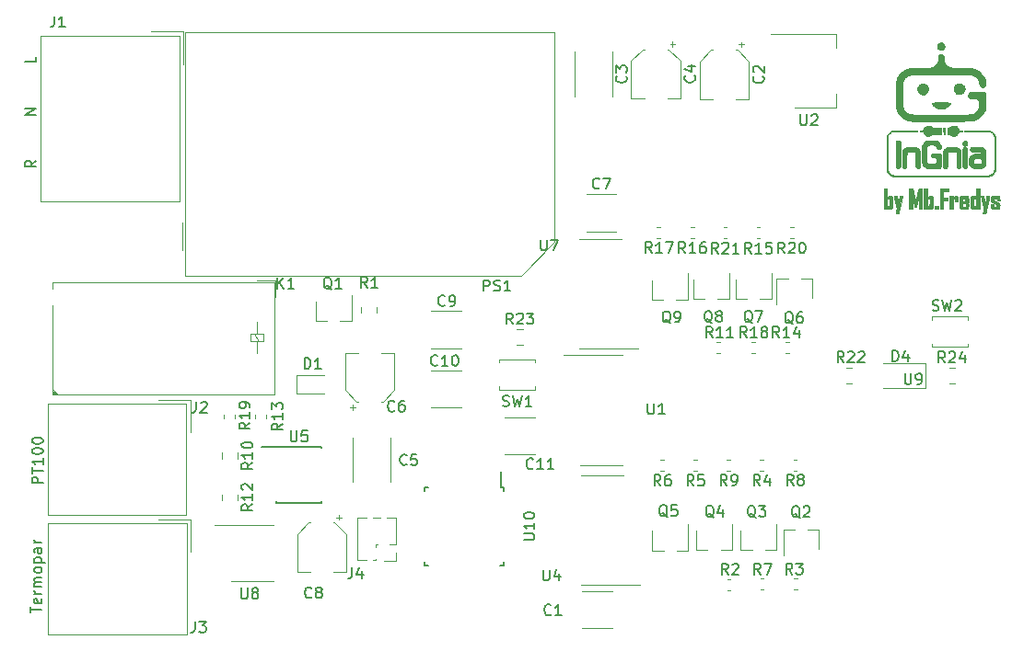
<source format=gbr>
G04 #@! TF.GenerationSoftware,KiCad,Pcbnew,(5.1.5)-3*
G04 #@! TF.CreationDate,2023-05-28T15:04:11-04:00*
G04 #@! TF.ProjectId,Controlador-temperatura,436f6e74-726f-46c6-9164-6f722d74656d,rev?*
G04 #@! TF.SameCoordinates,Original*
G04 #@! TF.FileFunction,Legend,Top*
G04 #@! TF.FilePolarity,Positive*
%FSLAX46Y46*%
G04 Gerber Fmt 4.6, Leading zero omitted, Abs format (unit mm)*
G04 Created by KiCad (PCBNEW (5.1.5)-3) date 2023-05-28 15:04:11*
%MOMM*%
%LPD*%
G04 APERTURE LIST*
%ADD10C,0.120000*%
%ADD11C,0.010000*%
%ADD12C,0.150000*%
G04 APERTURE END LIST*
D10*
X48230000Y85040000D02*
X35490000Y85040000D01*
X35490000Y85040000D02*
X35490000Y69800000D01*
X48230000Y69800000D02*
X35490000Y69800000D01*
X48230000Y85040000D02*
X48230000Y69800000D01*
X48230000Y85040000D02*
X35490000Y85040000D01*
X35490000Y85040000D02*
X35490000Y69800000D01*
X48230000Y69800000D02*
X35490000Y69800000D01*
X48230000Y85040000D02*
X48230000Y69800000D01*
X48610000Y85420000D02*
X48610000Y82420000D01*
X45610000Y85420000D02*
X48610000Y85420000D01*
X93821500Y84271300D02*
X93321500Y84271300D01*
X93571500Y84521300D02*
X93571500Y84021300D01*
X90815937Y83781300D02*
X89751500Y82716863D01*
X93207063Y83781300D02*
X94271500Y82716863D01*
X93207063Y83781300D02*
X93071500Y83781300D01*
X90815937Y83781300D02*
X90951500Y83781300D01*
X89751500Y82716863D02*
X89751500Y79261300D01*
X94271500Y82716863D02*
X94271500Y79261300D01*
X94271500Y79261300D02*
X93071500Y79261300D01*
X89751500Y79261300D02*
X90951500Y79261300D01*
D11*
G36*
X123375671Y70267556D02*
G01*
X123480308Y70259990D01*
X123549852Y70242001D01*
X123592141Y70209191D01*
X123615017Y70157157D01*
X123626318Y70081502D01*
X123629335Y70043914D01*
X123640605Y69888100D01*
X123510552Y69888100D01*
X123434227Y69889661D01*
X123395746Y69899401D01*
X123382156Y69924911D01*
X123380500Y69964300D01*
X123380500Y70040500D01*
X123226412Y70040500D01*
X123141592Y70039524D01*
X123096291Y70033005D01*
X123079230Y70015560D01*
X123079130Y69981807D01*
X123080362Y69970800D01*
X123090326Y69935703D01*
X123116760Y69901919D01*
X123167594Y69863010D01*
X123250755Y69812536D01*
X123329309Y69768601D01*
X123431809Y69709827D01*
X123519533Y69655097D01*
X123581463Y69611542D01*
X123604243Y69590651D01*
X123623726Y69538762D01*
X123631453Y69447515D01*
X123629743Y69346090D01*
X123623499Y69243116D01*
X123609882Y69170233D01*
X123581187Y69122244D01*
X123529705Y69093954D01*
X123447729Y69080167D01*
X123327552Y69075685D01*
X123228100Y69075300D01*
X123079431Y69077652D01*
X122975368Y69085116D01*
X122909915Y69098303D01*
X122885104Y69110330D01*
X122855858Y69146012D01*
X122837537Y69208477D01*
X122826753Y69309462D01*
X122826490Y69313530D01*
X122815782Y69481700D01*
X123101100Y69481700D01*
X123101100Y69303900D01*
X123383718Y69303900D01*
X123375759Y69385889D01*
X123368622Y69423795D01*
X123350246Y69456480D01*
X123312713Y69490792D01*
X123248106Y69533584D01*
X123148511Y69591705D01*
X123117833Y69609085D01*
X123014800Y69669984D01*
X122927464Y69726624D01*
X122866070Y69772047D01*
X122842064Y69796400D01*
X122830422Y69844186D01*
X122824776Y69924984D01*
X122826317Y70020473D01*
X122833865Y70115318D01*
X122849221Y70182366D01*
X122880161Y70226428D01*
X122934460Y70252316D01*
X123019895Y70264842D01*
X123144241Y70268816D01*
X123228100Y70269100D01*
X123375671Y70267556D01*
G37*
X123375671Y70267556D02*
X123480308Y70259990D01*
X123549852Y70242001D01*
X123592141Y70209191D01*
X123615017Y70157157D01*
X123626318Y70081502D01*
X123629335Y70043914D01*
X123640605Y69888100D01*
X123510552Y69888100D01*
X123434227Y69889661D01*
X123395746Y69899401D01*
X123382156Y69924911D01*
X123380500Y69964300D01*
X123380500Y70040500D01*
X123226412Y70040500D01*
X123141592Y70039524D01*
X123096291Y70033005D01*
X123079230Y70015560D01*
X123079130Y69981807D01*
X123080362Y69970800D01*
X123090326Y69935703D01*
X123116760Y69901919D01*
X123167594Y69863010D01*
X123250755Y69812536D01*
X123329309Y69768601D01*
X123431809Y69709827D01*
X123519533Y69655097D01*
X123581463Y69611542D01*
X123604243Y69590651D01*
X123623726Y69538762D01*
X123631453Y69447515D01*
X123629743Y69346090D01*
X123623499Y69243116D01*
X123609882Y69170233D01*
X123581187Y69122244D01*
X123529705Y69093954D01*
X123447729Y69080167D01*
X123327552Y69075685D01*
X123228100Y69075300D01*
X123079431Y69077652D01*
X122975368Y69085116D01*
X122909915Y69098303D01*
X122885104Y69110330D01*
X122855858Y69146012D01*
X122837537Y69208477D01*
X122826753Y69309462D01*
X122826490Y69313530D01*
X122815782Y69481700D01*
X123101100Y69481700D01*
X123101100Y69303900D01*
X123383718Y69303900D01*
X123375759Y69385889D01*
X123368622Y69423795D01*
X123350246Y69456480D01*
X123312713Y69490792D01*
X123248106Y69533584D01*
X123148511Y69591705D01*
X123117833Y69609085D01*
X123014800Y69669984D01*
X122927464Y69726624D01*
X122866070Y69772047D01*
X122842064Y69796400D01*
X122830422Y69844186D01*
X122824776Y69924984D01*
X122826317Y70020473D01*
X122833865Y70115318D01*
X122849221Y70182366D01*
X122880161Y70226428D01*
X122934460Y70252316D01*
X123019895Y70264842D01*
X123144241Y70268816D01*
X123228100Y70269100D01*
X123375671Y70267556D01*
G36*
X121780300Y69075300D02*
G01*
X121640600Y69075300D01*
X121553654Y69079414D01*
X121509801Y69092936D01*
X121500900Y69110066D01*
X121493623Y69128010D01*
X121464626Y69131785D01*
X121403159Y69121419D01*
X121354850Y69110463D01*
X121254335Y69088786D01*
X121184743Y69080349D01*
X121128281Y69083980D01*
X121087804Y69092876D01*
X121048033Y69111216D01*
X121017751Y69146786D01*
X120995788Y69205548D01*
X120980973Y69293461D01*
X120972135Y69416487D01*
X120968296Y69572660D01*
X121250702Y69572660D01*
X121251043Y69463445D01*
X121253309Y69382050D01*
X121257338Y69339229D01*
X121258006Y69336994D01*
X121284654Y69309249D01*
X121338491Y69308422D01*
X121420909Y69331785D01*
X121500900Y69359670D01*
X121500900Y70043284D01*
X121259600Y70027800D01*
X121252453Y69698944D01*
X121250702Y69572660D01*
X120968296Y69572660D01*
X120968101Y69580586D01*
X120967500Y69705102D01*
X120967789Y69884062D01*
X120971134Y70018756D01*
X120981253Y70115714D01*
X121001863Y70181467D01*
X121036679Y70222545D01*
X121089420Y70245477D01*
X121163801Y70256794D01*
X121263540Y70263026D01*
X121285723Y70264177D01*
X121500900Y70275471D01*
X121500900Y70929500D01*
X121780300Y70929500D01*
X121780300Y69075300D01*
G37*
X121780300Y69075300D02*
X121640600Y69075300D01*
X121553654Y69079414D01*
X121509801Y69092936D01*
X121500900Y69110066D01*
X121493623Y69128010D01*
X121464626Y69131785D01*
X121403159Y69121419D01*
X121354850Y69110463D01*
X121254335Y69088786D01*
X121184743Y69080349D01*
X121128281Y69083980D01*
X121087804Y69092876D01*
X121048033Y69111216D01*
X121017751Y69146786D01*
X120995788Y69205548D01*
X120980973Y69293461D01*
X120972135Y69416487D01*
X120968296Y69572660D01*
X121250702Y69572660D01*
X121251043Y69463445D01*
X121253309Y69382050D01*
X121257338Y69339229D01*
X121258006Y69336994D01*
X121284654Y69309249D01*
X121338491Y69308422D01*
X121420909Y69331785D01*
X121500900Y69359670D01*
X121500900Y70043284D01*
X121259600Y70027800D01*
X121252453Y69698944D01*
X121250702Y69572660D01*
X120968296Y69572660D01*
X120968101Y69580586D01*
X120967500Y69705102D01*
X120967789Y69884062D01*
X120971134Y70018756D01*
X120981253Y70115714D01*
X121001863Y70181467D01*
X121036679Y70222545D01*
X121089420Y70245477D01*
X121163801Y70256794D01*
X121263540Y70263026D01*
X121285723Y70264177D01*
X121500900Y70275471D01*
X121500900Y70929500D01*
X121780300Y70929500D01*
X121780300Y69075300D01*
G36*
X120353045Y70269100D02*
G01*
X120502611Y70268166D01*
X120609020Y70261397D01*
X120679914Y70242847D01*
X120722936Y70206569D01*
X120745727Y70146618D01*
X120755931Y70057046D01*
X120760455Y69952093D01*
X120763168Y69814431D01*
X120754930Y69719499D01*
X120728710Y69659379D01*
X120677479Y69626155D01*
X120594207Y69611906D01*
X120471863Y69608716D01*
X120455563Y69608700D01*
X120230900Y69608700D01*
X120230900Y69303900D01*
X120510300Y69303900D01*
X120510300Y69481700D01*
X120770217Y69481700D01*
X120759509Y69313530D01*
X120751435Y69222975D01*
X120735448Y69158841D01*
X120703790Y69116583D01*
X120648705Y69091652D01*
X120562435Y69079504D01*
X120437222Y69075590D01*
X120353045Y69075300D01*
X120222447Y69076186D01*
X120132578Y69079814D01*
X120073384Y69087641D01*
X120034812Y69101123D01*
X120006806Y69121715D01*
X120002300Y69126100D01*
X119984751Y69146787D01*
X119971773Y69173625D01*
X119962680Y69213958D01*
X119956790Y69275135D01*
X119953419Y69364502D01*
X119951884Y69489404D01*
X119951501Y69657189D01*
X119951500Y69672200D01*
X119951354Y69861304D01*
X119953618Y70005657D01*
X119956496Y70040500D01*
X120230900Y70040500D01*
X120230900Y69761100D01*
X120484900Y69761100D01*
X120484900Y70040500D01*
X120230900Y70040500D01*
X119956496Y70040500D01*
X119962344Y70111285D01*
X119981584Y70184211D01*
X120015391Y70230458D01*
X120067817Y70256051D01*
X120142915Y70267012D01*
X120244736Y70269367D01*
X120353045Y70269100D01*
G37*
X120353045Y70269100D02*
X120502611Y70268166D01*
X120609020Y70261397D01*
X120679914Y70242847D01*
X120722936Y70206569D01*
X120745727Y70146618D01*
X120755931Y70057046D01*
X120760455Y69952093D01*
X120763168Y69814431D01*
X120754930Y69719499D01*
X120728710Y69659379D01*
X120677479Y69626155D01*
X120594207Y69611906D01*
X120471863Y69608716D01*
X120455563Y69608700D01*
X120230900Y69608700D01*
X120230900Y69303900D01*
X120510300Y69303900D01*
X120510300Y69481700D01*
X120770217Y69481700D01*
X120759509Y69313530D01*
X120751435Y69222975D01*
X120735448Y69158841D01*
X120703790Y69116583D01*
X120648705Y69091652D01*
X120562435Y69079504D01*
X120437222Y69075590D01*
X120353045Y69075300D01*
X120222447Y69076186D01*
X120132578Y69079814D01*
X120073384Y69087641D01*
X120034812Y69101123D01*
X120006806Y69121715D01*
X120002300Y69126100D01*
X119984751Y69146787D01*
X119971773Y69173625D01*
X119962680Y69213958D01*
X119956790Y69275135D01*
X119953419Y69364502D01*
X119951884Y69489404D01*
X119951501Y69657189D01*
X119951500Y69672200D01*
X119951354Y69861304D01*
X119953618Y70005657D01*
X119956496Y70040500D01*
X120230900Y70040500D01*
X120230900Y69761100D01*
X120484900Y69761100D01*
X120484900Y70040500D01*
X120230900Y70040500D01*
X119956496Y70040500D01*
X119962344Y70111285D01*
X119981584Y70184211D01*
X120015391Y70230458D01*
X120067817Y70256051D01*
X120142915Y70267012D01*
X120244736Y70269367D01*
X120353045Y70269100D01*
G36*
X119707565Y70262260D02*
G01*
X119733673Y70241770D01*
X119751109Y70221139D01*
X119777113Y70177204D01*
X119792047Y70116420D01*
X119798383Y70025414D01*
X119799100Y69961487D01*
X119799100Y69761100D01*
X119519700Y69761100D01*
X119519700Y69902512D01*
X119518329Y69982530D01*
X119510912Y70022596D01*
X119492497Y70033545D01*
X119462550Y70027497D01*
X119396261Y70008608D01*
X119360950Y69998673D01*
X119345014Y69990097D01*
X119333386Y69969908D01*
X119325399Y69931097D01*
X119320387Y69866652D01*
X119317684Y69769563D01*
X119316624Y69632822D01*
X119316500Y69530789D01*
X119316500Y69075300D01*
X119037100Y69075300D01*
X119037100Y70269100D01*
X119174683Y70269100D01*
X119252475Y70264646D01*
X119306254Y70253185D01*
X119321051Y70242747D01*
X119349336Y70231149D01*
X119422717Y70234576D01*
X119516477Y70248399D01*
X119612345Y70264020D01*
X119671581Y70269159D01*
X119707565Y70262260D01*
G37*
X119707565Y70262260D02*
X119733673Y70241770D01*
X119751109Y70221139D01*
X119777113Y70177204D01*
X119792047Y70116420D01*
X119798383Y70025414D01*
X119799100Y69961487D01*
X119799100Y69761100D01*
X119519700Y69761100D01*
X119519700Y69902512D01*
X119518329Y69982530D01*
X119510912Y70022596D01*
X119492497Y70033545D01*
X119462550Y70027497D01*
X119396261Y70008608D01*
X119360950Y69998673D01*
X119345014Y69990097D01*
X119333386Y69969908D01*
X119325399Y69931097D01*
X119320387Y69866652D01*
X119317684Y69769563D01*
X119316624Y69632822D01*
X119316500Y69530789D01*
X119316500Y69075300D01*
X119037100Y69075300D01*
X119037100Y70269100D01*
X119174683Y70269100D01*
X119252475Y70264646D01*
X119306254Y70253185D01*
X119321051Y70242747D01*
X119349336Y70231149D01*
X119422717Y70234576D01*
X119516477Y70248399D01*
X119612345Y70264020D01*
X119671581Y70269159D01*
X119707565Y70262260D01*
G36*
X118935500Y70675500D02*
G01*
X118452900Y70675500D01*
X118452900Y70142100D01*
X118859300Y70142100D01*
X118859300Y69888100D01*
X118452900Y69888100D01*
X118452900Y69075300D01*
X118173500Y69075300D01*
X118173500Y70929500D01*
X118935500Y70929500D01*
X118935500Y70675500D01*
G37*
X118935500Y70675500D02*
X118452900Y70675500D01*
X118452900Y70142100D01*
X118859300Y70142100D01*
X118859300Y69888100D01*
X118452900Y69888100D01*
X118452900Y69075300D01*
X118173500Y69075300D01*
X118173500Y70929500D01*
X118935500Y70929500D01*
X118935500Y70675500D01*
G36*
X117970300Y69075300D02*
G01*
X117690900Y69075300D01*
X117690900Y69380100D01*
X117970300Y69380100D01*
X117970300Y69075300D01*
G37*
X117970300Y69075300D02*
X117690900Y69075300D01*
X117690900Y69380100D01*
X117970300Y69380100D01*
X117970300Y69075300D01*
G36*
X116954300Y70212793D02*
G01*
X117011450Y70227010D01*
X117066218Y70236972D01*
X117151745Y70248714D01*
X117236413Y70258299D01*
X117314974Y70265065D01*
X117375175Y70263535D01*
X117419460Y70247993D01*
X117450270Y70212725D01*
X117470051Y70152013D01*
X117481245Y70060143D01*
X117486296Y69931399D01*
X117487648Y69760066D01*
X117487700Y69670486D01*
X117488052Y69484429D01*
X117485892Y69342920D01*
X117476396Y69239758D01*
X117454736Y69168744D01*
X117416089Y69123679D01*
X117355629Y69098362D01*
X117268530Y69086593D01*
X117149967Y69082173D01*
X117027915Y69079731D01*
X116674900Y69071461D01*
X116674900Y69774200D01*
X116954097Y69774200D01*
X116954300Y69643697D01*
X116954300Y69301117D01*
X117074950Y69308859D01*
X117195600Y69316600D01*
X117202660Y69680725D01*
X117209721Y70044849D01*
X117126460Y70028078D01*
X117057956Y70014664D01*
X117010460Y70001072D01*
X116980150Y69978766D01*
X116963201Y69939209D01*
X116955791Y69873866D01*
X116954097Y69774200D01*
X116674900Y69774200D01*
X116674900Y70929500D01*
X116954300Y70929500D01*
X116954300Y70212793D01*
G37*
X116954300Y70212793D02*
X117011450Y70227010D01*
X117066218Y70236972D01*
X117151745Y70248714D01*
X117236413Y70258299D01*
X117314974Y70265065D01*
X117375175Y70263535D01*
X117419460Y70247993D01*
X117450270Y70212725D01*
X117470051Y70152013D01*
X117481245Y70060143D01*
X117486296Y69931399D01*
X117487648Y69760066D01*
X117487700Y69670486D01*
X117488052Y69484429D01*
X117485892Y69342920D01*
X117476396Y69239758D01*
X117454736Y69168744D01*
X117416089Y69123679D01*
X117355629Y69098362D01*
X117268530Y69086593D01*
X117149967Y69082173D01*
X117027915Y69079731D01*
X116674900Y69071461D01*
X116674900Y69774200D01*
X116954097Y69774200D01*
X116954300Y69643697D01*
X116954300Y69301117D01*
X117074950Y69308859D01*
X117195600Y69316600D01*
X117202660Y69680725D01*
X117209721Y70044849D01*
X117126460Y70028078D01*
X117057956Y70014664D01*
X117010460Y70001072D01*
X116980150Y69978766D01*
X116963201Y69939209D01*
X116955791Y69873866D01*
X116954097Y69774200D01*
X116674900Y69774200D01*
X116674900Y70929500D01*
X116954300Y70929500D01*
X116954300Y70212793D01*
G36*
X115461353Y70924478D02*
G01*
X115594007Y70916800D01*
X115691470Y70586600D01*
X115733235Y70445041D01*
X115775211Y70302657D01*
X115812558Y70175877D01*
X115840435Y70081128D01*
X115840773Y70079977D01*
X115872478Y69984138D01*
X115896614Y69938293D01*
X115912341Y69940277D01*
X115925227Y69975275D01*
X115949414Y70050966D01*
X115982407Y70159153D01*
X116021710Y70291638D01*
X116064825Y70440226D01*
X116068534Y70453155D01*
X116205000Y70929310D01*
X116471700Y70929500D01*
X116471700Y69075300D01*
X116193373Y69075300D01*
X116186486Y69576950D01*
X116179600Y70078600D01*
X116076577Y69672200D01*
X116038391Y69522396D01*
X116009658Y69414838D01*
X115987354Y69342527D01*
X115968455Y69298466D01*
X115949934Y69275656D01*
X115928769Y69267100D01*
X115901934Y69265801D01*
X115900921Y69265800D01*
X115873786Y69267006D01*
X115852415Y69275295D01*
X115833751Y69297675D01*
X115814735Y69341157D01*
X115792310Y69412749D01*
X115763418Y69519460D01*
X115725001Y69668298D01*
X115724543Y69670081D01*
X115620800Y70074362D01*
X115607026Y69075300D01*
X115328700Y69075300D01*
X115328700Y70932155D01*
X115461353Y70924478D01*
G37*
X115461353Y70924478D02*
X115594007Y70916800D01*
X115691470Y70586600D01*
X115733235Y70445041D01*
X115775211Y70302657D01*
X115812558Y70175877D01*
X115840435Y70081128D01*
X115840773Y70079977D01*
X115872478Y69984138D01*
X115896614Y69938293D01*
X115912341Y69940277D01*
X115925227Y69975275D01*
X115949414Y70050966D01*
X115982407Y70159153D01*
X116021710Y70291638D01*
X116064825Y70440226D01*
X116068534Y70453155D01*
X116205000Y70929310D01*
X116471700Y70929500D01*
X116471700Y69075300D01*
X116193373Y69075300D01*
X116186486Y69576950D01*
X116179600Y70078600D01*
X116076577Y69672200D01*
X116038391Y69522396D01*
X116009658Y69414838D01*
X115987354Y69342527D01*
X115968455Y69298466D01*
X115949934Y69275656D01*
X115928769Y69267100D01*
X115901934Y69265801D01*
X115900921Y69265800D01*
X115873786Y69267006D01*
X115852415Y69275295D01*
X115833751Y69297675D01*
X115814735Y69341157D01*
X115792310Y69412749D01*
X115763418Y69519460D01*
X115725001Y69668298D01*
X115724543Y69670081D01*
X115620800Y70074362D01*
X115607026Y69075300D01*
X115328700Y69075300D01*
X115328700Y70932155D01*
X115461353Y70924478D01*
G36*
X113245900Y70212793D02*
G01*
X113303050Y70227010D01*
X113357818Y70236972D01*
X113443345Y70248714D01*
X113528013Y70258299D01*
X113606574Y70265065D01*
X113666775Y70263535D01*
X113711060Y70247993D01*
X113741870Y70212725D01*
X113761651Y70152013D01*
X113772845Y70060143D01*
X113777896Y69931399D01*
X113779248Y69760066D01*
X113779300Y69670486D01*
X113779652Y69484429D01*
X113777492Y69342920D01*
X113767996Y69239758D01*
X113746336Y69168744D01*
X113707689Y69123679D01*
X113647229Y69098362D01*
X113560130Y69086593D01*
X113441567Y69082173D01*
X113319515Y69079731D01*
X112966500Y69071461D01*
X112966500Y69774200D01*
X113245697Y69774200D01*
X113245900Y69643697D01*
X113245900Y69301117D01*
X113366550Y69308859D01*
X113487200Y69316600D01*
X113494260Y69680725D01*
X113501321Y70044849D01*
X113418060Y70028078D01*
X113349556Y70014664D01*
X113302060Y70001072D01*
X113271750Y69978766D01*
X113254801Y69939209D01*
X113247391Y69873866D01*
X113245697Y69774200D01*
X112966500Y69774200D01*
X112966500Y70929500D01*
X113245900Y70929500D01*
X113245900Y70212793D01*
G37*
X113245900Y70212793D02*
X113303050Y70227010D01*
X113357818Y70236972D01*
X113443345Y70248714D01*
X113528013Y70258299D01*
X113606574Y70265065D01*
X113666775Y70263535D01*
X113711060Y70247993D01*
X113741870Y70212725D01*
X113761651Y70152013D01*
X113772845Y70060143D01*
X113777896Y69931399D01*
X113779248Y69760066D01*
X113779300Y69670486D01*
X113779652Y69484429D01*
X113777492Y69342920D01*
X113767996Y69239758D01*
X113746336Y69168744D01*
X113707689Y69123679D01*
X113647229Y69098362D01*
X113560130Y69086593D01*
X113441567Y69082173D01*
X113319515Y69079731D01*
X112966500Y69071461D01*
X112966500Y69774200D01*
X113245697Y69774200D01*
X113245900Y69643697D01*
X113245900Y69301117D01*
X113366550Y69308859D01*
X113487200Y69316600D01*
X113494260Y69680725D01*
X113501321Y70044849D01*
X113418060Y70028078D01*
X113349556Y70014664D01*
X113302060Y70001072D01*
X113271750Y69978766D01*
X113254801Y69939209D01*
X113247391Y69873866D01*
X113245697Y69774200D01*
X112966500Y69774200D01*
X112966500Y70929500D01*
X113245900Y70929500D01*
X113245900Y70212793D01*
G36*
X122235050Y69881750D02*
G01*
X122255362Y69747935D01*
X122273489Y69633180D01*
X122287985Y69546272D01*
X122297407Y69496000D01*
X122299907Y69487145D01*
X122306247Y69507561D01*
X122318109Y69568482D01*
X122333914Y69660111D01*
X122352077Y69772653D01*
X122371018Y69896311D01*
X122389155Y70021289D01*
X122404643Y70135750D01*
X122421844Y70269100D01*
X122558272Y70269100D01*
X122633756Y70265897D01*
X122683289Y70257651D01*
X122694673Y70250050D01*
X122689257Y70221480D01*
X122673917Y70149454D01*
X122649997Y70040049D01*
X122618838Y69899346D01*
X122581785Y69733421D01*
X122540179Y69548354D01*
X122516873Y69445170D01*
X122473471Y69253077D01*
X122433902Y69077485D01*
X122399502Y68924362D01*
X122371609Y68799675D01*
X122351557Y68709392D01*
X122340684Y68659480D01*
X122339100Y68651420D01*
X122316095Y68647118D01*
X122256653Y68644241D01*
X122196682Y68643500D01*
X122111567Y68646990D01*
X122070751Y68658445D01*
X122066224Y68675250D01*
X122077499Y68714079D01*
X122096377Y68787722D01*
X122119113Y68881479D01*
X122123115Y68898459D01*
X122168046Y69089918D01*
X122037609Y69660459D01*
X122000420Y69823936D01*
X121967364Y69970781D01*
X121940038Y70093784D01*
X121920036Y70185731D01*
X121908952Y70239408D01*
X121907236Y70250050D01*
X121930205Y70260639D01*
X121989200Y70267556D01*
X122042315Y70269101D01*
X122177331Y70269101D01*
X122235050Y69881750D01*
G37*
X122235050Y69881750D02*
X122255362Y69747935D01*
X122273489Y69633180D01*
X122287985Y69546272D01*
X122297407Y69496000D01*
X122299907Y69487145D01*
X122306247Y69507561D01*
X122318109Y69568482D01*
X122333914Y69660111D01*
X122352077Y69772653D01*
X122371018Y69896311D01*
X122389155Y70021289D01*
X122404643Y70135750D01*
X122421844Y70269100D01*
X122558272Y70269100D01*
X122633756Y70265897D01*
X122683289Y70257651D01*
X122694673Y70250050D01*
X122689257Y70221480D01*
X122673917Y70149454D01*
X122649997Y70040049D01*
X122618838Y69899346D01*
X122581785Y69733421D01*
X122540179Y69548354D01*
X122516873Y69445170D01*
X122473471Y69253077D01*
X122433902Y69077485D01*
X122399502Y68924362D01*
X122371609Y68799675D01*
X122351557Y68709392D01*
X122340684Y68659480D01*
X122339100Y68651420D01*
X122316095Y68647118D01*
X122256653Y68644241D01*
X122196682Y68643500D01*
X122111567Y68646990D01*
X122070751Y68658445D01*
X122066224Y68675250D01*
X122077499Y68714079D01*
X122096377Y68787722D01*
X122119113Y68881479D01*
X122123115Y68898459D01*
X122168046Y69089918D01*
X122037609Y69660459D01*
X122000420Y69823936D01*
X121967364Y69970781D01*
X121940038Y70093784D01*
X121920036Y70185731D01*
X121908952Y70239408D01*
X121907236Y70250050D01*
X121930205Y70260639D01*
X121989200Y70267556D01*
X122042315Y70269101D01*
X122177331Y70269101D01*
X122235050Y69881750D01*
G36*
X114234050Y69881750D02*
G01*
X114254362Y69747935D01*
X114272489Y69633180D01*
X114286985Y69546272D01*
X114296407Y69496000D01*
X114298907Y69487145D01*
X114305247Y69507561D01*
X114317109Y69568482D01*
X114332914Y69660111D01*
X114351077Y69772653D01*
X114370018Y69896311D01*
X114388155Y70021289D01*
X114403643Y70135750D01*
X114420844Y70269100D01*
X114557272Y70269100D01*
X114632756Y70265897D01*
X114682289Y70257651D01*
X114693673Y70250050D01*
X114688257Y70221480D01*
X114672917Y70149454D01*
X114648997Y70040049D01*
X114617838Y69899346D01*
X114580785Y69733421D01*
X114539179Y69548354D01*
X114515873Y69445170D01*
X114472471Y69253077D01*
X114432902Y69077485D01*
X114398502Y68924362D01*
X114370609Y68799675D01*
X114350557Y68709392D01*
X114339684Y68659480D01*
X114338100Y68651420D01*
X114315095Y68647118D01*
X114255653Y68644241D01*
X114195682Y68643500D01*
X114110567Y68646990D01*
X114069751Y68658445D01*
X114065224Y68675250D01*
X114076499Y68714079D01*
X114095377Y68787722D01*
X114118113Y68881479D01*
X114122115Y68898459D01*
X114167046Y69089918D01*
X114036609Y69660459D01*
X113999420Y69823936D01*
X113966364Y69970781D01*
X113939038Y70093784D01*
X113919036Y70185731D01*
X113907952Y70239408D01*
X113906236Y70250050D01*
X113929205Y70260639D01*
X113988200Y70267556D01*
X114041315Y70269101D01*
X114176331Y70269101D01*
X114234050Y69881750D01*
G37*
X114234050Y69881750D02*
X114254362Y69747935D01*
X114272489Y69633180D01*
X114286985Y69546272D01*
X114296407Y69496000D01*
X114298907Y69487145D01*
X114305247Y69507561D01*
X114317109Y69568482D01*
X114332914Y69660111D01*
X114351077Y69772653D01*
X114370018Y69896311D01*
X114388155Y70021289D01*
X114403643Y70135750D01*
X114420844Y70269100D01*
X114557272Y70269100D01*
X114632756Y70265897D01*
X114682289Y70257651D01*
X114693673Y70250050D01*
X114688257Y70221480D01*
X114672917Y70149454D01*
X114648997Y70040049D01*
X114617838Y69899346D01*
X114580785Y69733421D01*
X114539179Y69548354D01*
X114515873Y69445170D01*
X114472471Y69253077D01*
X114432902Y69077485D01*
X114398502Y68924362D01*
X114370609Y68799675D01*
X114350557Y68709392D01*
X114339684Y68659480D01*
X114338100Y68651420D01*
X114315095Y68647118D01*
X114255653Y68644241D01*
X114195682Y68643500D01*
X114110567Y68646990D01*
X114069751Y68658445D01*
X114065224Y68675250D01*
X114076499Y68714079D01*
X114095377Y68787722D01*
X114118113Y68881479D01*
X114122115Y68898459D01*
X114167046Y69089918D01*
X114036609Y69660459D01*
X113999420Y69823936D01*
X113966364Y69970781D01*
X113939038Y70093784D01*
X113919036Y70185731D01*
X113907952Y70239408D01*
X113906236Y70250050D01*
X113929205Y70260639D01*
X113988200Y70267556D01*
X114041315Y70269101D01*
X114176331Y70269101D01*
X114234050Y69881750D01*
G36*
X118261541Y84382455D02*
G01*
X118291350Y84380729D01*
X118314754Y84376579D01*
X118337013Y84369064D01*
X118363388Y84357242D01*
X118364024Y84356940D01*
X118426741Y84318154D01*
X118480419Y84266614D01*
X118521952Y84205426D01*
X118528407Y84192557D01*
X118540075Y84166671D01*
X118547635Y84144819D01*
X118551971Y84121993D01*
X118553962Y84093186D01*
X118554492Y84053390D01*
X118554500Y84044367D01*
X118554162Y84002148D01*
X118552579Y83972043D01*
X118548900Y83949236D01*
X118542274Y83928912D01*
X118531848Y83906255D01*
X118529100Y83900758D01*
X118492894Y83844707D01*
X118444812Y83793515D01*
X118389910Y83752223D01*
X118367688Y83739864D01*
X118340492Y83727404D01*
X118315785Y83719578D01*
X118287658Y83715148D01*
X118250200Y83712872D01*
X118237000Y83712446D01*
X118186735Y83712676D01*
X118145933Y83716249D01*
X118122700Y83721337D01*
X118051402Y83753457D01*
X117990342Y83798907D01*
X117940457Y83856867D01*
X117912580Y83904667D01*
X117900347Y83930833D01*
X117892540Y83952490D01*
X117888211Y83974823D01*
X117886408Y84003018D01*
X117886182Y84042262D01*
X117886220Y84048600D01*
X117887019Y84091232D01*
X117889346Y84122158D01*
X117894089Y84146592D01*
X117902137Y84169749D01*
X117909849Y84187206D01*
X117939033Y84235530D01*
X117979664Y84283101D01*
X118026786Y84324957D01*
X118075445Y84356136D01*
X118081461Y84359069D01*
X118106444Y84369899D01*
X118128984Y84376797D01*
X118154259Y84380645D01*
X118187452Y84382328D01*
X118220067Y84382698D01*
X118261541Y84382455D01*
G37*
X118261541Y84382455D02*
X118291350Y84380729D01*
X118314754Y84376579D01*
X118337013Y84369064D01*
X118363388Y84357242D01*
X118364024Y84356940D01*
X118426741Y84318154D01*
X118480419Y84266614D01*
X118521952Y84205426D01*
X118528407Y84192557D01*
X118540075Y84166671D01*
X118547635Y84144819D01*
X118551971Y84121993D01*
X118553962Y84093186D01*
X118554492Y84053390D01*
X118554500Y84044367D01*
X118554162Y84002148D01*
X118552579Y83972043D01*
X118548900Y83949236D01*
X118542274Y83928912D01*
X118531848Y83906255D01*
X118529100Y83900758D01*
X118492894Y83844707D01*
X118444812Y83793515D01*
X118389910Y83752223D01*
X118367688Y83739864D01*
X118340492Y83727404D01*
X118315785Y83719578D01*
X118287658Y83715148D01*
X118250200Y83712872D01*
X118237000Y83712446D01*
X118186735Y83712676D01*
X118145933Y83716249D01*
X118122700Y83721337D01*
X118051402Y83753457D01*
X117990342Y83798907D01*
X117940457Y83856867D01*
X117912580Y83904667D01*
X117900347Y83930833D01*
X117892540Y83952490D01*
X117888211Y83974823D01*
X117886408Y84003018D01*
X117886182Y84042262D01*
X117886220Y84048600D01*
X117887019Y84091232D01*
X117889346Y84122158D01*
X117894089Y84146592D01*
X117902137Y84169749D01*
X117909849Y84187206D01*
X117939033Y84235530D01*
X117979664Y84283101D01*
X118026786Y84324957D01*
X118075445Y84356136D01*
X118081461Y84359069D01*
X118106444Y84369899D01*
X118128984Y84376797D01*
X118154259Y84380645D01*
X118187452Y84382328D01*
X118220067Y84382698D01*
X118261541Y84382455D01*
G36*
X119948930Y80639054D02*
G01*
X120008618Y80632713D01*
X120059709Y80621145D01*
X120061567Y80620549D01*
X120147888Y80584255D01*
X120224061Y80535556D01*
X120289051Y80475838D01*
X120341821Y80406490D01*
X120381335Y80328898D01*
X120406556Y80244448D01*
X120416449Y80154528D01*
X120416555Y80145466D01*
X120413435Y80073706D01*
X120402766Y80011753D01*
X120383272Y79953689D01*
X120368317Y79921247D01*
X120320895Y79842826D01*
X120262858Y79776682D01*
X120193126Y79721870D01*
X120110617Y79677446D01*
X120071134Y79661373D01*
X120038822Y79652934D01*
X119995118Y79646364D01*
X119945497Y79642003D01*
X119895429Y79640192D01*
X119850390Y79641269D01*
X119816034Y79645535D01*
X119728012Y79672990D01*
X119647510Y79714613D01*
X119576104Y79768965D01*
X119515374Y79834606D01*
X119466896Y79910099D01*
X119432250Y79994003D01*
X119431611Y79996075D01*
X119420132Y80049737D01*
X119414399Y80112533D01*
X119414533Y80177625D01*
X119420656Y80238176D01*
X119426807Y80267790D01*
X119456928Y80350651D01*
X119501555Y80426635D01*
X119559104Y80494133D01*
X119627988Y80551538D01*
X119706621Y80597242D01*
X119779670Y80625605D01*
X119828318Y80635610D01*
X119886784Y80640056D01*
X119948930Y80639054D01*
G37*
X119948930Y80639054D02*
X120008618Y80632713D01*
X120059709Y80621145D01*
X120061567Y80620549D01*
X120147888Y80584255D01*
X120224061Y80535556D01*
X120289051Y80475838D01*
X120341821Y80406490D01*
X120381335Y80328898D01*
X120406556Y80244448D01*
X120416449Y80154528D01*
X120416555Y80145466D01*
X120413435Y80073706D01*
X120402766Y80011753D01*
X120383272Y79953689D01*
X120368317Y79921247D01*
X120320895Y79842826D01*
X120262858Y79776682D01*
X120193126Y79721870D01*
X120110617Y79677446D01*
X120071134Y79661373D01*
X120038822Y79652934D01*
X119995118Y79646364D01*
X119945497Y79642003D01*
X119895429Y79640192D01*
X119850390Y79641269D01*
X119816034Y79645535D01*
X119728012Y79672990D01*
X119647510Y79714613D01*
X119576104Y79768965D01*
X119515374Y79834606D01*
X119466896Y79910099D01*
X119432250Y79994003D01*
X119431611Y79996075D01*
X119420132Y80049737D01*
X119414399Y80112533D01*
X119414533Y80177625D01*
X119420656Y80238176D01*
X119426807Y80267790D01*
X119456928Y80350651D01*
X119501555Y80426635D01*
X119559104Y80494133D01*
X119627988Y80551538D01*
X119706621Y80597242D01*
X119779670Y80625605D01*
X119828318Y80635610D01*
X119886784Y80640056D01*
X119948930Y80639054D01*
G36*
X116651594Y80612963D02*
G01*
X116734893Y80592656D01*
X116810978Y80557833D01*
X116881637Y80507765D01*
X116920433Y80471858D01*
X116977243Y80406626D01*
X117018739Y80339603D01*
X117046148Y80267778D01*
X117060701Y80188136D01*
X117063919Y80120066D01*
X117062868Y80066429D01*
X117059397Y80025216D01*
X117053027Y79992032D01*
X117048292Y79976133D01*
X117010756Y79889679D01*
X116959904Y79812399D01*
X116897177Y79745695D01*
X116824017Y79690970D01*
X116741864Y79649625D01*
X116696647Y79634049D01*
X116643274Y79623666D01*
X116580637Y79619812D01*
X116515017Y79622301D01*
X116452694Y79630948D01*
X116408200Y79642590D01*
X116331285Y79674757D01*
X116265039Y79716296D01*
X116204311Y79770546D01*
X116194213Y79781220D01*
X116137236Y79853787D01*
X116096320Y79931407D01*
X116071109Y80014988D01*
X116061245Y80105438D01*
X116061067Y80120067D01*
X116068816Y80212377D01*
X116092102Y80297974D01*
X116130984Y80377009D01*
X116185521Y80449637D01*
X116189265Y80453764D01*
X116253056Y80513966D01*
X116322253Y80560045D01*
X116401031Y80594766D01*
X116403489Y80595627D01*
X116440083Y80607341D01*
X116472074Y80614530D01*
X116506183Y80618223D01*
X116549127Y80619447D01*
X116559297Y80619487D01*
X116651594Y80612963D01*
G37*
X116651594Y80612963D02*
X116734893Y80592656D01*
X116810978Y80557833D01*
X116881637Y80507765D01*
X116920433Y80471858D01*
X116977243Y80406626D01*
X117018739Y80339603D01*
X117046148Y80267778D01*
X117060701Y80188136D01*
X117063919Y80120066D01*
X117062868Y80066429D01*
X117059397Y80025216D01*
X117053027Y79992032D01*
X117048292Y79976133D01*
X117010756Y79889679D01*
X116959904Y79812399D01*
X116897177Y79745695D01*
X116824017Y79690970D01*
X116741864Y79649625D01*
X116696647Y79634049D01*
X116643274Y79623666D01*
X116580637Y79619812D01*
X116515017Y79622301D01*
X116452694Y79630948D01*
X116408200Y79642590D01*
X116331285Y79674757D01*
X116265039Y79716296D01*
X116204311Y79770546D01*
X116194213Y79781220D01*
X116137236Y79853787D01*
X116096320Y79931407D01*
X116071109Y80014988D01*
X116061245Y80105438D01*
X116061067Y80120067D01*
X116068816Y80212377D01*
X116092102Y80297974D01*
X116130984Y80377009D01*
X116185521Y80449637D01*
X116189265Y80453764D01*
X116253056Y80513966D01*
X116322253Y80560045D01*
X116401031Y80594766D01*
X116403489Y80595627D01*
X116440083Y80607341D01*
X116472074Y80614530D01*
X116506183Y80618223D01*
X116549127Y80619447D01*
X116559297Y80619487D01*
X116651594Y80612963D01*
G36*
X118409601Y78875262D02*
G01*
X118511533Y78875105D01*
X118609881Y78874864D01*
X118703281Y78874538D01*
X118790368Y78874129D01*
X118869779Y78873636D01*
X118940149Y78873058D01*
X119000113Y78872396D01*
X119048307Y78871648D01*
X119083368Y78870815D01*
X119103930Y78869897D01*
X119109025Y78869117D01*
X119105385Y78859022D01*
X119095795Y78838116D01*
X119082188Y78810576D01*
X119079495Y78805304D01*
X119016869Y78701008D01*
X118942311Y78608618D01*
X118856230Y78528441D01*
X118759032Y78460786D01*
X118651126Y78405961D01*
X118532920Y78364274D01*
X118477722Y78350168D01*
X118440891Y78343797D01*
X118391729Y78338144D01*
X118334624Y78333434D01*
X118273967Y78329893D01*
X118214148Y78327746D01*
X118159557Y78327218D01*
X118114584Y78328535D01*
X118093067Y78330426D01*
X117962151Y78354531D01*
X117840652Y78392407D01*
X117728892Y78443937D01*
X117664812Y78482574D01*
X117622619Y78514509D01*
X117576165Y78556092D01*
X117530152Y78602606D01*
X117489281Y78649332D01*
X117461386Y78686752D01*
X117442021Y78717662D01*
X117422092Y78752517D01*
X117403268Y78787978D01*
X117387220Y78820706D01*
X117375618Y78847364D01*
X117370133Y78864612D01*
X117370293Y78868822D01*
X117379142Y78869810D01*
X117403507Y78870718D01*
X117442026Y78871545D01*
X117493333Y78872292D01*
X117556063Y78872958D01*
X117628854Y78873542D01*
X117710339Y78874045D01*
X117799156Y78874466D01*
X117893939Y78874805D01*
X117993324Y78875062D01*
X118095947Y78875236D01*
X118200444Y78875328D01*
X118305450Y78875337D01*
X118409601Y78875262D01*
G37*
X118409601Y78875262D02*
X118511533Y78875105D01*
X118609881Y78874864D01*
X118703281Y78874538D01*
X118790368Y78874129D01*
X118869779Y78873636D01*
X118940149Y78873058D01*
X119000113Y78872396D01*
X119048307Y78871648D01*
X119083368Y78870815D01*
X119103930Y78869897D01*
X119109025Y78869117D01*
X119105385Y78859022D01*
X119095795Y78838116D01*
X119082188Y78810576D01*
X119079495Y78805304D01*
X119016869Y78701008D01*
X118942311Y78608618D01*
X118856230Y78528441D01*
X118759032Y78460786D01*
X118651126Y78405961D01*
X118532920Y78364274D01*
X118477722Y78350168D01*
X118440891Y78343797D01*
X118391729Y78338144D01*
X118334624Y78333434D01*
X118273967Y78329893D01*
X118214148Y78327746D01*
X118159557Y78327218D01*
X118114584Y78328535D01*
X118093067Y78330426D01*
X117962151Y78354531D01*
X117840652Y78392407D01*
X117728892Y78443937D01*
X117664812Y78482574D01*
X117622619Y78514509D01*
X117576165Y78556092D01*
X117530152Y78602606D01*
X117489281Y78649332D01*
X117461386Y78686752D01*
X117442021Y78717662D01*
X117422092Y78752517D01*
X117403268Y78787978D01*
X117387220Y78820706D01*
X117375618Y78847364D01*
X117370133Y78864612D01*
X117370293Y78868822D01*
X117379142Y78869810D01*
X117403507Y78870718D01*
X117442026Y78871545D01*
X117493333Y78872292D01*
X117556063Y78872958D01*
X117628854Y78873542D01*
X117710339Y78874045D01*
X117799156Y78874466D01*
X117893939Y78874805D01*
X117993324Y78875062D01*
X118095947Y78875236D01*
X118200444Y78875328D01*
X118305450Y78875337D01*
X118409601Y78875262D01*
G36*
X118271160Y83314906D02*
G01*
X118299318Y83311008D01*
X118323867Y83302867D01*
X118343371Y83293444D01*
X118388735Y83262630D01*
X118430030Y83221806D01*
X118461080Y83177131D01*
X118462245Y83174922D01*
X118468793Y83157269D01*
X118474092Y83130799D01*
X118478460Y83093138D01*
X118482216Y83041917D01*
X118483695Y83015666D01*
X118489179Y82927859D01*
X118495987Y82853741D01*
X118504782Y82790083D01*
X118516228Y82733654D01*
X118530991Y82681225D01*
X118549734Y82629565D01*
X118573121Y82575443D01*
X118575094Y82571167D01*
X118631970Y82467519D01*
X118701428Y82375097D01*
X118783510Y82293871D01*
X118878256Y82223811D01*
X118985709Y82164887D01*
X119105910Y82117069D01*
X119238901Y82080327D01*
X119265700Y82074579D01*
X119287589Y82070305D01*
X119309908Y82066509D01*
X119333807Y82063154D01*
X119360435Y82060201D01*
X119390941Y82057611D01*
X119426474Y82055346D01*
X119468183Y82053367D01*
X119517218Y82051636D01*
X119574727Y82050115D01*
X119641859Y82048764D01*
X119719764Y82047546D01*
X119809590Y82046422D01*
X119912487Y82045354D01*
X120029603Y82044303D01*
X120162089Y82043230D01*
X120213967Y82042829D01*
X120372749Y82041518D01*
X120514659Y82040138D01*
X120639758Y82038689D01*
X120748106Y82037169D01*
X120839766Y82035578D01*
X120914798Y82033915D01*
X120973263Y82032178D01*
X121015222Y82030366D01*
X121040736Y82028478D01*
X121047934Y82027370D01*
X121078494Y82020240D01*
X121115323Y82012178D01*
X121136834Y82007701D01*
X121172129Y81999828D01*
X121212659Y81989672D01*
X121254259Y81978409D01*
X121292767Y81967216D01*
X121324022Y81957268D01*
X121343861Y81949741D01*
X121346269Y81948533D01*
X121362541Y81941675D01*
X121369321Y81940400D01*
X121382998Y81936630D01*
X121408574Y81926271D01*
X121443030Y81910745D01*
X121483350Y81891477D01*
X121526515Y81869890D01*
X121569507Y81847408D01*
X121589800Y81836384D01*
X121703173Y81765272D01*
X121813051Y81679575D01*
X121917302Y81581587D01*
X122013792Y81473603D01*
X122100389Y81357917D01*
X122174960Y81236822D01*
X122209504Y81169933D01*
X122240391Y81103656D01*
X122264618Y81045873D01*
X122284277Y80990583D01*
X122301463Y80931787D01*
X122318269Y80863484D01*
X122321758Y80848200D01*
X122331384Y80805661D01*
X122340491Y80765469D01*
X122347941Y80732646D01*
X122352020Y80714728D01*
X122355401Y80692261D01*
X122357882Y80660832D01*
X122359446Y80624165D01*
X122360074Y80585984D01*
X122359749Y80550016D01*
X122358453Y80519984D01*
X122356168Y80499612D01*
X122353086Y80492600D01*
X122345616Y80485583D01*
X122335058Y80467855D01*
X122330174Y80457715D01*
X122304737Y80416569D01*
X122267592Y80376130D01*
X122223479Y80341128D01*
X122198179Y80326020D01*
X122174488Y80314527D01*
X122153189Y80307433D01*
X122128842Y80303708D01*
X122096007Y80302321D01*
X122072400Y80302181D01*
X122032463Y80302738D01*
X122004044Y80305078D01*
X121981746Y80310207D01*
X121960171Y80319134D01*
X121947829Y80325408D01*
X121887735Y80363982D01*
X121842268Y80409134D01*
X121820877Y80440844D01*
X121806024Y80465756D01*
X121792867Y80485943D01*
X121787738Y80492821D01*
X121782037Y80506562D01*
X121775777Y80532679D01*
X121769938Y80566683D01*
X121767397Y80585954D01*
X121746367Y80711112D01*
X121713682Y80825158D01*
X121668380Y80930108D01*
X121609500Y81027979D01*
X121536081Y81120788D01*
X121488429Y81171131D01*
X121433266Y81223183D01*
X121379551Y81266920D01*
X121323023Y81305161D01*
X121259424Y81340726D01*
X121184492Y81376434D01*
X121165703Y81384746D01*
X121117540Y81402117D01*
X121055769Y81418453D01*
X120983715Y81432913D01*
X120959034Y81437006D01*
X120942670Y81438245D01*
X120910189Y81439424D01*
X120862382Y81440543D01*
X120800044Y81441603D01*
X120723968Y81442602D01*
X120634947Y81443543D01*
X120533774Y81444423D01*
X120421244Y81445244D01*
X120298150Y81446005D01*
X120165284Y81446707D01*
X120023441Y81447349D01*
X119873414Y81447931D01*
X119715996Y81448454D01*
X119551981Y81448918D01*
X119382162Y81449321D01*
X119207333Y81449665D01*
X119028287Y81449950D01*
X118845817Y81450175D01*
X118660717Y81450341D01*
X118473780Y81450447D01*
X118285800Y81450493D01*
X118097570Y81450480D01*
X117909884Y81450408D01*
X117723535Y81450276D01*
X117539316Y81450085D01*
X117358022Y81449834D01*
X117180444Y81449524D01*
X117007378Y81449154D01*
X116839615Y81448725D01*
X116677950Y81448237D01*
X116523176Y81447689D01*
X116376087Y81447082D01*
X116237475Y81446415D01*
X116108135Y81445690D01*
X115988860Y81444904D01*
X115880443Y81444060D01*
X115783677Y81443156D01*
X115699357Y81442193D01*
X115628275Y81441170D01*
X115571225Y81440089D01*
X115529000Y81438948D01*
X115502394Y81437748D01*
X115493800Y81436927D01*
X115440861Y81427694D01*
X115399806Y81419424D01*
X115365728Y81410887D01*
X115333722Y81400851D01*
X115298881Y81388086D01*
X115298500Y81387940D01*
X115187899Y81336986D01*
X115084842Y81272609D01*
X114990734Y81196335D01*
X114906983Y81109688D01*
X114834995Y81014196D01*
X114776176Y80911383D01*
X114731933Y80802775D01*
X114718966Y80759300D01*
X114713287Y80737820D01*
X114708209Y80717404D01*
X114703699Y80697028D01*
X114699724Y80675666D01*
X114696250Y80652293D01*
X114693243Y80625885D01*
X114690670Y80595417D01*
X114688498Y80559863D01*
X114686692Y80518200D01*
X114685220Y80469401D01*
X114684047Y80412443D01*
X114683140Y80346300D01*
X114682466Y80269948D01*
X114681991Y80182361D01*
X114681682Y80082514D01*
X114681505Y79969384D01*
X114681426Y79841944D01*
X114681412Y79699170D01*
X114681421Y79612066D01*
X114681443Y79455922D01*
X114681506Y79315700D01*
X114681665Y79190391D01*
X114681973Y79078985D01*
X114682486Y78980471D01*
X114683258Y78893839D01*
X114684344Y78818079D01*
X114685799Y78752181D01*
X114687676Y78695135D01*
X114690031Y78645929D01*
X114692919Y78603555D01*
X114696393Y78567002D01*
X114700510Y78535259D01*
X114705322Y78507316D01*
X114710885Y78482164D01*
X114717254Y78458791D01*
X114724483Y78436188D01*
X114732626Y78413344D01*
X114741739Y78389250D01*
X114748493Y78371700D01*
X114799558Y78262509D01*
X114865882Y78160546D01*
X114947349Y78065941D01*
X115043846Y77978821D01*
X115155257Y77899317D01*
X115184767Y77881043D01*
X115228870Y77858698D01*
X115285511Y77836370D01*
X115350344Y77815372D01*
X115419023Y77797016D01*
X115487202Y77782613D01*
X115535363Y77775198D01*
X115551111Y77774223D01*
X115582271Y77773306D01*
X115628933Y77772448D01*
X115691188Y77771648D01*
X115769125Y77770906D01*
X115862834Y77770222D01*
X115972405Y77769596D01*
X116097927Y77769026D01*
X116239491Y77768513D01*
X116397187Y77768057D01*
X116571103Y77767656D01*
X116761331Y77767312D01*
X116967960Y77767023D01*
X117191079Y77766790D01*
X117430779Y77766612D01*
X117687149Y77766488D01*
X117960280Y77766419D01*
X118227763Y77766403D01*
X118481788Y77766410D01*
X118719450Y77766421D01*
X118941319Y77766444D01*
X119147966Y77766484D01*
X119339960Y77766548D01*
X119517872Y77766645D01*
X119682271Y77766779D01*
X119833729Y77766959D01*
X119972816Y77767191D01*
X120100101Y77767482D01*
X120216155Y77767839D01*
X120321548Y77768269D01*
X120416850Y77768777D01*
X120502631Y77769373D01*
X120579463Y77770061D01*
X120647914Y77770849D01*
X120708556Y77771744D01*
X120761958Y77772753D01*
X120808690Y77773882D01*
X120849324Y77775139D01*
X120884428Y77776530D01*
X120914574Y77778062D01*
X120940331Y77779741D01*
X120962270Y77781576D01*
X120980960Y77783572D01*
X120996973Y77785736D01*
X121010878Y77788076D01*
X121023246Y77790598D01*
X121034646Y77793308D01*
X121045650Y77796215D01*
X121056827Y77799324D01*
X121060634Y77800391D01*
X121184639Y77843370D01*
X121298975Y77900015D01*
X121403090Y77969883D01*
X121496431Y78052535D01*
X121578446Y78147527D01*
X121648582Y78254418D01*
X121664195Y78282948D01*
X121693364Y78343367D01*
X121718344Y78407079D01*
X121741404Y78480054D01*
X121747818Y78502933D01*
X121753285Y78526164D01*
X121757311Y78552174D01*
X121760086Y78583880D01*
X121761803Y78624195D01*
X121762653Y78676035D01*
X121762837Y78731533D01*
X121762741Y78790218D01*
X121762300Y78834950D01*
X121761210Y78868710D01*
X121759167Y78894476D01*
X121755866Y78915230D01*
X121751005Y78933952D01*
X121744278Y78953622D01*
X121738658Y78968600D01*
X121699186Y79052389D01*
X121649467Y79123222D01*
X121589865Y79180659D01*
X121529541Y79219771D01*
X121483967Y79243767D01*
X121221500Y79248210D01*
X121138520Y79249792D01*
X121070443Y79251744D01*
X121015240Y79254504D01*
X120970879Y79258509D01*
X120935332Y79264197D01*
X120906567Y79272006D01*
X120882556Y79282372D01*
X120861268Y79295735D01*
X120840672Y79312531D01*
X120818740Y79333197D01*
X120816347Y79335540D01*
X120769106Y79392232D01*
X120738113Y79453527D01*
X120723449Y79519162D01*
X120725195Y79588872D01*
X120730189Y79616424D01*
X120753429Y79683902D01*
X120790366Y79742342D01*
X120839551Y79790276D01*
X120899534Y79826241D01*
X120957284Y79846147D01*
X120988867Y79853024D01*
X121015126Y79855880D01*
X121042988Y79854871D01*
X121079382Y79850155D01*
X121086421Y79849073D01*
X121106955Y79846488D01*
X121132843Y79844425D01*
X121165497Y79842869D01*
X121206329Y79841806D01*
X121256752Y79841221D01*
X121318179Y79841098D01*
X121392020Y79841424D01*
X121479689Y79842183D01*
X121582598Y79843360D01*
X121604638Y79843639D01*
X121712201Y79844935D01*
X121804320Y79845807D01*
X121882481Y79846161D01*
X121948169Y79845908D01*
X122002872Y79844957D01*
X122048073Y79843217D01*
X122085260Y79840597D01*
X122115918Y79837007D01*
X122141533Y79832354D01*
X122163590Y79826550D01*
X122183577Y79819502D01*
X122202979Y79811120D01*
X122212786Y79806468D01*
X122265270Y79772228D01*
X122309890Y79725532D01*
X122339061Y79678254D01*
X122360267Y79634297D01*
X122360267Y79085670D01*
X122360138Y78977698D01*
X122359763Y78877763D01*
X122359158Y78787013D01*
X122358340Y78706595D01*
X122357323Y78637657D01*
X122356125Y78581345D01*
X122354761Y78538807D01*
X122353248Y78511191D01*
X122352020Y78500938D01*
X122346804Y78477919D01*
X122339031Y78443399D01*
X122329833Y78402405D01*
X122322015Y78367467D01*
X122284024Y78232021D01*
X122231248Y78096630D01*
X122165465Y77964875D01*
X122088452Y77840338D01*
X122006946Y77732503D01*
X121905034Y77622625D01*
X121791712Y77522464D01*
X121669012Y77433233D01*
X121538967Y77356145D01*
X121403609Y77292411D01*
X121264971Y77243245D01*
X121133456Y77211391D01*
X121096818Y77203970D01*
X121063648Y77196229D01*
X121039707Y77189542D01*
X121035234Y77187966D01*
X121028425Y77186983D01*
X121012968Y77186058D01*
X120988467Y77185191D01*
X120954523Y77184379D01*
X120910740Y77183622D01*
X120856723Y77182917D01*
X120792073Y77182263D01*
X120716395Y77181658D01*
X120629292Y77181102D01*
X120530366Y77180592D01*
X120419222Y77180127D01*
X120295462Y77179705D01*
X120158690Y77179325D01*
X120008509Y77178986D01*
X119844523Y77178686D01*
X119666335Y77178423D01*
X119473547Y77178197D01*
X119265764Y77178004D01*
X119042589Y77177844D01*
X118803625Y77177716D01*
X118548475Y77177618D01*
X118308967Y77177554D01*
X118095158Y77177518D01*
X117885241Y77177500D01*
X117679880Y77177499D01*
X117479737Y77177517D01*
X117285474Y77177551D01*
X117097756Y77177602D01*
X116917244Y77177668D01*
X116744601Y77177750D01*
X116580490Y77177846D01*
X116425574Y77177957D01*
X116280515Y77178081D01*
X116145977Y77178218D01*
X116022622Y77178367D01*
X115911112Y77178529D01*
X115812112Y77178702D01*
X115726282Y77178886D01*
X115654287Y77179080D01*
X115596788Y77179284D01*
X115554450Y77179497D01*
X115527933Y77179719D01*
X115519305Y77179873D01*
X115481750Y77181812D01*
X115450391Y77184763D01*
X115429169Y77188276D01*
X115422362Y77190918D01*
X115408533Y77196873D01*
X115389542Y77199066D01*
X115364962Y77201565D01*
X115328256Y77208386D01*
X115283368Y77218516D01*
X115234242Y77230945D01*
X115184823Y77244659D01*
X115139056Y77258645D01*
X115100884Y77271893D01*
X115091634Y77275519D01*
X115067911Y77284975D01*
X115049300Y77292131D01*
X115015398Y77306465D01*
X114971668Y77327484D01*
X114922610Y77352844D01*
X114872722Y77380204D01*
X114826503Y77407221D01*
X114816467Y77413387D01*
X114684098Y77505449D01*
X114563294Y77609779D01*
X114454544Y77725834D01*
X114358338Y77853073D01*
X114275164Y77990955D01*
X114249527Y78041007D01*
X114221420Y78102963D01*
X114193501Y78172767D01*
X114167529Y78245362D01*
X114145263Y78315692D01*
X114128461Y78378700D01*
X114122719Y78405567D01*
X114115835Y78440560D01*
X114108673Y78475223D01*
X114104922Y78492471D01*
X114103758Y78506103D01*
X114102682Y78535422D01*
X114101696Y78579182D01*
X114100799Y78636136D01*
X114099990Y78705040D01*
X114099271Y78784647D01*
X114098640Y78873710D01*
X114098099Y78970984D01*
X114097646Y79075222D01*
X114097283Y79185179D01*
X114097008Y79299609D01*
X114096822Y79417265D01*
X114096725Y79536902D01*
X114096717Y79657272D01*
X114096798Y79777132D01*
X114096968Y79895233D01*
X114097227Y80010331D01*
X114097575Y80121179D01*
X114098012Y80226531D01*
X114098537Y80325140D01*
X114099152Y80415762D01*
X114099855Y80497150D01*
X114100648Y80568058D01*
X114101529Y80627239D01*
X114102500Y80673448D01*
X114103559Y80705439D01*
X114104707Y80721966D01*
X114104922Y80723195D01*
X114111217Y80752471D01*
X114118558Y80788407D01*
X114122819Y80810100D01*
X114131086Y80848968D01*
X114141330Y80891113D01*
X114152498Y80932830D01*
X114163536Y80970418D01*
X114173389Y81000171D01*
X114181004Y81018386D01*
X114182939Y81021343D01*
X114189670Y81036936D01*
X114189934Y81040162D01*
X114193252Y81053117D01*
X114201888Y81076033D01*
X114212149Y81099852D01*
X114286826Y81248055D01*
X114370123Y81382227D01*
X114462880Y81503378D01*
X114565935Y81612517D01*
X114680127Y81710652D01*
X114778367Y81780799D01*
X114835226Y81817359D01*
X114885978Y81847682D01*
X114935201Y81874101D01*
X114987472Y81898948D01*
X115047370Y81924556D01*
X115108567Y81949001D01*
X115170638Y81970466D01*
X115242258Y81990587D01*
X115316053Y82007305D01*
X115320234Y82008124D01*
X115355772Y82015380D01*
X115391475Y82023217D01*
X115409134Y82027379D01*
X115425161Y82029296D01*
X115457409Y82031137D01*
X115505961Y82032901D01*
X115570898Y82034591D01*
X115652302Y82036209D01*
X115750257Y82037755D01*
X115864843Y82039231D01*
X115996144Y82040639D01*
X116144241Y82041980D01*
X116251567Y82042832D01*
X116376292Y82043859D01*
X116495039Y82045004D01*
X116606699Y82046249D01*
X116710164Y82047575D01*
X116804326Y82048964D01*
X116888076Y82050396D01*
X116960305Y82051853D01*
X117019904Y82053316D01*
X117065766Y82054767D01*
X117096781Y82056186D01*
X117110933Y82057396D01*
X117210933Y82075051D01*
X117298776Y82095707D01*
X117379162Y82120755D01*
X117456789Y82151584D01*
X117504732Y82173790D01*
X117610330Y82234007D01*
X117704111Y82306161D01*
X117785664Y82389844D01*
X117854582Y82484650D01*
X117899723Y82566933D01*
X117935442Y82655294D01*
X117960911Y82750926D01*
X117976563Y82856070D01*
X117982834Y82972966D01*
X117983000Y82997134D01*
X117984005Y83058883D01*
X117987608Y83107169D01*
X117994687Y83145373D01*
X118006124Y83176879D01*
X118022798Y83205068D01*
X118043975Y83231498D01*
X118071508Y83257952D01*
X118104044Y83282592D01*
X118121656Y83293187D01*
X118147931Y83305403D01*
X118172749Y83312346D01*
X118202769Y83315379D01*
X118232767Y83315906D01*
X118271160Y83314906D01*
G37*
X118271160Y83314906D02*
X118299318Y83311008D01*
X118323867Y83302867D01*
X118343371Y83293444D01*
X118388735Y83262630D01*
X118430030Y83221806D01*
X118461080Y83177131D01*
X118462245Y83174922D01*
X118468793Y83157269D01*
X118474092Y83130799D01*
X118478460Y83093138D01*
X118482216Y83041917D01*
X118483695Y83015666D01*
X118489179Y82927859D01*
X118495987Y82853741D01*
X118504782Y82790083D01*
X118516228Y82733654D01*
X118530991Y82681225D01*
X118549734Y82629565D01*
X118573121Y82575443D01*
X118575094Y82571167D01*
X118631970Y82467519D01*
X118701428Y82375097D01*
X118783510Y82293871D01*
X118878256Y82223811D01*
X118985709Y82164887D01*
X119105910Y82117069D01*
X119238901Y82080327D01*
X119265700Y82074579D01*
X119287589Y82070305D01*
X119309908Y82066509D01*
X119333807Y82063154D01*
X119360435Y82060201D01*
X119390941Y82057611D01*
X119426474Y82055346D01*
X119468183Y82053367D01*
X119517218Y82051636D01*
X119574727Y82050115D01*
X119641859Y82048764D01*
X119719764Y82047546D01*
X119809590Y82046422D01*
X119912487Y82045354D01*
X120029603Y82044303D01*
X120162089Y82043230D01*
X120213967Y82042829D01*
X120372749Y82041518D01*
X120514659Y82040138D01*
X120639758Y82038689D01*
X120748106Y82037169D01*
X120839766Y82035578D01*
X120914798Y82033915D01*
X120973263Y82032178D01*
X121015222Y82030366D01*
X121040736Y82028478D01*
X121047934Y82027370D01*
X121078494Y82020240D01*
X121115323Y82012178D01*
X121136834Y82007701D01*
X121172129Y81999828D01*
X121212659Y81989672D01*
X121254259Y81978409D01*
X121292767Y81967216D01*
X121324022Y81957268D01*
X121343861Y81949741D01*
X121346269Y81948533D01*
X121362541Y81941675D01*
X121369321Y81940400D01*
X121382998Y81936630D01*
X121408574Y81926271D01*
X121443030Y81910745D01*
X121483350Y81891477D01*
X121526515Y81869890D01*
X121569507Y81847408D01*
X121589800Y81836384D01*
X121703173Y81765272D01*
X121813051Y81679575D01*
X121917302Y81581587D01*
X122013792Y81473603D01*
X122100389Y81357917D01*
X122174960Y81236822D01*
X122209504Y81169933D01*
X122240391Y81103656D01*
X122264618Y81045873D01*
X122284277Y80990583D01*
X122301463Y80931787D01*
X122318269Y80863484D01*
X122321758Y80848200D01*
X122331384Y80805661D01*
X122340491Y80765469D01*
X122347941Y80732646D01*
X122352020Y80714728D01*
X122355401Y80692261D01*
X122357882Y80660832D01*
X122359446Y80624165D01*
X122360074Y80585984D01*
X122359749Y80550016D01*
X122358453Y80519984D01*
X122356168Y80499612D01*
X122353086Y80492600D01*
X122345616Y80485583D01*
X122335058Y80467855D01*
X122330174Y80457715D01*
X122304737Y80416569D01*
X122267592Y80376130D01*
X122223479Y80341128D01*
X122198179Y80326020D01*
X122174488Y80314527D01*
X122153189Y80307433D01*
X122128842Y80303708D01*
X122096007Y80302321D01*
X122072400Y80302181D01*
X122032463Y80302738D01*
X122004044Y80305078D01*
X121981746Y80310207D01*
X121960171Y80319134D01*
X121947829Y80325408D01*
X121887735Y80363982D01*
X121842268Y80409134D01*
X121820877Y80440844D01*
X121806024Y80465756D01*
X121792867Y80485943D01*
X121787738Y80492821D01*
X121782037Y80506562D01*
X121775777Y80532679D01*
X121769938Y80566683D01*
X121767397Y80585954D01*
X121746367Y80711112D01*
X121713682Y80825158D01*
X121668380Y80930108D01*
X121609500Y81027979D01*
X121536081Y81120788D01*
X121488429Y81171131D01*
X121433266Y81223183D01*
X121379551Y81266920D01*
X121323023Y81305161D01*
X121259424Y81340726D01*
X121184492Y81376434D01*
X121165703Y81384746D01*
X121117540Y81402117D01*
X121055769Y81418453D01*
X120983715Y81432913D01*
X120959034Y81437006D01*
X120942670Y81438245D01*
X120910189Y81439424D01*
X120862382Y81440543D01*
X120800044Y81441603D01*
X120723968Y81442602D01*
X120634947Y81443543D01*
X120533774Y81444423D01*
X120421244Y81445244D01*
X120298150Y81446005D01*
X120165284Y81446707D01*
X120023441Y81447349D01*
X119873414Y81447931D01*
X119715996Y81448454D01*
X119551981Y81448918D01*
X119382162Y81449321D01*
X119207333Y81449665D01*
X119028287Y81449950D01*
X118845817Y81450175D01*
X118660717Y81450341D01*
X118473780Y81450447D01*
X118285800Y81450493D01*
X118097570Y81450480D01*
X117909884Y81450408D01*
X117723535Y81450276D01*
X117539316Y81450085D01*
X117358022Y81449834D01*
X117180444Y81449524D01*
X117007378Y81449154D01*
X116839615Y81448725D01*
X116677950Y81448237D01*
X116523176Y81447689D01*
X116376087Y81447082D01*
X116237475Y81446415D01*
X116108135Y81445690D01*
X115988860Y81444904D01*
X115880443Y81444060D01*
X115783677Y81443156D01*
X115699357Y81442193D01*
X115628275Y81441170D01*
X115571225Y81440089D01*
X115529000Y81438948D01*
X115502394Y81437748D01*
X115493800Y81436927D01*
X115440861Y81427694D01*
X115399806Y81419424D01*
X115365728Y81410887D01*
X115333722Y81400851D01*
X115298881Y81388086D01*
X115298500Y81387940D01*
X115187899Y81336986D01*
X115084842Y81272609D01*
X114990734Y81196335D01*
X114906983Y81109688D01*
X114834995Y81014196D01*
X114776176Y80911383D01*
X114731933Y80802775D01*
X114718966Y80759300D01*
X114713287Y80737820D01*
X114708209Y80717404D01*
X114703699Y80697028D01*
X114699724Y80675666D01*
X114696250Y80652293D01*
X114693243Y80625885D01*
X114690670Y80595417D01*
X114688498Y80559863D01*
X114686692Y80518200D01*
X114685220Y80469401D01*
X114684047Y80412443D01*
X114683140Y80346300D01*
X114682466Y80269948D01*
X114681991Y80182361D01*
X114681682Y80082514D01*
X114681505Y79969384D01*
X114681426Y79841944D01*
X114681412Y79699170D01*
X114681421Y79612066D01*
X114681443Y79455922D01*
X114681506Y79315700D01*
X114681665Y79190391D01*
X114681973Y79078985D01*
X114682486Y78980471D01*
X114683258Y78893839D01*
X114684344Y78818079D01*
X114685799Y78752181D01*
X114687676Y78695135D01*
X114690031Y78645929D01*
X114692919Y78603555D01*
X114696393Y78567002D01*
X114700510Y78535259D01*
X114705322Y78507316D01*
X114710885Y78482164D01*
X114717254Y78458791D01*
X114724483Y78436188D01*
X114732626Y78413344D01*
X114741739Y78389250D01*
X114748493Y78371700D01*
X114799558Y78262509D01*
X114865882Y78160546D01*
X114947349Y78065941D01*
X115043846Y77978821D01*
X115155257Y77899317D01*
X115184767Y77881043D01*
X115228870Y77858698D01*
X115285511Y77836370D01*
X115350344Y77815372D01*
X115419023Y77797016D01*
X115487202Y77782613D01*
X115535363Y77775198D01*
X115551111Y77774223D01*
X115582271Y77773306D01*
X115628933Y77772448D01*
X115691188Y77771648D01*
X115769125Y77770906D01*
X115862834Y77770222D01*
X115972405Y77769596D01*
X116097927Y77769026D01*
X116239491Y77768513D01*
X116397187Y77768057D01*
X116571103Y77767656D01*
X116761331Y77767312D01*
X116967960Y77767023D01*
X117191079Y77766790D01*
X117430779Y77766612D01*
X117687149Y77766488D01*
X117960280Y77766419D01*
X118227763Y77766403D01*
X118481788Y77766410D01*
X118719450Y77766421D01*
X118941319Y77766444D01*
X119147966Y77766484D01*
X119339960Y77766548D01*
X119517872Y77766645D01*
X119682271Y77766779D01*
X119833729Y77766959D01*
X119972816Y77767191D01*
X120100101Y77767482D01*
X120216155Y77767839D01*
X120321548Y77768269D01*
X120416850Y77768777D01*
X120502631Y77769373D01*
X120579463Y77770061D01*
X120647914Y77770849D01*
X120708556Y77771744D01*
X120761958Y77772753D01*
X120808690Y77773882D01*
X120849324Y77775139D01*
X120884428Y77776530D01*
X120914574Y77778062D01*
X120940331Y77779741D01*
X120962270Y77781576D01*
X120980960Y77783572D01*
X120996973Y77785736D01*
X121010878Y77788076D01*
X121023246Y77790598D01*
X121034646Y77793308D01*
X121045650Y77796215D01*
X121056827Y77799324D01*
X121060634Y77800391D01*
X121184639Y77843370D01*
X121298975Y77900015D01*
X121403090Y77969883D01*
X121496431Y78052535D01*
X121578446Y78147527D01*
X121648582Y78254418D01*
X121664195Y78282948D01*
X121693364Y78343367D01*
X121718344Y78407079D01*
X121741404Y78480054D01*
X121747818Y78502933D01*
X121753285Y78526164D01*
X121757311Y78552174D01*
X121760086Y78583880D01*
X121761803Y78624195D01*
X121762653Y78676035D01*
X121762837Y78731533D01*
X121762741Y78790218D01*
X121762300Y78834950D01*
X121761210Y78868710D01*
X121759167Y78894476D01*
X121755866Y78915230D01*
X121751005Y78933952D01*
X121744278Y78953622D01*
X121738658Y78968600D01*
X121699186Y79052389D01*
X121649467Y79123222D01*
X121589865Y79180659D01*
X121529541Y79219771D01*
X121483967Y79243767D01*
X121221500Y79248210D01*
X121138520Y79249792D01*
X121070443Y79251744D01*
X121015240Y79254504D01*
X120970879Y79258509D01*
X120935332Y79264197D01*
X120906567Y79272006D01*
X120882556Y79282372D01*
X120861268Y79295735D01*
X120840672Y79312531D01*
X120818740Y79333197D01*
X120816347Y79335540D01*
X120769106Y79392232D01*
X120738113Y79453527D01*
X120723449Y79519162D01*
X120725195Y79588872D01*
X120730189Y79616424D01*
X120753429Y79683902D01*
X120790366Y79742342D01*
X120839551Y79790276D01*
X120899534Y79826241D01*
X120957284Y79846147D01*
X120988867Y79853024D01*
X121015126Y79855880D01*
X121042988Y79854871D01*
X121079382Y79850155D01*
X121086421Y79849073D01*
X121106955Y79846488D01*
X121132843Y79844425D01*
X121165497Y79842869D01*
X121206329Y79841806D01*
X121256752Y79841221D01*
X121318179Y79841098D01*
X121392020Y79841424D01*
X121479689Y79842183D01*
X121582598Y79843360D01*
X121604638Y79843639D01*
X121712201Y79844935D01*
X121804320Y79845807D01*
X121882481Y79846161D01*
X121948169Y79845908D01*
X122002872Y79844957D01*
X122048073Y79843217D01*
X122085260Y79840597D01*
X122115918Y79837007D01*
X122141533Y79832354D01*
X122163590Y79826550D01*
X122183577Y79819502D01*
X122202979Y79811120D01*
X122212786Y79806468D01*
X122265270Y79772228D01*
X122309890Y79725532D01*
X122339061Y79678254D01*
X122360267Y79634297D01*
X122360267Y79085670D01*
X122360138Y78977698D01*
X122359763Y78877763D01*
X122359158Y78787013D01*
X122358340Y78706595D01*
X122357323Y78637657D01*
X122356125Y78581345D01*
X122354761Y78538807D01*
X122353248Y78511191D01*
X122352020Y78500938D01*
X122346804Y78477919D01*
X122339031Y78443399D01*
X122329833Y78402405D01*
X122322015Y78367467D01*
X122284024Y78232021D01*
X122231248Y78096630D01*
X122165465Y77964875D01*
X122088452Y77840338D01*
X122006946Y77732503D01*
X121905034Y77622625D01*
X121791712Y77522464D01*
X121669012Y77433233D01*
X121538967Y77356145D01*
X121403609Y77292411D01*
X121264971Y77243245D01*
X121133456Y77211391D01*
X121096818Y77203970D01*
X121063648Y77196229D01*
X121039707Y77189542D01*
X121035234Y77187966D01*
X121028425Y77186983D01*
X121012968Y77186058D01*
X120988467Y77185191D01*
X120954523Y77184379D01*
X120910740Y77183622D01*
X120856723Y77182917D01*
X120792073Y77182263D01*
X120716395Y77181658D01*
X120629292Y77181102D01*
X120530366Y77180592D01*
X120419222Y77180127D01*
X120295462Y77179705D01*
X120158690Y77179325D01*
X120008509Y77178986D01*
X119844523Y77178686D01*
X119666335Y77178423D01*
X119473547Y77178197D01*
X119265764Y77178004D01*
X119042589Y77177844D01*
X118803625Y77177716D01*
X118548475Y77177618D01*
X118308967Y77177554D01*
X118095158Y77177518D01*
X117885241Y77177500D01*
X117679880Y77177499D01*
X117479737Y77177517D01*
X117285474Y77177551D01*
X117097756Y77177602D01*
X116917244Y77177668D01*
X116744601Y77177750D01*
X116580490Y77177846D01*
X116425574Y77177957D01*
X116280515Y77178081D01*
X116145977Y77178218D01*
X116022622Y77178367D01*
X115911112Y77178529D01*
X115812112Y77178702D01*
X115726282Y77178886D01*
X115654287Y77179080D01*
X115596788Y77179284D01*
X115554450Y77179497D01*
X115527933Y77179719D01*
X115519305Y77179873D01*
X115481750Y77181812D01*
X115450391Y77184763D01*
X115429169Y77188276D01*
X115422362Y77190918D01*
X115408533Y77196873D01*
X115389542Y77199066D01*
X115364962Y77201565D01*
X115328256Y77208386D01*
X115283368Y77218516D01*
X115234242Y77230945D01*
X115184823Y77244659D01*
X115139056Y77258645D01*
X115100884Y77271893D01*
X115091634Y77275519D01*
X115067911Y77284975D01*
X115049300Y77292131D01*
X115015398Y77306465D01*
X114971668Y77327484D01*
X114922610Y77352844D01*
X114872722Y77380204D01*
X114826503Y77407221D01*
X114816467Y77413387D01*
X114684098Y77505449D01*
X114563294Y77609779D01*
X114454544Y77725834D01*
X114358338Y77853073D01*
X114275164Y77990955D01*
X114249527Y78041007D01*
X114221420Y78102963D01*
X114193501Y78172767D01*
X114167529Y78245362D01*
X114145263Y78315692D01*
X114128461Y78378700D01*
X114122719Y78405567D01*
X114115835Y78440560D01*
X114108673Y78475223D01*
X114104922Y78492471D01*
X114103758Y78506103D01*
X114102682Y78535422D01*
X114101696Y78579182D01*
X114100799Y78636136D01*
X114099990Y78705040D01*
X114099271Y78784647D01*
X114098640Y78873710D01*
X114098099Y78970984D01*
X114097646Y79075222D01*
X114097283Y79185179D01*
X114097008Y79299609D01*
X114096822Y79417265D01*
X114096725Y79536902D01*
X114096717Y79657272D01*
X114096798Y79777132D01*
X114096968Y79895233D01*
X114097227Y80010331D01*
X114097575Y80121179D01*
X114098012Y80226531D01*
X114098537Y80325140D01*
X114099152Y80415762D01*
X114099855Y80497150D01*
X114100648Y80568058D01*
X114101529Y80627239D01*
X114102500Y80673448D01*
X114103559Y80705439D01*
X114104707Y80721966D01*
X114104922Y80723195D01*
X114111217Y80752471D01*
X114118558Y80788407D01*
X114122819Y80810100D01*
X114131086Y80848968D01*
X114141330Y80891113D01*
X114152498Y80932830D01*
X114163536Y80970418D01*
X114173389Y81000171D01*
X114181004Y81018386D01*
X114182939Y81021343D01*
X114189670Y81036936D01*
X114189934Y81040162D01*
X114193252Y81053117D01*
X114201888Y81076033D01*
X114212149Y81099852D01*
X114286826Y81248055D01*
X114370123Y81382227D01*
X114462880Y81503378D01*
X114565935Y81612517D01*
X114680127Y81710652D01*
X114778367Y81780799D01*
X114835226Y81817359D01*
X114885978Y81847682D01*
X114935201Y81874101D01*
X114987472Y81898948D01*
X115047370Y81924556D01*
X115108567Y81949001D01*
X115170638Y81970466D01*
X115242258Y81990587D01*
X115316053Y82007305D01*
X115320234Y82008124D01*
X115355772Y82015380D01*
X115391475Y82023217D01*
X115409134Y82027379D01*
X115425161Y82029296D01*
X115457409Y82031137D01*
X115505961Y82032901D01*
X115570898Y82034591D01*
X115652302Y82036209D01*
X115750257Y82037755D01*
X115864843Y82039231D01*
X115996144Y82040639D01*
X116144241Y82041980D01*
X116251567Y82042832D01*
X116376292Y82043859D01*
X116495039Y82045004D01*
X116606699Y82046249D01*
X116710164Y82047575D01*
X116804326Y82048964D01*
X116888076Y82050396D01*
X116960305Y82051853D01*
X117019904Y82053316D01*
X117065766Y82054767D01*
X117096781Y82056186D01*
X117110933Y82057396D01*
X117210933Y82075051D01*
X117298776Y82095707D01*
X117379162Y82120755D01*
X117456789Y82151584D01*
X117504732Y82173790D01*
X117610330Y82234007D01*
X117704111Y82306161D01*
X117785664Y82389844D01*
X117854582Y82484650D01*
X117899723Y82566933D01*
X117935442Y82655294D01*
X117960911Y82750926D01*
X117976563Y82856070D01*
X117982834Y82972966D01*
X117983000Y82997134D01*
X117984005Y83058883D01*
X117987608Y83107169D01*
X117994687Y83145373D01*
X118006124Y83176879D01*
X118022798Y83205068D01*
X118043975Y83231498D01*
X118071508Y83257952D01*
X118104044Y83282592D01*
X118121656Y83293187D01*
X118147931Y83305403D01*
X118172749Y83312346D01*
X118202769Y83315379D01*
X118232767Y83315906D01*
X118271160Y83314906D01*
G36*
X118624460Y76269850D02*
G01*
X118622234Y75975633D01*
X118549866Y75973212D01*
X118516337Y75972765D01*
X118489524Y75973669D01*
X118473732Y75975729D01*
X118471549Y75976740D01*
X118470149Y75986320D01*
X118468867Y76010846D01*
X118467741Y76048330D01*
X118466813Y76096784D01*
X118466121Y76154221D01*
X118465706Y76218653D01*
X118465600Y76273378D01*
X118465600Y76564066D01*
X118626686Y76564066D01*
X118624460Y76269850D01*
G37*
X118624460Y76269850D02*
X118622234Y75975633D01*
X118549866Y75973212D01*
X118516337Y75972765D01*
X118489524Y75973669D01*
X118473732Y75975729D01*
X118471549Y75976740D01*
X118470149Y75986320D01*
X118468867Y76010846D01*
X118467741Y76048330D01*
X118466813Y76096784D01*
X118466121Y76154221D01*
X118465706Y76218653D01*
X118465600Y76273378D01*
X118465600Y76564066D01*
X118626686Y76564066D01*
X118624460Y76269850D01*
G36*
X118253934Y75971400D02*
G01*
X118187611Y75971400D01*
X118155577Y75972075D01*
X118130430Y75973864D01*
X118116691Y75976413D01*
X118115645Y75977044D01*
X118114317Y75986551D01*
X118113100Y76011006D01*
X118112032Y76048424D01*
X118111151Y76096821D01*
X118110495Y76154212D01*
X118110101Y76218611D01*
X118110000Y76273378D01*
X118110000Y76564066D01*
X118253934Y76564066D01*
X118253934Y75971400D01*
G37*
X118253934Y75971400D02*
X118187611Y75971400D01*
X118155577Y75972075D01*
X118130430Y75973864D01*
X118116691Y75976413D01*
X118115645Y75977044D01*
X118114317Y75986551D01*
X118113100Y76011006D01*
X118112032Y76048424D01*
X118111151Y76096821D01*
X118110495Y76154212D01*
X118110101Y76218611D01*
X118110000Y76273378D01*
X118110000Y76564066D01*
X118253934Y76564066D01*
X118253934Y75971400D01*
G36*
X119501302Y76742843D02*
G01*
X119507110Y76741267D01*
X119587420Y76712700D01*
X119657187Y76673570D01*
X119720758Y76621375D01*
X119728050Y76614242D01*
X119780229Y76552363D01*
X119821264Y76482919D01*
X119848844Y76410147D01*
X119855770Y76380094D01*
X119865523Y76327355D01*
X120027045Y76325061D01*
X120188567Y76322766D01*
X120188567Y76221166D01*
X120026385Y76218870D01*
X119864203Y76216573D01*
X119853656Y76172303D01*
X119825734Y76090490D01*
X119783522Y76015656D01*
X119728823Y75949620D01*
X119663440Y75894203D01*
X119589174Y75851224D01*
X119507829Y75822503D01*
X119507000Y75822298D01*
X119467710Y75815792D01*
X119419115Y75812377D01*
X119367300Y75812043D01*
X119318348Y75814780D01*
X119278341Y75820581D01*
X119269934Y75822651D01*
X119191464Y75852851D01*
X119115031Y75898835D01*
X119082117Y75924165D01*
X119025537Y75970835D01*
X118929719Y75973234D01*
X118833900Y75975633D01*
X118831674Y76269850D01*
X118829447Y76564066D01*
X119001174Y76564066D01*
X119057616Y76617311D01*
X119119409Y76669069D01*
X119181806Y76707143D01*
X119249579Y76734262D01*
X119275137Y76741586D01*
X119352835Y76755974D01*
X119426405Y76756395D01*
X119501302Y76742843D01*
G37*
X119501302Y76742843D02*
X119507110Y76741267D01*
X119587420Y76712700D01*
X119657187Y76673570D01*
X119720758Y76621375D01*
X119728050Y76614242D01*
X119780229Y76552363D01*
X119821264Y76482919D01*
X119848844Y76410147D01*
X119855770Y76380094D01*
X119865523Y76327355D01*
X120027045Y76325061D01*
X120188567Y76322766D01*
X120188567Y76221166D01*
X120026385Y76218870D01*
X119864203Y76216573D01*
X119853656Y76172303D01*
X119825734Y76090490D01*
X119783522Y76015656D01*
X119728823Y75949620D01*
X119663440Y75894203D01*
X119589174Y75851224D01*
X119507829Y75822503D01*
X119507000Y75822298D01*
X119467710Y75815792D01*
X119419115Y75812377D01*
X119367300Y75812043D01*
X119318348Y75814780D01*
X119278341Y75820581D01*
X119269934Y75822651D01*
X119191464Y75852851D01*
X119115031Y75898835D01*
X119082117Y75924165D01*
X119025537Y75970835D01*
X118929719Y75973234D01*
X118833900Y75975633D01*
X118831674Y76269850D01*
X118829447Y76564066D01*
X119001174Y76564066D01*
X119057616Y76617311D01*
X119119409Y76669069D01*
X119181806Y76707143D01*
X119249579Y76734262D01*
X119275137Y76741586D01*
X119352835Y76755974D01*
X119426405Y76756395D01*
X119501302Y76742843D01*
G36*
X117103162Y76755879D02*
G01*
X117178777Y76741267D01*
X117260454Y76712073D01*
X117331165Y76672109D01*
X117394433Y76619368D01*
X117396839Y76616983D01*
X117449914Y76564066D01*
X117991686Y76564066D01*
X117989460Y76269850D01*
X117987233Y75975633D01*
X117705289Y75973402D01*
X117423345Y75971170D01*
X117385071Y75934495D01*
X117348501Y75904957D01*
X117302160Y75875427D01*
X117251888Y75849046D01*
X117203527Y75828955D01*
X117171900Y75819877D01*
X117131577Y75814319D01*
X117082744Y75811778D01*
X117031461Y75812177D01*
X116983789Y75815443D01*
X116945789Y75821499D01*
X116940945Y75822740D01*
X116862268Y75852621D01*
X116789840Y75896100D01*
X116725716Y75951068D01*
X116671949Y76015418D01*
X116630595Y76087045D01*
X116603708Y76163840D01*
X116602264Y76170050D01*
X116591852Y76216577D01*
X116430176Y76218872D01*
X116268500Y76221166D01*
X116268500Y76322766D01*
X116429262Y76327000D01*
X116485189Y76328562D01*
X116526456Y76330072D01*
X116555333Y76331825D01*
X116574091Y76334115D01*
X116585001Y76337237D01*
X116590331Y76341485D01*
X116592353Y76347153D01*
X116592514Y76348166D01*
X116613457Y76433257D01*
X116650132Y76512842D01*
X116701864Y76585604D01*
X116729387Y76615283D01*
X116793013Y76670327D01*
X116859904Y76710691D01*
X116933916Y76738617D01*
X116948076Y76742440D01*
X117027449Y76756407D01*
X117103162Y76755879D01*
G37*
X117103162Y76755879D02*
X117178777Y76741267D01*
X117260454Y76712073D01*
X117331165Y76672109D01*
X117394433Y76619368D01*
X117396839Y76616983D01*
X117449914Y76564066D01*
X117991686Y76564066D01*
X117989460Y76269850D01*
X117987233Y75975633D01*
X117705289Y75973402D01*
X117423345Y75971170D01*
X117385071Y75934495D01*
X117348501Y75904957D01*
X117302160Y75875427D01*
X117251888Y75849046D01*
X117203527Y75828955D01*
X117171900Y75819877D01*
X117131577Y75814319D01*
X117082744Y75811778D01*
X117031461Y75812177D01*
X116983789Y75815443D01*
X116945789Y75821499D01*
X116940945Y75822740D01*
X116862268Y75852621D01*
X116789840Y75896100D01*
X116725716Y75951068D01*
X116671949Y76015418D01*
X116630595Y76087045D01*
X116603708Y76163840D01*
X116602264Y76170050D01*
X116591852Y76216577D01*
X116430176Y76218872D01*
X116268500Y76221166D01*
X116268500Y76322766D01*
X116429262Y76327000D01*
X116485189Y76328562D01*
X116526456Y76330072D01*
X116555333Y76331825D01*
X116574091Y76334115D01*
X116585001Y76337237D01*
X116590331Y76341485D01*
X116592353Y76347153D01*
X116592514Y76348166D01*
X116613457Y76433257D01*
X116650132Y76512842D01*
X116701864Y76585604D01*
X116729387Y76615283D01*
X116793013Y76670327D01*
X116859904Y76710691D01*
X116933916Y76738617D01*
X116948076Y76742440D01*
X117027449Y76756407D01*
X117103162Y76755879D01*
G36*
X120493863Y75344206D02*
G01*
X120538172Y75329450D01*
X120574695Y75303057D01*
X120598511Y75275406D01*
X120629635Y75219512D01*
X120646031Y75158602D01*
X120647693Y75095844D01*
X120634614Y75034403D01*
X120606787Y74977447D01*
X120599206Y74966538D01*
X120563616Y74931654D01*
X120517576Y74906739D01*
X120465200Y74893121D01*
X120410601Y74892129D01*
X120383408Y74896866D01*
X120334669Y74917239D01*
X120292541Y74951419D01*
X120259804Y74996720D01*
X120244914Y75030747D01*
X120239047Y75059284D01*
X120235940Y75098000D01*
X120235648Y75140354D01*
X120238227Y75179810D01*
X120243405Y75208719D01*
X120264207Y75254406D01*
X120297254Y75295912D01*
X120336139Y75326352D01*
X120360082Y75338773D01*
X120383031Y75345680D01*
X120411608Y75348534D01*
X120438334Y75348904D01*
X120493863Y75344206D01*
G37*
X120493863Y75344206D02*
X120538172Y75329450D01*
X120574695Y75303057D01*
X120598511Y75275406D01*
X120629635Y75219512D01*
X120646031Y75158602D01*
X120647693Y75095844D01*
X120634614Y75034403D01*
X120606787Y74977447D01*
X120599206Y74966538D01*
X120563616Y74931654D01*
X120517576Y74906739D01*
X120465200Y74893121D01*
X120410601Y74892129D01*
X120383408Y74896866D01*
X120334669Y74917239D01*
X120292541Y74951419D01*
X120259804Y74996720D01*
X120244914Y75030747D01*
X120239047Y75059284D01*
X120235940Y75098000D01*
X120235648Y75140354D01*
X120238227Y75179810D01*
X120243405Y75208719D01*
X120264207Y75254406D01*
X120297254Y75295912D01*
X120336139Y75326352D01*
X120360082Y75338773D01*
X120383031Y75345680D01*
X120411608Y75348534D01*
X120438334Y75348904D01*
X120493863Y75344206D01*
G36*
X114339261Y75381479D02*
G01*
X114354229Y75377926D01*
X114384628Y75363343D01*
X114417583Y75337984D01*
X114448540Y75306441D01*
X114472948Y75273306D01*
X114485710Y75245336D01*
X114487179Y75233401D01*
X114488483Y75208885D01*
X114489622Y75171408D01*
X114490600Y75120592D01*
X114491418Y75056059D01*
X114492079Y74977429D01*
X114492585Y74884324D01*
X114492939Y74776366D01*
X114493143Y74653175D01*
X114493199Y74514374D01*
X114493109Y74359582D01*
X114492876Y74188422D01*
X114492710Y74098351D01*
X114490500Y72985568D01*
X114465100Y72944968D01*
X114442850Y72915736D01*
X114415487Y72888050D01*
X114402891Y72877900D01*
X114382350Y72864352D01*
X114363478Y72856150D01*
X114340574Y72851750D01*
X114307935Y72849607D01*
X114297058Y72849226D01*
X114249235Y72849751D01*
X114214389Y72854598D01*
X114202634Y72858537D01*
X114155717Y72888595D01*
X114117451Y72930743D01*
X114099906Y72961154D01*
X114080032Y73003833D01*
X114080135Y74117200D01*
X114080159Y74277407D01*
X114080205Y74421557D01*
X114080286Y74550528D01*
X114080414Y74665196D01*
X114080601Y74766438D01*
X114080858Y74855132D01*
X114081197Y74932153D01*
X114081631Y74998380D01*
X114082171Y75054689D01*
X114082828Y75101956D01*
X114083616Y75141060D01*
X114084546Y75172875D01*
X114085629Y75198281D01*
X114086877Y75218153D01*
X114088303Y75233368D01*
X114089918Y75244803D01*
X114091734Y75253336D01*
X114093763Y75259843D01*
X114095663Y75264433D01*
X114116434Y75297002D01*
X114147239Y75330267D01*
X114182346Y75358755D01*
X114211763Y75375323D01*
X114248583Y75384496D01*
X114293523Y75386593D01*
X114339261Y75381479D01*
G37*
X114339261Y75381479D02*
X114354229Y75377926D01*
X114384628Y75363343D01*
X114417583Y75337984D01*
X114448540Y75306441D01*
X114472948Y75273306D01*
X114485710Y75245336D01*
X114487179Y75233401D01*
X114488483Y75208885D01*
X114489622Y75171408D01*
X114490600Y75120592D01*
X114491418Y75056059D01*
X114492079Y74977429D01*
X114492585Y74884324D01*
X114492939Y74776366D01*
X114493143Y74653175D01*
X114493199Y74514374D01*
X114493109Y74359582D01*
X114492876Y74188422D01*
X114492710Y74098351D01*
X114490500Y72985568D01*
X114465100Y72944968D01*
X114442850Y72915736D01*
X114415487Y72888050D01*
X114402891Y72877900D01*
X114382350Y72864352D01*
X114363478Y72856150D01*
X114340574Y72851750D01*
X114307935Y72849607D01*
X114297058Y72849226D01*
X114249235Y72849751D01*
X114214389Y72854598D01*
X114202634Y72858537D01*
X114155717Y72888595D01*
X114117451Y72930743D01*
X114099906Y72961154D01*
X114080032Y73003833D01*
X114080135Y74117200D01*
X114080159Y74277407D01*
X114080205Y74421557D01*
X114080286Y74550528D01*
X114080414Y74665196D01*
X114080601Y74766438D01*
X114080858Y74855132D01*
X114081197Y74932153D01*
X114081631Y74998380D01*
X114082171Y75054689D01*
X114082828Y75101956D01*
X114083616Y75141060D01*
X114084546Y75172875D01*
X114085629Y75198281D01*
X114086877Y75218153D01*
X114088303Y75233368D01*
X114089918Y75244803D01*
X114091734Y75253336D01*
X114093763Y75259843D01*
X114095663Y75264433D01*
X114116434Y75297002D01*
X114147239Y75330267D01*
X114182346Y75358755D01*
X114211763Y75375323D01*
X114248583Y75384496D01*
X114293523Y75386593D01*
X114339261Y75381479D01*
G36*
X120492438Y74783461D02*
G01*
X120538268Y74765492D01*
X120579922Y74733075D01*
X120592950Y74719451D01*
X120602241Y74709290D01*
X120610466Y74699910D01*
X120617689Y74690269D01*
X120623975Y74679326D01*
X120629389Y74666040D01*
X120633997Y74649370D01*
X120637862Y74628274D01*
X120641050Y74601712D01*
X120643626Y74568641D01*
X120645654Y74528021D01*
X120647199Y74478811D01*
X120648327Y74419969D01*
X120649102Y74350455D01*
X120649589Y74269226D01*
X120649852Y74175241D01*
X120649958Y74067460D01*
X120649970Y73944841D01*
X120649953Y73806344D01*
X120649953Y73804513D01*
X120649854Y73649214D01*
X120649574Y73510631D01*
X120649112Y73388546D01*
X120648465Y73282743D01*
X120647630Y73193006D01*
X120646606Y73119116D01*
X120645389Y73060859D01*
X120643977Y73018016D01*
X120642368Y72990371D01*
X120640785Y72978433D01*
X120618391Y72925977D01*
X120583219Y72882305D01*
X120537960Y72849664D01*
X120485304Y72830300D01*
X120458785Y72826427D01*
X120425016Y72825796D01*
X120392717Y72828374D01*
X120377274Y72831408D01*
X120345405Y72846312D01*
X120311069Y72871630D01*
X120279492Y72902689D01*
X120255900Y72934819D01*
X120251038Y72944239D01*
X120248466Y72950560D01*
X120246193Y72958196D01*
X120244201Y72968176D01*
X120242472Y72981528D01*
X120240985Y72999281D01*
X120239723Y73022461D01*
X120238667Y73052098D01*
X120237797Y73089220D01*
X120237096Y73134854D01*
X120236545Y73190030D01*
X120236124Y73255774D01*
X120235815Y73333116D01*
X120235600Y73423083D01*
X120235459Y73526704D01*
X120235374Y73645007D01*
X120235326Y73779019D01*
X120235319Y73806322D01*
X120235271Y73946092D01*
X120235231Y74069951D01*
X120235259Y74178918D01*
X120235414Y74274015D01*
X120235755Y74356264D01*
X120236341Y74426684D01*
X120237231Y74486298D01*
X120238484Y74536125D01*
X120240159Y74577189D01*
X120242316Y74610508D01*
X120245013Y74637105D01*
X120248309Y74658000D01*
X120252263Y74674215D01*
X120256935Y74686771D01*
X120262384Y74696689D01*
X120268668Y74704989D01*
X120275847Y74712693D01*
X120283979Y74720822D01*
X120288479Y74725425D01*
X120331139Y74760903D01*
X120378324Y74781488D01*
X120433810Y74788777D01*
X120438309Y74788832D01*
X120492438Y74783461D01*
G37*
X120492438Y74783461D02*
X120538268Y74765492D01*
X120579922Y74733075D01*
X120592950Y74719451D01*
X120602241Y74709290D01*
X120610466Y74699910D01*
X120617689Y74690269D01*
X120623975Y74679326D01*
X120629389Y74666040D01*
X120633997Y74649370D01*
X120637862Y74628274D01*
X120641050Y74601712D01*
X120643626Y74568641D01*
X120645654Y74528021D01*
X120647199Y74478811D01*
X120648327Y74419969D01*
X120649102Y74350455D01*
X120649589Y74269226D01*
X120649852Y74175241D01*
X120649958Y74067460D01*
X120649970Y73944841D01*
X120649953Y73806344D01*
X120649953Y73804513D01*
X120649854Y73649214D01*
X120649574Y73510631D01*
X120649112Y73388546D01*
X120648465Y73282743D01*
X120647630Y73193006D01*
X120646606Y73119116D01*
X120645389Y73060859D01*
X120643977Y73018016D01*
X120642368Y72990371D01*
X120640785Y72978433D01*
X120618391Y72925977D01*
X120583219Y72882305D01*
X120537960Y72849664D01*
X120485304Y72830300D01*
X120458785Y72826427D01*
X120425016Y72825796D01*
X120392717Y72828374D01*
X120377274Y72831408D01*
X120345405Y72846312D01*
X120311069Y72871630D01*
X120279492Y72902689D01*
X120255900Y72934819D01*
X120251038Y72944239D01*
X120248466Y72950560D01*
X120246193Y72958196D01*
X120244201Y72968176D01*
X120242472Y72981528D01*
X120240985Y72999281D01*
X120239723Y73022461D01*
X120238667Y73052098D01*
X120237797Y73089220D01*
X120237096Y73134854D01*
X120236545Y73190030D01*
X120236124Y73255774D01*
X120235815Y73333116D01*
X120235600Y73423083D01*
X120235459Y73526704D01*
X120235374Y73645007D01*
X120235326Y73779019D01*
X120235319Y73806322D01*
X120235271Y73946092D01*
X120235231Y74069951D01*
X120235259Y74178918D01*
X120235414Y74274015D01*
X120235755Y74356264D01*
X120236341Y74426684D01*
X120237231Y74486298D01*
X120238484Y74536125D01*
X120240159Y74577189D01*
X120242316Y74610508D01*
X120245013Y74637105D01*
X120248309Y74658000D01*
X120252263Y74674215D01*
X120256935Y74686771D01*
X120262384Y74696689D01*
X120268668Y74704989D01*
X120275847Y74712693D01*
X120283979Y74720822D01*
X120288479Y74725425D01*
X120331139Y74760903D01*
X120378324Y74781488D01*
X120433810Y74788777D01*
X120438309Y74788832D01*
X120492438Y74783461D01*
G36*
X121367899Y74784668D02*
G01*
X121475500Y74783967D01*
X121575260Y74783101D01*
X121659879Y74782119D01*
X121731151Y74780787D01*
X121790869Y74778873D01*
X121840825Y74776143D01*
X121882812Y74772366D01*
X121918624Y74767308D01*
X121950053Y74760736D01*
X121978892Y74752417D01*
X122006934Y74742119D01*
X122035971Y74729609D01*
X122067797Y74714653D01*
X122089334Y74704235D01*
X122133864Y74681076D01*
X122169473Y74658114D01*
X122202930Y74630497D01*
X122233733Y74600747D01*
X122278716Y74550971D01*
X122311536Y74504940D01*
X122322112Y74485500D01*
X122346526Y74434700D01*
X122353627Y74112966D01*
X122355323Y74022646D01*
X122356705Y73921880D01*
X122357737Y73815771D01*
X122358382Y73709419D01*
X122358602Y73607925D01*
X122358362Y73516392D01*
X122358151Y73486433D01*
X122357406Y73405579D01*
X122356607Y73339805D01*
X122355652Y73287258D01*
X122354440Y73246085D01*
X122352868Y73214432D01*
X122350835Y73190446D01*
X122348240Y73172275D01*
X122344980Y73158064D01*
X122340954Y73145962D01*
X122339215Y73141561D01*
X122317673Y73099424D01*
X122287384Y73053899D01*
X122252578Y73010511D01*
X122217483Y72974783D01*
X122201739Y72961950D01*
X122122081Y72912217D01*
X122031518Y72870837D01*
X121934787Y72839682D01*
X121848034Y72822169D01*
X121821164Y72819701D01*
X121780545Y72817732D01*
X121729352Y72816264D01*
X121670763Y72815300D01*
X121607952Y72814843D01*
X121544096Y72814895D01*
X121482372Y72815459D01*
X121425956Y72816538D01*
X121378024Y72818135D01*
X121341752Y72820252D01*
X121327334Y72821716D01*
X121233401Y72840363D01*
X121144945Y72870044D01*
X121063668Y72909527D01*
X120991277Y72957579D01*
X120929476Y73012968D01*
X120879970Y73074462D01*
X120844464Y73140829D01*
X120831144Y73180365D01*
X120827088Y73204967D01*
X120823812Y73243511D01*
X120821308Y73293222D01*
X120819568Y73351326D01*
X120818586Y73415050D01*
X120818353Y73481621D01*
X120818750Y73533799D01*
X121235729Y73533799D01*
X121236158Y73473522D01*
X121238434Y73276461D01*
X121272300Y73264285D01*
X121308900Y73252546D01*
X121346856Y73243654D01*
X121388985Y73237336D01*
X121438104Y73233319D01*
X121497028Y73231333D01*
X121568575Y73231105D01*
X121610967Y73231580D01*
X121675221Y73232728D01*
X121725546Y73234209D01*
X121764948Y73236277D01*
X121796431Y73239186D01*
X121823000Y73243190D01*
X121847660Y73248542D01*
X121864581Y73253001D01*
X121896534Y73262122D01*
X121922105Y73269910D01*
X121936956Y73275027D01*
X121938664Y73275836D01*
X121940572Y73285127D01*
X121942270Y73308938D01*
X121943678Y73344852D01*
X121944715Y73390456D01*
X121945300Y73443335D01*
X121945400Y73477333D01*
X121945400Y73674666D01*
X121822634Y73731644D01*
X121615200Y73731805D01*
X121548957Y73731741D01*
X121496810Y73731303D01*
X121455924Y73730292D01*
X121423463Y73728514D01*
X121396591Y73725770D01*
X121372473Y73721864D01*
X121348272Y73716599D01*
X121329716Y73711988D01*
X121294827Y73702210D01*
X121265928Y73692538D01*
X121247173Y73684440D01*
X121242774Y73681296D01*
X121239615Y73668568D01*
X121237378Y73639417D01*
X121236077Y73594332D01*
X121235729Y73533799D01*
X120818750Y73533799D01*
X120818861Y73548264D01*
X120820104Y73612207D01*
X120822072Y73670675D01*
X120824759Y73720894D01*
X120828157Y73760092D01*
X120832258Y73785494D01*
X120832825Y73787580D01*
X120863127Y73861194D01*
X120908550Y73928251D01*
X120968375Y73988184D01*
X121041886Y74040428D01*
X121128366Y74084417D01*
X121227096Y74119588D01*
X121268067Y74130619D01*
X121305241Y74137204D01*
X121355873Y74142419D01*
X121416933Y74146272D01*
X121485394Y74148770D01*
X121558225Y74149922D01*
X121632399Y74149736D01*
X121704887Y74148219D01*
X121772659Y74145381D01*
X121832688Y74141229D01*
X121881943Y74135771D01*
X121917397Y74129015D01*
X121917884Y74128883D01*
X121926054Y74127181D01*
X121931473Y74129202D01*
X121934706Y74137673D01*
X121936317Y74155325D01*
X121936871Y74184887D01*
X121936934Y74220939D01*
X121936934Y74318186D01*
X121884017Y74342546D01*
X121831100Y74366905D01*
X121441634Y74371169D01*
X121350333Y74372184D01*
X121274387Y74373109D01*
X121212218Y74374032D01*
X121162247Y74375040D01*
X121122898Y74376221D01*
X121092591Y74377664D01*
X121069748Y74379456D01*
X121052793Y74381685D01*
X121040147Y74384438D01*
X121030232Y74387805D01*
X121021471Y74391871D01*
X121015747Y74394878D01*
X120981727Y74420958D01*
X120951210Y74458943D01*
X120927825Y74503804D01*
X120919818Y74527703D01*
X120913541Y74579185D01*
X120920546Y74631296D01*
X120939122Y74680647D01*
X120967555Y74723848D01*
X121004135Y74757506D01*
X121046198Y74777956D01*
X121062471Y74780412D01*
X121093112Y74782325D01*
X121138548Y74783701D01*
X121199206Y74784546D01*
X121275514Y74784866D01*
X121367899Y74784668D01*
G37*
X121367899Y74784668D02*
X121475500Y74783967D01*
X121575260Y74783101D01*
X121659879Y74782119D01*
X121731151Y74780787D01*
X121790869Y74778873D01*
X121840825Y74776143D01*
X121882812Y74772366D01*
X121918624Y74767308D01*
X121950053Y74760736D01*
X121978892Y74752417D01*
X122006934Y74742119D01*
X122035971Y74729609D01*
X122067797Y74714653D01*
X122089334Y74704235D01*
X122133864Y74681076D01*
X122169473Y74658114D01*
X122202930Y74630497D01*
X122233733Y74600747D01*
X122278716Y74550971D01*
X122311536Y74504940D01*
X122322112Y74485500D01*
X122346526Y74434700D01*
X122353627Y74112966D01*
X122355323Y74022646D01*
X122356705Y73921880D01*
X122357737Y73815771D01*
X122358382Y73709419D01*
X122358602Y73607925D01*
X122358362Y73516392D01*
X122358151Y73486433D01*
X122357406Y73405579D01*
X122356607Y73339805D01*
X122355652Y73287258D01*
X122354440Y73246085D01*
X122352868Y73214432D01*
X122350835Y73190446D01*
X122348240Y73172275D01*
X122344980Y73158064D01*
X122340954Y73145962D01*
X122339215Y73141561D01*
X122317673Y73099424D01*
X122287384Y73053899D01*
X122252578Y73010511D01*
X122217483Y72974783D01*
X122201739Y72961950D01*
X122122081Y72912217D01*
X122031518Y72870837D01*
X121934787Y72839682D01*
X121848034Y72822169D01*
X121821164Y72819701D01*
X121780545Y72817732D01*
X121729352Y72816264D01*
X121670763Y72815300D01*
X121607952Y72814843D01*
X121544096Y72814895D01*
X121482372Y72815459D01*
X121425956Y72816538D01*
X121378024Y72818135D01*
X121341752Y72820252D01*
X121327334Y72821716D01*
X121233401Y72840363D01*
X121144945Y72870044D01*
X121063668Y72909527D01*
X120991277Y72957579D01*
X120929476Y73012968D01*
X120879970Y73074462D01*
X120844464Y73140829D01*
X120831144Y73180365D01*
X120827088Y73204967D01*
X120823812Y73243511D01*
X120821308Y73293222D01*
X120819568Y73351326D01*
X120818586Y73415050D01*
X120818353Y73481621D01*
X120818750Y73533799D01*
X121235729Y73533799D01*
X121236158Y73473522D01*
X121238434Y73276461D01*
X121272300Y73264285D01*
X121308900Y73252546D01*
X121346856Y73243654D01*
X121388985Y73237336D01*
X121438104Y73233319D01*
X121497028Y73231333D01*
X121568575Y73231105D01*
X121610967Y73231580D01*
X121675221Y73232728D01*
X121725546Y73234209D01*
X121764948Y73236277D01*
X121796431Y73239186D01*
X121823000Y73243190D01*
X121847660Y73248542D01*
X121864581Y73253001D01*
X121896534Y73262122D01*
X121922105Y73269910D01*
X121936956Y73275027D01*
X121938664Y73275836D01*
X121940572Y73285127D01*
X121942270Y73308938D01*
X121943678Y73344852D01*
X121944715Y73390456D01*
X121945300Y73443335D01*
X121945400Y73477333D01*
X121945400Y73674666D01*
X121822634Y73731644D01*
X121615200Y73731805D01*
X121548957Y73731741D01*
X121496810Y73731303D01*
X121455924Y73730292D01*
X121423463Y73728514D01*
X121396591Y73725770D01*
X121372473Y73721864D01*
X121348272Y73716599D01*
X121329716Y73711988D01*
X121294827Y73702210D01*
X121265928Y73692538D01*
X121247173Y73684440D01*
X121242774Y73681296D01*
X121239615Y73668568D01*
X121237378Y73639417D01*
X121236077Y73594332D01*
X121235729Y73533799D01*
X120818750Y73533799D01*
X120818861Y73548264D01*
X120820104Y73612207D01*
X120822072Y73670675D01*
X120824759Y73720894D01*
X120828157Y73760092D01*
X120832258Y73785494D01*
X120832825Y73787580D01*
X120863127Y73861194D01*
X120908550Y73928251D01*
X120968375Y73988184D01*
X121041886Y74040428D01*
X121128366Y74084417D01*
X121227096Y74119588D01*
X121268067Y74130619D01*
X121305241Y74137204D01*
X121355873Y74142419D01*
X121416933Y74146272D01*
X121485394Y74148770D01*
X121558225Y74149922D01*
X121632399Y74149736D01*
X121704887Y74148219D01*
X121772659Y74145381D01*
X121832688Y74141229D01*
X121881943Y74135771D01*
X121917397Y74129015D01*
X121917884Y74128883D01*
X121926054Y74127181D01*
X121931473Y74129202D01*
X121934706Y74137673D01*
X121936317Y74155325D01*
X121936871Y74184887D01*
X121936934Y74220939D01*
X121936934Y74318186D01*
X121884017Y74342546D01*
X121831100Y74366905D01*
X121441634Y74371169D01*
X121350333Y74372184D01*
X121274387Y74373109D01*
X121212218Y74374032D01*
X121162247Y74375040D01*
X121122898Y74376221D01*
X121092591Y74377664D01*
X121069748Y74379456D01*
X121052793Y74381685D01*
X121040147Y74384438D01*
X121030232Y74387805D01*
X121021471Y74391871D01*
X121015747Y74394878D01*
X120981727Y74420958D01*
X120951210Y74458943D01*
X120927825Y74503804D01*
X120919818Y74527703D01*
X120913541Y74579185D01*
X120920546Y74631296D01*
X120939122Y74680647D01*
X120967555Y74723848D01*
X121004135Y74757506D01*
X121046198Y74777956D01*
X121062471Y74780412D01*
X121093112Y74782325D01*
X121138548Y74783701D01*
X121199206Y74784546D01*
X121275514Y74784866D01*
X121367899Y74784668D01*
G36*
X119331080Y74777360D02*
G01*
X119409605Y74776473D01*
X119475373Y74774685D01*
X119530469Y74771744D01*
X119576981Y74767398D01*
X119616994Y74761394D01*
X119652593Y74753480D01*
X119685864Y74743402D01*
X119718894Y74730909D01*
X119753769Y74715747D01*
X119755664Y74714884D01*
X119843386Y74667611D01*
X119917869Y74612123D01*
X119978459Y74549183D01*
X120024500Y74479549D01*
X120055338Y74403982D01*
X120066677Y74353604D01*
X120068388Y74333977D01*
X120069816Y74299604D01*
X120070969Y74252058D01*
X120071860Y74192911D01*
X120072500Y74123735D01*
X120072898Y74046103D01*
X120073065Y73961586D01*
X120073013Y73871757D01*
X120072752Y73778188D01*
X120072293Y73682451D01*
X120071647Y73586119D01*
X120070824Y73490763D01*
X120069836Y73397957D01*
X120068692Y73309271D01*
X120067405Y73226279D01*
X120065983Y73150553D01*
X120064440Y73083664D01*
X120062784Y73027186D01*
X120061027Y72982689D01*
X120059180Y72951747D01*
X120057253Y72935932D01*
X120056959Y72934967D01*
X120035796Y72899559D01*
X120000508Y72865044D01*
X119964200Y72840094D01*
X119940524Y72827782D01*
X119917632Y72820934D01*
X119888951Y72818103D01*
X119862600Y72817735D01*
X119816880Y72820237D01*
X119780904Y72829145D01*
X119748015Y72846983D01*
X119714148Y72873986D01*
X119704071Y72882627D01*
X119695269Y72890448D01*
X119687658Y72898591D01*
X119681154Y72908198D01*
X119675673Y72920409D01*
X119671131Y72936368D01*
X119667445Y72957215D01*
X119664531Y72984093D01*
X119662305Y73018143D01*
X119660683Y73060508D01*
X119659581Y73112328D01*
X119658916Y73174746D01*
X119658603Y73248903D01*
X119658560Y73335941D01*
X119658701Y73437002D01*
X119658943Y73553227D01*
X119659089Y73623907D01*
X119660389Y74286314D01*
X119640525Y74306178D01*
X119619758Y74319940D01*
X119586139Y74334034D01*
X119552671Y74344387D01*
X119531452Y74349793D01*
X119510955Y74354025D01*
X119488779Y74357227D01*
X119462521Y74359539D01*
X119429782Y74361103D01*
X119388161Y74362061D01*
X119335255Y74362554D01*
X119268664Y74362724D01*
X119241464Y74362733D01*
X119158601Y74362440D01*
X119090528Y74361392D01*
X119035111Y74359335D01*
X118990213Y74356017D01*
X118953699Y74351185D01*
X118923434Y74344585D01*
X118897282Y74335964D01*
X118873107Y74325071D01*
X118858734Y74317377D01*
X118825434Y74298701D01*
X118821200Y73630100D01*
X118816967Y72961500D01*
X118797619Y72922228D01*
X118768179Y72880643D01*
X118727199Y72848039D01*
X118678244Y72825745D01*
X118624879Y72815089D01*
X118570670Y72817398D01*
X118538646Y72825764D01*
X118498887Y72845915D01*
X118459422Y72875967D01*
X118428048Y72909696D01*
X118424959Y72914079D01*
X118422258Y72919144D01*
X118419917Y72925988D01*
X118417912Y72935708D01*
X118416216Y72949402D01*
X118414803Y72968167D01*
X118413649Y72993101D01*
X118412725Y73025301D01*
X118412008Y73065865D01*
X118411470Y73115890D01*
X118411086Y73176473D01*
X118410830Y73248713D01*
X118410676Y73333706D01*
X118410598Y73432551D01*
X118410570Y73546343D01*
X118410567Y73650040D01*
X118410567Y74366966D01*
X118431734Y74424413D01*
X118469216Y74501879D01*
X118521575Y74571491D01*
X118588545Y74632981D01*
X118669861Y74686077D01*
X118706900Y74705172D01*
X118744703Y74722768D01*
X118779587Y74737285D01*
X118813691Y74749013D01*
X118849154Y74758247D01*
X118888116Y74765276D01*
X118932715Y74770394D01*
X118985092Y74773892D01*
X119047386Y74776062D01*
X119121735Y74777195D01*
X119210279Y74777584D01*
X119237712Y74777600D01*
X119331080Y74777360D01*
G37*
X119331080Y74777360D02*
X119409605Y74776473D01*
X119475373Y74774685D01*
X119530469Y74771744D01*
X119576981Y74767398D01*
X119616994Y74761394D01*
X119652593Y74753480D01*
X119685864Y74743402D01*
X119718894Y74730909D01*
X119753769Y74715747D01*
X119755664Y74714884D01*
X119843386Y74667611D01*
X119917869Y74612123D01*
X119978459Y74549183D01*
X120024500Y74479549D01*
X120055338Y74403982D01*
X120066677Y74353604D01*
X120068388Y74333977D01*
X120069816Y74299604D01*
X120070969Y74252058D01*
X120071860Y74192911D01*
X120072500Y74123735D01*
X120072898Y74046103D01*
X120073065Y73961586D01*
X120073013Y73871757D01*
X120072752Y73778188D01*
X120072293Y73682451D01*
X120071647Y73586119D01*
X120070824Y73490763D01*
X120069836Y73397957D01*
X120068692Y73309271D01*
X120067405Y73226279D01*
X120065983Y73150553D01*
X120064440Y73083664D01*
X120062784Y73027186D01*
X120061027Y72982689D01*
X120059180Y72951747D01*
X120057253Y72935932D01*
X120056959Y72934967D01*
X120035796Y72899559D01*
X120000508Y72865044D01*
X119964200Y72840094D01*
X119940524Y72827782D01*
X119917632Y72820934D01*
X119888951Y72818103D01*
X119862600Y72817735D01*
X119816880Y72820237D01*
X119780904Y72829145D01*
X119748015Y72846983D01*
X119714148Y72873986D01*
X119704071Y72882627D01*
X119695269Y72890448D01*
X119687658Y72898591D01*
X119681154Y72908198D01*
X119675673Y72920409D01*
X119671131Y72936368D01*
X119667445Y72957215D01*
X119664531Y72984093D01*
X119662305Y73018143D01*
X119660683Y73060508D01*
X119659581Y73112328D01*
X119658916Y73174746D01*
X119658603Y73248903D01*
X119658560Y73335941D01*
X119658701Y73437002D01*
X119658943Y73553227D01*
X119659089Y73623907D01*
X119660389Y74286314D01*
X119640525Y74306178D01*
X119619758Y74319940D01*
X119586139Y74334034D01*
X119552671Y74344387D01*
X119531452Y74349793D01*
X119510955Y74354025D01*
X119488779Y74357227D01*
X119462521Y74359539D01*
X119429782Y74361103D01*
X119388161Y74362061D01*
X119335255Y74362554D01*
X119268664Y74362724D01*
X119241464Y74362733D01*
X119158601Y74362440D01*
X119090528Y74361392D01*
X119035111Y74359335D01*
X118990213Y74356017D01*
X118953699Y74351185D01*
X118923434Y74344585D01*
X118897282Y74335964D01*
X118873107Y74325071D01*
X118858734Y74317377D01*
X118825434Y74298701D01*
X118821200Y73630100D01*
X118816967Y72961500D01*
X118797619Y72922228D01*
X118768179Y72880643D01*
X118727199Y72848039D01*
X118678244Y72825745D01*
X118624879Y72815089D01*
X118570670Y72817398D01*
X118538646Y72825764D01*
X118498887Y72845915D01*
X118459422Y72875967D01*
X118428048Y72909696D01*
X118424959Y72914079D01*
X118422258Y72919144D01*
X118419917Y72925988D01*
X118417912Y72935708D01*
X118416216Y72949402D01*
X118414803Y72968167D01*
X118413649Y72993101D01*
X118412725Y73025301D01*
X118412008Y73065865D01*
X118411470Y73115890D01*
X118411086Y73176473D01*
X118410830Y73248713D01*
X118410676Y73333706D01*
X118410598Y73432551D01*
X118410570Y73546343D01*
X118410567Y73650040D01*
X118410567Y74366966D01*
X118431734Y74424413D01*
X118469216Y74501879D01*
X118521575Y74571491D01*
X118588545Y74632981D01*
X118669861Y74686077D01*
X118706900Y74705172D01*
X118744703Y74722768D01*
X118779587Y74737285D01*
X118813691Y74749013D01*
X118849154Y74758247D01*
X118888116Y74765276D01*
X118932715Y74770394D01*
X118985092Y74773892D01*
X119047386Y74776062D01*
X119121735Y74777195D01*
X119210279Y74777584D01*
X119237712Y74777600D01*
X119331080Y74777360D01*
G36*
X117806016Y75368646D02*
G01*
X117897119Y75327943D01*
X117981012Y75273747D01*
X118055795Y75207943D01*
X118119568Y75132414D01*
X118170434Y75049041D01*
X118200771Y74977332D01*
X118211275Y74944659D01*
X118218133Y74916256D01*
X118222092Y74886719D01*
X118223898Y74850644D01*
X118224300Y74806983D01*
X118224300Y74705134D01*
X118194250Y74663275D01*
X118155129Y74621743D01*
X118108205Y74592748D01*
X118056522Y74576762D01*
X118003124Y74574255D01*
X117951057Y74585699D01*
X117903364Y74611563D01*
X117896208Y74617182D01*
X117858266Y74656421D01*
X117832582Y74702696D01*
X117817586Y74759203D01*
X117814387Y74783785D01*
X117803873Y74841577D01*
X117784286Y74887480D01*
X117753947Y74924840D01*
X117735916Y74940080D01*
X117721210Y74950680D01*
X117706407Y74959318D01*
X117689692Y74966174D01*
X117669246Y74971428D01*
X117643252Y74975262D01*
X117609895Y74977856D01*
X117567355Y74979391D01*
X117513817Y74980047D01*
X117447464Y74980007D01*
X117366477Y74979450D01*
X117342363Y74979239D01*
X117044626Y74976566D01*
X117008166Y74950930D01*
X116980280Y74927394D01*
X116953727Y74898862D01*
X116946070Y74888821D01*
X116920433Y74852347D01*
X116918179Y74115198D01*
X116917791Y73986637D01*
X116917477Y73873909D01*
X116917262Y73775912D01*
X116917166Y73691548D01*
X116917211Y73619715D01*
X116917421Y73559314D01*
X116917817Y73509243D01*
X116918421Y73468402D01*
X116919256Y73435690D01*
X116920344Y73410008D01*
X116921706Y73390255D01*
X116923366Y73375330D01*
X116925345Y73364133D01*
X116927666Y73355564D01*
X116930351Y73348522D01*
X116933421Y73341906D01*
X116933793Y73341138D01*
X116960860Y73301392D01*
X116998686Y73267122D01*
X117041675Y73242941D01*
X117060415Y73236778D01*
X117081443Y73233746D01*
X117117582Y73231492D01*
X117169215Y73230008D01*
X117236725Y73229286D01*
X117320496Y73229319D01*
X117390509Y73229800D01*
X117468641Y73230539D01*
X117531680Y73231280D01*
X117581467Y73232145D01*
X117619845Y73233254D01*
X117648653Y73234728D01*
X117669732Y73236688D01*
X117684923Y73239255D01*
X117696068Y73242550D01*
X117705006Y73246694D01*
X117712192Y73250943D01*
X117750865Y73284677D01*
X117782353Y73332720D01*
X117805846Y73393689D01*
X117813159Y73422933D01*
X117815657Y73443406D01*
X117817661Y73477390D01*
X117819065Y73521468D01*
X117819757Y73572222D01*
X117819631Y73626133D01*
X117817900Y73791233D01*
X117644333Y73795805D01*
X117579154Y73797861D01*
X117528820Y73800290D01*
X117491245Y73803275D01*
X117464343Y73806998D01*
X117446027Y73811640D01*
X117441133Y73813572D01*
X117390823Y73844536D01*
X117353090Y73886332D01*
X117328845Y73937520D01*
X117318996Y73996662D01*
X117318818Y74007133D01*
X117325018Y74062470D01*
X117344414Y74109603D01*
X117378779Y74152657D01*
X117383273Y74157056D01*
X117398348Y74170779D01*
X117413368Y74181924D01*
X117430216Y74190759D01*
X117450776Y74197551D01*
X117476932Y74202566D01*
X117510566Y74206071D01*
X117553563Y74208334D01*
X117607807Y74209620D01*
X117675180Y74210198D01*
X117757566Y74210333D01*
X117759281Y74210333D01*
X117836964Y74210039D01*
X117907086Y74209194D01*
X117967789Y74207850D01*
X118017212Y74206061D01*
X118053496Y74203881D01*
X118074782Y74201362D01*
X118075288Y74201257D01*
X118128185Y74181702D01*
X118172328Y74147698D01*
X118207367Y74099614D01*
X118232767Y74053700D01*
X118232767Y72961500D01*
X118209492Y72921906D01*
X118172971Y72874612D01*
X118128038Y72840181D01*
X118077297Y72819308D01*
X118023350Y72812687D01*
X117968803Y72821012D01*
X117917614Y72844126D01*
X117877054Y72869339D01*
X117826310Y72849664D01*
X117788676Y72837087D01*
X117747340Y72826223D01*
X117724767Y72821725D01*
X117699909Y72819200D01*
X117661052Y72817166D01*
X117610600Y72815610D01*
X117550958Y72814519D01*
X117484530Y72813878D01*
X117413720Y72813676D01*
X117340933Y72813898D01*
X117268573Y72814532D01*
X117199045Y72815564D01*
X117134752Y72816981D01*
X117078101Y72818770D01*
X117031494Y72820917D01*
X116997336Y72823410D01*
X116979700Y72825830D01*
X116888445Y72854327D01*
X116802312Y72897823D01*
X116723095Y72954715D01*
X116652586Y73023401D01*
X116592579Y73102276D01*
X116544867Y73189738D01*
X116528795Y73229000D01*
X116505567Y73291700D01*
X116505567Y74908833D01*
X116525634Y74968100D01*
X116565349Y75059643D01*
X116619308Y75144202D01*
X116685632Y75219899D01*
X116762443Y75284856D01*
X116847863Y75337194D01*
X116928900Y75371401D01*
X116943315Y75376168D01*
X116956895Y75380111D01*
X116971339Y75383310D01*
X116988348Y75385841D01*
X117009618Y75387782D01*
X117036851Y75389213D01*
X117071744Y75390211D01*
X117115997Y75390853D01*
X117171310Y75391219D01*
X117239380Y75391385D01*
X117321907Y75391431D01*
X117364933Y75391433D01*
X117741700Y75391433D01*
X117806016Y75368646D01*
G37*
X117806016Y75368646D02*
X117897119Y75327943D01*
X117981012Y75273747D01*
X118055795Y75207943D01*
X118119568Y75132414D01*
X118170434Y75049041D01*
X118200771Y74977332D01*
X118211275Y74944659D01*
X118218133Y74916256D01*
X118222092Y74886719D01*
X118223898Y74850644D01*
X118224300Y74806983D01*
X118224300Y74705134D01*
X118194250Y74663275D01*
X118155129Y74621743D01*
X118108205Y74592748D01*
X118056522Y74576762D01*
X118003124Y74574255D01*
X117951057Y74585699D01*
X117903364Y74611563D01*
X117896208Y74617182D01*
X117858266Y74656421D01*
X117832582Y74702696D01*
X117817586Y74759203D01*
X117814387Y74783785D01*
X117803873Y74841577D01*
X117784286Y74887480D01*
X117753947Y74924840D01*
X117735916Y74940080D01*
X117721210Y74950680D01*
X117706407Y74959318D01*
X117689692Y74966174D01*
X117669246Y74971428D01*
X117643252Y74975262D01*
X117609895Y74977856D01*
X117567355Y74979391D01*
X117513817Y74980047D01*
X117447464Y74980007D01*
X117366477Y74979450D01*
X117342363Y74979239D01*
X117044626Y74976566D01*
X117008166Y74950930D01*
X116980280Y74927394D01*
X116953727Y74898862D01*
X116946070Y74888821D01*
X116920433Y74852347D01*
X116918179Y74115198D01*
X116917791Y73986637D01*
X116917477Y73873909D01*
X116917262Y73775912D01*
X116917166Y73691548D01*
X116917211Y73619715D01*
X116917421Y73559314D01*
X116917817Y73509243D01*
X116918421Y73468402D01*
X116919256Y73435690D01*
X116920344Y73410008D01*
X116921706Y73390255D01*
X116923366Y73375330D01*
X116925345Y73364133D01*
X116927666Y73355564D01*
X116930351Y73348522D01*
X116933421Y73341906D01*
X116933793Y73341138D01*
X116960860Y73301392D01*
X116998686Y73267122D01*
X117041675Y73242941D01*
X117060415Y73236778D01*
X117081443Y73233746D01*
X117117582Y73231492D01*
X117169215Y73230008D01*
X117236725Y73229286D01*
X117320496Y73229319D01*
X117390509Y73229800D01*
X117468641Y73230539D01*
X117531680Y73231280D01*
X117581467Y73232145D01*
X117619845Y73233254D01*
X117648653Y73234728D01*
X117669732Y73236688D01*
X117684923Y73239255D01*
X117696068Y73242550D01*
X117705006Y73246694D01*
X117712192Y73250943D01*
X117750865Y73284677D01*
X117782353Y73332720D01*
X117805846Y73393689D01*
X117813159Y73422933D01*
X117815657Y73443406D01*
X117817661Y73477390D01*
X117819065Y73521468D01*
X117819757Y73572222D01*
X117819631Y73626133D01*
X117817900Y73791233D01*
X117644333Y73795805D01*
X117579154Y73797861D01*
X117528820Y73800290D01*
X117491245Y73803275D01*
X117464343Y73806998D01*
X117446027Y73811640D01*
X117441133Y73813572D01*
X117390823Y73844536D01*
X117353090Y73886332D01*
X117328845Y73937520D01*
X117318996Y73996662D01*
X117318818Y74007133D01*
X117325018Y74062470D01*
X117344414Y74109603D01*
X117378779Y74152657D01*
X117383273Y74157056D01*
X117398348Y74170779D01*
X117413368Y74181924D01*
X117430216Y74190759D01*
X117450776Y74197551D01*
X117476932Y74202566D01*
X117510566Y74206071D01*
X117553563Y74208334D01*
X117607807Y74209620D01*
X117675180Y74210198D01*
X117757566Y74210333D01*
X117759281Y74210333D01*
X117836964Y74210039D01*
X117907086Y74209194D01*
X117967789Y74207850D01*
X118017212Y74206061D01*
X118053496Y74203881D01*
X118074782Y74201362D01*
X118075288Y74201257D01*
X118128185Y74181702D01*
X118172328Y74147698D01*
X118207367Y74099614D01*
X118232767Y74053700D01*
X118232767Y72961500D01*
X118209492Y72921906D01*
X118172971Y72874612D01*
X118128038Y72840181D01*
X118077297Y72819308D01*
X118023350Y72812687D01*
X117968803Y72821012D01*
X117917614Y72844126D01*
X117877054Y72869339D01*
X117826310Y72849664D01*
X117788676Y72837087D01*
X117747340Y72826223D01*
X117724767Y72821725D01*
X117699909Y72819200D01*
X117661052Y72817166D01*
X117610600Y72815610D01*
X117550958Y72814519D01*
X117484530Y72813878D01*
X117413720Y72813676D01*
X117340933Y72813898D01*
X117268573Y72814532D01*
X117199045Y72815564D01*
X117134752Y72816981D01*
X117078101Y72818770D01*
X117031494Y72820917D01*
X116997336Y72823410D01*
X116979700Y72825830D01*
X116888445Y72854327D01*
X116802312Y72897823D01*
X116723095Y72954715D01*
X116652586Y73023401D01*
X116592579Y73102276D01*
X116544867Y73189738D01*
X116528795Y73229000D01*
X116505567Y73291700D01*
X116505567Y74908833D01*
X116525634Y74968100D01*
X116565349Y75059643D01*
X116619308Y75144202D01*
X116685632Y75219899D01*
X116762443Y75284856D01*
X116847863Y75337194D01*
X116928900Y75371401D01*
X116943315Y75376168D01*
X116956895Y75380111D01*
X116971339Y75383310D01*
X116988348Y75385841D01*
X117009618Y75387782D01*
X117036851Y75389213D01*
X117071744Y75390211D01*
X117115997Y75390853D01*
X117171310Y75391219D01*
X117239380Y75391385D01*
X117321907Y75391431D01*
X117364933Y75391433D01*
X117741700Y75391433D01*
X117806016Y75368646D01*
G36*
X115572577Y74777393D02*
G01*
X115638549Y74777145D01*
X115691905Y74776574D01*
X115734804Y74775581D01*
X115769405Y74774065D01*
X115797867Y74771927D01*
X115822349Y74769068D01*
X115845008Y74765387D01*
X115868005Y74760785D01*
X115872305Y74759861D01*
X115968761Y74732203D01*
X116056435Y74693486D01*
X116134114Y74644814D01*
X116200585Y74587287D01*
X116254633Y74522009D01*
X116295044Y74450081D01*
X116320605Y74372606D01*
X116325160Y74348676D01*
X116327055Y74329217D01*
X116328588Y74296650D01*
X116329762Y74250512D01*
X116330580Y74190338D01*
X116331044Y74115666D01*
X116331156Y74026031D01*
X116330920Y73920970D01*
X116330337Y73800019D01*
X116329411Y73662715D01*
X116329134Y73626766D01*
X116323899Y72962765D01*
X116304666Y72924095D01*
X116277105Y72884875D01*
X116238290Y72850874D01*
X116193889Y72826669D01*
X116177127Y72821098D01*
X116122499Y72814326D01*
X116067218Y72821680D01*
X116015195Y72841688D01*
X115970339Y72872880D01*
X115938300Y72910929D01*
X115912900Y72951694D01*
X115910697Y73625464D01*
X115908495Y74299233D01*
X115889531Y74313642D01*
X115872246Y74322818D01*
X115844158Y74333715D01*
X115810946Y74344164D01*
X115806490Y74345392D01*
X115786346Y74350469D01*
X115766226Y74354456D01*
X115743799Y74357483D01*
X115716736Y74359678D01*
X115682706Y74361171D01*
X115639380Y74362091D01*
X115584426Y74362566D01*
X115515515Y74362727D01*
X115493661Y74362733D01*
X115421818Y74362682D01*
X115364577Y74362427D01*
X115319604Y74361813D01*
X115284568Y74360686D01*
X115257137Y74358891D01*
X115234977Y74356276D01*
X115215758Y74352686D01*
X115197146Y74347966D01*
X115176810Y74341962D01*
X115176093Y74341743D01*
X115142707Y74330309D01*
X115114628Y74318417D01*
X115096665Y74308175D01*
X115093985Y74305760D01*
X115091511Y74301496D01*
X115089322Y74293898D01*
X115087386Y74281868D01*
X115085673Y74264310D01*
X115084150Y74240125D01*
X115082788Y74208217D01*
X115081554Y74167489D01*
X115080417Y74116842D01*
X115079347Y74055180D01*
X115078311Y73981405D01*
X115077279Y73894421D01*
X115076220Y73793129D01*
X115075101Y73676432D01*
X115074639Y73626133D01*
X115073501Y73501323D01*
X115072460Y73392301D01*
X115071441Y73297922D01*
X115070368Y73217042D01*
X115069166Y73148516D01*
X115067760Y73091200D01*
X115066073Y73043948D01*
X115064031Y73005616D01*
X115061559Y72975060D01*
X115058580Y72951136D01*
X115055019Y72932697D01*
X115050800Y72918601D01*
X115045849Y72907702D01*
X115040090Y72898855D01*
X115033447Y72890916D01*
X115025845Y72882741D01*
X115025613Y72882493D01*
X114985045Y72849996D01*
X114935714Y72827390D01*
X114882435Y72815888D01*
X114830023Y72816703D01*
X114797142Y72824982D01*
X114744066Y72851902D01*
X114701990Y72888106D01*
X114688703Y72905079D01*
X114668300Y72934852D01*
X114665772Y73625509D01*
X114665347Y73767030D01*
X114665170Y73892163D01*
X114665247Y74001451D01*
X114665583Y74095438D01*
X114666184Y74174666D01*
X114667054Y74239679D01*
X114668199Y74291021D01*
X114669623Y74329235D01*
X114671332Y74354864D01*
X114672773Y74365993D01*
X114696153Y74443824D01*
X114735103Y74516271D01*
X114788877Y74582463D01*
X114856724Y74641530D01*
X114937897Y74692602D01*
X114966085Y74706884D01*
X115002853Y74723964D01*
X115036835Y74738056D01*
X115070152Y74749444D01*
X115104927Y74758414D01*
X115143279Y74765250D01*
X115187332Y74770237D01*
X115239205Y74773659D01*
X115301022Y74775801D01*
X115374902Y74776947D01*
X115462968Y74777382D01*
X115491831Y74777417D01*
X115572577Y74777393D01*
G37*
X115572577Y74777393D02*
X115638549Y74777145D01*
X115691905Y74776574D01*
X115734804Y74775581D01*
X115769405Y74774065D01*
X115797867Y74771927D01*
X115822349Y74769068D01*
X115845008Y74765387D01*
X115868005Y74760785D01*
X115872305Y74759861D01*
X115968761Y74732203D01*
X116056435Y74693486D01*
X116134114Y74644814D01*
X116200585Y74587287D01*
X116254633Y74522009D01*
X116295044Y74450081D01*
X116320605Y74372606D01*
X116325160Y74348676D01*
X116327055Y74329217D01*
X116328588Y74296650D01*
X116329762Y74250512D01*
X116330580Y74190338D01*
X116331044Y74115666D01*
X116331156Y74026031D01*
X116330920Y73920970D01*
X116330337Y73800019D01*
X116329411Y73662715D01*
X116329134Y73626766D01*
X116323899Y72962765D01*
X116304666Y72924095D01*
X116277105Y72884875D01*
X116238290Y72850874D01*
X116193889Y72826669D01*
X116177127Y72821098D01*
X116122499Y72814326D01*
X116067218Y72821680D01*
X116015195Y72841688D01*
X115970339Y72872880D01*
X115938300Y72910929D01*
X115912900Y72951694D01*
X115910697Y73625464D01*
X115908495Y74299233D01*
X115889531Y74313642D01*
X115872246Y74322818D01*
X115844158Y74333715D01*
X115810946Y74344164D01*
X115806490Y74345392D01*
X115786346Y74350469D01*
X115766226Y74354456D01*
X115743799Y74357483D01*
X115716736Y74359678D01*
X115682706Y74361171D01*
X115639380Y74362091D01*
X115584426Y74362566D01*
X115515515Y74362727D01*
X115493661Y74362733D01*
X115421818Y74362682D01*
X115364577Y74362427D01*
X115319604Y74361813D01*
X115284568Y74360686D01*
X115257137Y74358891D01*
X115234977Y74356276D01*
X115215758Y74352686D01*
X115197146Y74347966D01*
X115176810Y74341962D01*
X115176093Y74341743D01*
X115142707Y74330309D01*
X115114628Y74318417D01*
X115096665Y74308175D01*
X115093985Y74305760D01*
X115091511Y74301496D01*
X115089322Y74293898D01*
X115087386Y74281868D01*
X115085673Y74264310D01*
X115084150Y74240125D01*
X115082788Y74208217D01*
X115081554Y74167489D01*
X115080417Y74116842D01*
X115079347Y74055180D01*
X115078311Y73981405D01*
X115077279Y73894421D01*
X115076220Y73793129D01*
X115075101Y73676432D01*
X115074639Y73626133D01*
X115073501Y73501323D01*
X115072460Y73392301D01*
X115071441Y73297922D01*
X115070368Y73217042D01*
X115069166Y73148516D01*
X115067760Y73091200D01*
X115066073Y73043948D01*
X115064031Y73005616D01*
X115061559Y72975060D01*
X115058580Y72951136D01*
X115055019Y72932697D01*
X115050800Y72918601D01*
X115045849Y72907702D01*
X115040090Y72898855D01*
X115033447Y72890916D01*
X115025845Y72882741D01*
X115025613Y72882493D01*
X114985045Y72849996D01*
X114935714Y72827390D01*
X114882435Y72815888D01*
X114830023Y72816703D01*
X114797142Y72824982D01*
X114744066Y72851902D01*
X114701990Y72888106D01*
X114688703Y72905079D01*
X114668300Y72934852D01*
X114665772Y73625509D01*
X114665347Y73767030D01*
X114665170Y73892163D01*
X114665247Y74001451D01*
X114665583Y74095438D01*
X114666184Y74174666D01*
X114667054Y74239679D01*
X114668199Y74291021D01*
X114669623Y74329235D01*
X114671332Y74354864D01*
X114672773Y74365993D01*
X114696153Y74443824D01*
X114735103Y74516271D01*
X114788877Y74582463D01*
X114856724Y74641530D01*
X114937897Y74692602D01*
X114966085Y74706884D01*
X115002853Y74723964D01*
X115036835Y74738056D01*
X115070152Y74749444D01*
X115104927Y74758414D01*
X115143279Y74765250D01*
X115187332Y74770237D01*
X115239205Y74773659D01*
X115301022Y74775801D01*
X115374902Y74776947D01*
X115462968Y74777382D01*
X115491831Y74777417D01*
X115572577Y74777393D01*
G36*
X116052600Y76225400D02*
G01*
X114978078Y76225400D01*
X114816421Y76225402D01*
X114670772Y76225385D01*
X114540205Y76225314D01*
X114423797Y76225156D01*
X114320620Y76224875D01*
X114229751Y76224437D01*
X114150263Y76223809D01*
X114081232Y76222954D01*
X114021732Y76221840D01*
X113970839Y76220431D01*
X113927626Y76218694D01*
X113891168Y76216593D01*
X113860541Y76214094D01*
X113834819Y76211163D01*
X113813077Y76207765D01*
X113794389Y76203867D01*
X113777830Y76199433D01*
X113762476Y76194429D01*
X113747400Y76188821D01*
X113731678Y76182574D01*
X113721939Y76178661D01*
X113635336Y76135712D01*
X113555195Y76078423D01*
X113499900Y76027040D01*
X113434163Y75948317D01*
X113383499Y75862124D01*
X113347661Y75767943D01*
X113326402Y75665260D01*
X113326358Y75664928D01*
X113325043Y75647852D01*
X113323863Y75617587D01*
X113322817Y75573843D01*
X113321903Y75516327D01*
X113321121Y75444750D01*
X113320468Y75358818D01*
X113319945Y75258243D01*
X113319548Y75142731D01*
X113319278Y75011992D01*
X113319133Y74865734D01*
X113319112Y74703666D01*
X113319212Y74525498D01*
X113319434Y74330937D01*
X113319720Y74151066D01*
X113320024Y73965142D01*
X113320272Y73795362D01*
X113320499Y73640936D01*
X113320737Y73501077D01*
X113321022Y73374994D01*
X113321386Y73261900D01*
X113321864Y73161004D01*
X113322490Y73071518D01*
X113323298Y72992652D01*
X113324321Y72923619D01*
X113325594Y72863628D01*
X113327150Y72811891D01*
X113329024Y72767618D01*
X113331249Y72730021D01*
X113333860Y72698310D01*
X113336890Y72671697D01*
X113340373Y72649393D01*
X113344343Y72630607D01*
X113348834Y72614552D01*
X113353880Y72600438D01*
X113359515Y72587477D01*
X113365773Y72574878D01*
X113372688Y72561854D01*
X113380293Y72547615D01*
X113388623Y72531372D01*
X113389452Y72529700D01*
X113440432Y72441882D01*
X113500653Y72367471D01*
X113571891Y72304713D01*
X113655923Y72251853D01*
X113686167Y72236568D01*
X113725556Y72219094D01*
X113767586Y72202673D01*
X113804101Y72190460D01*
X113808933Y72189095D01*
X113813564Y72187978D01*
X113819339Y72186919D01*
X113826692Y72185914D01*
X113836058Y72184963D01*
X113847871Y72184065D01*
X113862565Y72183217D01*
X113880576Y72182419D01*
X113902337Y72181668D01*
X113928282Y72180964D01*
X113958847Y72180305D01*
X113994465Y72179689D01*
X114035572Y72179115D01*
X114082600Y72178582D01*
X114135985Y72178087D01*
X114196161Y72177630D01*
X114263562Y72177210D01*
X114338623Y72176824D01*
X114421778Y72176471D01*
X114513462Y72176149D01*
X114614109Y72175858D01*
X114724153Y72175596D01*
X114844028Y72175360D01*
X114974170Y72175151D01*
X115115012Y72174966D01*
X115266989Y72174804D01*
X115430535Y72174663D01*
X115606084Y72174541D01*
X115794072Y72174439D01*
X115994931Y72174353D01*
X116209098Y72174283D01*
X116437005Y72174226D01*
X116679088Y72174183D01*
X116935781Y72174150D01*
X117207518Y72174127D01*
X117494734Y72174112D01*
X117797862Y72174103D01*
X118117338Y72174100D01*
X118232767Y72174100D01*
X118558050Y72174102D01*
X118866835Y72174108D01*
X119159555Y72174121D01*
X119436645Y72174141D01*
X119698539Y72174170D01*
X119945672Y72174210D01*
X120178477Y72174262D01*
X120397390Y72174327D01*
X120602845Y72174407D01*
X120795275Y72174504D01*
X120975116Y72174618D01*
X121142802Y72174752D01*
X121298768Y72174907D01*
X121443446Y72175084D01*
X121577273Y72175284D01*
X121700682Y72175511D01*
X121814108Y72175763D01*
X121917985Y72176044D01*
X122012748Y72176355D01*
X122098830Y72176697D01*
X122176667Y72177071D01*
X122246692Y72177480D01*
X122309341Y72177924D01*
X122365046Y72178405D01*
X122414244Y72178924D01*
X122457367Y72179484D01*
X122494852Y72180085D01*
X122527131Y72180729D01*
X122554639Y72181417D01*
X122577811Y72182151D01*
X122597081Y72182933D01*
X122612884Y72183763D01*
X122625653Y72184644D01*
X122635824Y72185576D01*
X122643830Y72186562D01*
X122650106Y72187602D01*
X122655087Y72188699D01*
X122656600Y72189095D01*
X122691457Y72200331D01*
X122733149Y72216285D01*
X122773517Y72233803D01*
X122779367Y72236568D01*
X122867921Y72286599D01*
X122943107Y72345960D01*
X123006701Y72416406D01*
X123060479Y72499691D01*
X123076082Y72529700D01*
X123084483Y72546174D01*
X123092155Y72560569D01*
X123099134Y72573674D01*
X123105452Y72586279D01*
X123111145Y72599173D01*
X123116246Y72613144D01*
X123120788Y72628981D01*
X123124806Y72647474D01*
X123128334Y72669412D01*
X123131405Y72695583D01*
X123134054Y72726777D01*
X123136315Y72763783D01*
X123138221Y72807390D01*
X123139806Y72858386D01*
X123141105Y72917562D01*
X123142152Y72985705D01*
X123142979Y73063606D01*
X123143622Y73152052D01*
X123144114Y73251834D01*
X123144489Y73363739D01*
X123144780Y73488558D01*
X123145023Y73627079D01*
X123145251Y73780091D01*
X123145498Y73948383D01*
X123145797Y74132745D01*
X123145830Y74151066D01*
X123146161Y74366070D01*
X123146358Y74564241D01*
X123146422Y74745677D01*
X123146352Y74910478D01*
X123146147Y75058743D01*
X123145808Y75190572D01*
X123145332Y75306064D01*
X123144721Y75405317D01*
X123143974Y75488433D01*
X123143090Y75555509D01*
X123142070Y75606644D01*
X123140911Y75641939D01*
X123139615Y75661493D01*
X123139507Y75662366D01*
X123117944Y75765479D01*
X123081740Y75861309D01*
X123031741Y75948666D01*
X122968791Y76026359D01*
X122893737Y76093196D01*
X122807424Y76147986D01*
X122787833Y76157905D01*
X122769991Y76166781D01*
X122754297Y76174784D01*
X122739837Y76181961D01*
X122725696Y76188361D01*
X122710961Y76194031D01*
X122694718Y76199021D01*
X122676053Y76203377D01*
X122654051Y76207147D01*
X122627798Y76210381D01*
X122596381Y76213125D01*
X122558885Y76215428D01*
X122514396Y76217339D01*
X122462001Y76218904D01*
X122400785Y76220172D01*
X122329834Y76221191D01*
X122248234Y76222009D01*
X122155071Y76222675D01*
X122049431Y76223235D01*
X121930399Y76223739D01*
X121797063Y76224234D01*
X121648507Y76224768D01*
X121505374Y76225305D01*
X120392247Y76229633D01*
X120392007Y76271966D01*
X120391767Y76314300D01*
X122652367Y76314300D01*
X122732800Y76287009D01*
X122837047Y76243011D01*
X122931705Y76185492D01*
X123015797Y76115504D01*
X123088346Y76034103D01*
X123148374Y75942341D01*
X123194905Y75841271D01*
X123219851Y75761971D01*
X123241123Y75679300D01*
X123238845Y74176466D01*
X123236567Y72673633D01*
X123212537Y72601667D01*
X123167825Y72492408D01*
X123110562Y72394479D01*
X123041024Y72308156D01*
X122959489Y72233717D01*
X122866234Y72171441D01*
X122761538Y72121604D01*
X122715867Y72104997D01*
X122643900Y72080967D01*
X118253934Y72079498D01*
X117920998Y72079393D01*
X117604595Y72079305D01*
X117304325Y72079235D01*
X117019786Y72079185D01*
X116750579Y72079156D01*
X116496302Y72079147D01*
X116256556Y72079161D01*
X116030940Y72079198D01*
X115819053Y72079259D01*
X115620494Y72079344D01*
X115434864Y72079455D01*
X115261762Y72079593D01*
X115100787Y72079759D01*
X114951538Y72079953D01*
X114813616Y72080176D01*
X114686620Y72080429D01*
X114570149Y72080714D01*
X114463803Y72081030D01*
X114367180Y72081380D01*
X114279882Y72081763D01*
X114201507Y72082181D01*
X114131654Y72082635D01*
X114069924Y72083125D01*
X114015915Y72083652D01*
X113969228Y72084218D01*
X113929461Y72084823D01*
X113896214Y72085468D01*
X113869087Y72086154D01*
X113847680Y72086882D01*
X113831590Y72087653D01*
X113820419Y72088467D01*
X113813766Y72089326D01*
X113813167Y72089452D01*
X113702687Y72122496D01*
X113601354Y72169585D01*
X113509845Y72230098D01*
X113428837Y72303417D01*
X113359007Y72388922D01*
X113301032Y72485995D01*
X113255590Y72594015D01*
X113252997Y72601667D01*
X113228967Y72673633D01*
X113226689Y74176466D01*
X113224411Y75679300D01*
X113245683Y75761971D01*
X113281710Y75869188D01*
X113331951Y75967869D01*
X113395428Y76056960D01*
X113471163Y76135408D01*
X113558180Y76202160D01*
X113655502Y76256162D01*
X113732733Y76287009D01*
X113813167Y76314300D01*
X114932884Y76316597D01*
X116052600Y76318895D01*
X116052600Y76225400D01*
G37*
X116052600Y76225400D02*
X114978078Y76225400D01*
X114816421Y76225402D01*
X114670772Y76225385D01*
X114540205Y76225314D01*
X114423797Y76225156D01*
X114320620Y76224875D01*
X114229751Y76224437D01*
X114150263Y76223809D01*
X114081232Y76222954D01*
X114021732Y76221840D01*
X113970839Y76220431D01*
X113927626Y76218694D01*
X113891168Y76216593D01*
X113860541Y76214094D01*
X113834819Y76211163D01*
X113813077Y76207765D01*
X113794389Y76203867D01*
X113777830Y76199433D01*
X113762476Y76194429D01*
X113747400Y76188821D01*
X113731678Y76182574D01*
X113721939Y76178661D01*
X113635336Y76135712D01*
X113555195Y76078423D01*
X113499900Y76027040D01*
X113434163Y75948317D01*
X113383499Y75862124D01*
X113347661Y75767943D01*
X113326402Y75665260D01*
X113326358Y75664928D01*
X113325043Y75647852D01*
X113323863Y75617587D01*
X113322817Y75573843D01*
X113321903Y75516327D01*
X113321121Y75444750D01*
X113320468Y75358818D01*
X113319945Y75258243D01*
X113319548Y75142731D01*
X113319278Y75011992D01*
X113319133Y74865734D01*
X113319112Y74703666D01*
X113319212Y74525498D01*
X113319434Y74330937D01*
X113319720Y74151066D01*
X113320024Y73965142D01*
X113320272Y73795362D01*
X113320499Y73640936D01*
X113320737Y73501077D01*
X113321022Y73374994D01*
X113321386Y73261900D01*
X113321864Y73161004D01*
X113322490Y73071518D01*
X113323298Y72992652D01*
X113324321Y72923619D01*
X113325594Y72863628D01*
X113327150Y72811891D01*
X113329024Y72767618D01*
X113331249Y72730021D01*
X113333860Y72698310D01*
X113336890Y72671697D01*
X113340373Y72649393D01*
X113344343Y72630607D01*
X113348834Y72614552D01*
X113353880Y72600438D01*
X113359515Y72587477D01*
X113365773Y72574878D01*
X113372688Y72561854D01*
X113380293Y72547615D01*
X113388623Y72531372D01*
X113389452Y72529700D01*
X113440432Y72441882D01*
X113500653Y72367471D01*
X113571891Y72304713D01*
X113655923Y72251853D01*
X113686167Y72236568D01*
X113725556Y72219094D01*
X113767586Y72202673D01*
X113804101Y72190460D01*
X113808933Y72189095D01*
X113813564Y72187978D01*
X113819339Y72186919D01*
X113826692Y72185914D01*
X113836058Y72184963D01*
X113847871Y72184065D01*
X113862565Y72183217D01*
X113880576Y72182419D01*
X113902337Y72181668D01*
X113928282Y72180964D01*
X113958847Y72180305D01*
X113994465Y72179689D01*
X114035572Y72179115D01*
X114082600Y72178582D01*
X114135985Y72178087D01*
X114196161Y72177630D01*
X114263562Y72177210D01*
X114338623Y72176824D01*
X114421778Y72176471D01*
X114513462Y72176149D01*
X114614109Y72175858D01*
X114724153Y72175596D01*
X114844028Y72175360D01*
X114974170Y72175151D01*
X115115012Y72174966D01*
X115266989Y72174804D01*
X115430535Y72174663D01*
X115606084Y72174541D01*
X115794072Y72174439D01*
X115994931Y72174353D01*
X116209098Y72174283D01*
X116437005Y72174226D01*
X116679088Y72174183D01*
X116935781Y72174150D01*
X117207518Y72174127D01*
X117494734Y72174112D01*
X117797862Y72174103D01*
X118117338Y72174100D01*
X118232767Y72174100D01*
X118558050Y72174102D01*
X118866835Y72174108D01*
X119159555Y72174121D01*
X119436645Y72174141D01*
X119698539Y72174170D01*
X119945672Y72174210D01*
X120178477Y72174262D01*
X120397390Y72174327D01*
X120602845Y72174407D01*
X120795275Y72174504D01*
X120975116Y72174618D01*
X121142802Y72174752D01*
X121298768Y72174907D01*
X121443446Y72175084D01*
X121577273Y72175284D01*
X121700682Y72175511D01*
X121814108Y72175763D01*
X121917985Y72176044D01*
X122012748Y72176355D01*
X122098830Y72176697D01*
X122176667Y72177071D01*
X122246692Y72177480D01*
X122309341Y72177924D01*
X122365046Y72178405D01*
X122414244Y72178924D01*
X122457367Y72179484D01*
X122494852Y72180085D01*
X122527131Y72180729D01*
X122554639Y72181417D01*
X122577811Y72182151D01*
X122597081Y72182933D01*
X122612884Y72183763D01*
X122625653Y72184644D01*
X122635824Y72185576D01*
X122643830Y72186562D01*
X122650106Y72187602D01*
X122655087Y72188699D01*
X122656600Y72189095D01*
X122691457Y72200331D01*
X122733149Y72216285D01*
X122773517Y72233803D01*
X122779367Y72236568D01*
X122867921Y72286599D01*
X122943107Y72345960D01*
X123006701Y72416406D01*
X123060479Y72499691D01*
X123076082Y72529700D01*
X123084483Y72546174D01*
X123092155Y72560569D01*
X123099134Y72573674D01*
X123105452Y72586279D01*
X123111145Y72599173D01*
X123116246Y72613144D01*
X123120788Y72628981D01*
X123124806Y72647474D01*
X123128334Y72669412D01*
X123131405Y72695583D01*
X123134054Y72726777D01*
X123136315Y72763783D01*
X123138221Y72807390D01*
X123139806Y72858386D01*
X123141105Y72917562D01*
X123142152Y72985705D01*
X123142979Y73063606D01*
X123143622Y73152052D01*
X123144114Y73251834D01*
X123144489Y73363739D01*
X123144780Y73488558D01*
X123145023Y73627079D01*
X123145251Y73780091D01*
X123145498Y73948383D01*
X123145797Y74132745D01*
X123145830Y74151066D01*
X123146161Y74366070D01*
X123146358Y74564241D01*
X123146422Y74745677D01*
X123146352Y74910478D01*
X123146147Y75058743D01*
X123145808Y75190572D01*
X123145332Y75306064D01*
X123144721Y75405317D01*
X123143974Y75488433D01*
X123143090Y75555509D01*
X123142070Y75606644D01*
X123140911Y75641939D01*
X123139615Y75661493D01*
X123139507Y75662366D01*
X123117944Y75765479D01*
X123081740Y75861309D01*
X123031741Y75948666D01*
X122968791Y76026359D01*
X122893737Y76093196D01*
X122807424Y76147986D01*
X122787833Y76157905D01*
X122769991Y76166781D01*
X122754297Y76174784D01*
X122739837Y76181961D01*
X122725696Y76188361D01*
X122710961Y76194031D01*
X122694718Y76199021D01*
X122676053Y76203377D01*
X122654051Y76207147D01*
X122627798Y76210381D01*
X122596381Y76213125D01*
X122558885Y76215428D01*
X122514396Y76217339D01*
X122462001Y76218904D01*
X122400785Y76220172D01*
X122329834Y76221191D01*
X122248234Y76222009D01*
X122155071Y76222675D01*
X122049431Y76223235D01*
X121930399Y76223739D01*
X121797063Y76224234D01*
X121648507Y76224768D01*
X121505374Y76225305D01*
X120392247Y76229633D01*
X120392007Y76271966D01*
X120391767Y76314300D01*
X122652367Y76314300D01*
X122732800Y76287009D01*
X122837047Y76243011D01*
X122931705Y76185492D01*
X123015797Y76115504D01*
X123088346Y76034103D01*
X123148374Y75942341D01*
X123194905Y75841271D01*
X123219851Y75761971D01*
X123241123Y75679300D01*
X123238845Y74176466D01*
X123236567Y72673633D01*
X123212537Y72601667D01*
X123167825Y72492408D01*
X123110562Y72394479D01*
X123041024Y72308156D01*
X122959489Y72233717D01*
X122866234Y72171441D01*
X122761538Y72121604D01*
X122715867Y72104997D01*
X122643900Y72080967D01*
X118253934Y72079498D01*
X117920998Y72079393D01*
X117604595Y72079305D01*
X117304325Y72079235D01*
X117019786Y72079185D01*
X116750579Y72079156D01*
X116496302Y72079147D01*
X116256556Y72079161D01*
X116030940Y72079198D01*
X115819053Y72079259D01*
X115620494Y72079344D01*
X115434864Y72079455D01*
X115261762Y72079593D01*
X115100787Y72079759D01*
X114951538Y72079953D01*
X114813616Y72080176D01*
X114686620Y72080429D01*
X114570149Y72080714D01*
X114463803Y72081030D01*
X114367180Y72081380D01*
X114279882Y72081763D01*
X114201507Y72082181D01*
X114131654Y72082635D01*
X114069924Y72083125D01*
X114015915Y72083652D01*
X113969228Y72084218D01*
X113929461Y72084823D01*
X113896214Y72085468D01*
X113869087Y72086154D01*
X113847680Y72086882D01*
X113831590Y72087653D01*
X113820419Y72088467D01*
X113813766Y72089326D01*
X113813167Y72089452D01*
X113702687Y72122496D01*
X113601354Y72169585D01*
X113509845Y72230098D01*
X113428837Y72303417D01*
X113359007Y72388922D01*
X113301032Y72485995D01*
X113255590Y72594015D01*
X113252997Y72601667D01*
X113228967Y72673633D01*
X113226689Y74176466D01*
X113224411Y75679300D01*
X113245683Y75761971D01*
X113281710Y75869188D01*
X113331951Y75967869D01*
X113395428Y76056960D01*
X113471163Y76135408D01*
X113558180Y76202160D01*
X113655502Y76256162D01*
X113732733Y76287009D01*
X113813167Y76314300D01*
X114932884Y76316597D01*
X116052600Y76318895D01*
X116052600Y76225400D01*
D10*
X85240448Y33879100D02*
X88012952Y33879100D01*
X85240448Y30459100D02*
X88012952Y30459100D01*
X96050700Y79197800D02*
X97250700Y79197800D01*
X100570700Y79197800D02*
X99370700Y79197800D01*
X100570700Y82653363D02*
X100570700Y79197800D01*
X96050700Y82653363D02*
X96050700Y79197800D01*
X97115137Y83717800D02*
X97250700Y83717800D01*
X99506263Y83717800D02*
X99370700Y83717800D01*
X99506263Y83717800D02*
X100570700Y82653363D01*
X97115137Y83717800D02*
X96050700Y82653363D01*
X99870700Y84457800D02*
X99870700Y83957800D01*
X100120700Y84207800D02*
X99620700Y84207800D01*
X84573800Y83535264D02*
X84573800Y79431136D01*
X87993800Y83535264D02*
X87993800Y79431136D01*
X67584900Y48038764D02*
X67584900Y43934636D01*
X64164900Y48038764D02*
X64164900Y43934636D01*
X67982500Y55841300D02*
X66782500Y55841300D01*
X63462500Y55841300D02*
X64662500Y55841300D01*
X63462500Y52385737D02*
X63462500Y55841300D01*
X67982500Y52385737D02*
X67982500Y55841300D01*
X66918063Y51321300D02*
X66782500Y51321300D01*
X64526937Y51321300D02*
X64662500Y51321300D01*
X64526937Y51321300D02*
X63462500Y52385737D01*
X66918063Y51321300D02*
X67982500Y52385737D01*
X64162500Y50581300D02*
X64162500Y51081300D01*
X63912500Y50831300D02*
X64412500Y50831300D01*
X85621448Y70429700D02*
X88393952Y70429700D01*
X85621448Y67009700D02*
X88393952Y67009700D01*
X63100200Y40684900D02*
X62600200Y40684900D01*
X62850200Y40934900D02*
X62850200Y40434900D01*
X60094637Y40194900D02*
X59030200Y39130463D01*
X62485763Y40194900D02*
X63550200Y39130463D01*
X62485763Y40194900D02*
X62350200Y40194900D01*
X60094637Y40194900D02*
X60230200Y40194900D01*
X59030200Y39130463D02*
X59030200Y35674900D01*
X63550200Y39130463D02*
X63550200Y35674900D01*
X63550200Y35674900D02*
X62350200Y35674900D01*
X59030200Y35674900D02*
X60230200Y35674900D01*
X74157252Y56240100D02*
X71384748Y56240100D01*
X74157252Y59660100D02*
X71384748Y59660100D01*
X74119152Y50804500D02*
X71346648Y50804500D01*
X74119152Y54224500D02*
X71346648Y54224500D01*
X80926352Y49906500D02*
X78153848Y49906500D01*
X80926352Y46486500D02*
X78153848Y46486500D01*
X58964700Y53809000D02*
X58964700Y52109000D01*
X58964700Y52109000D02*
X61514700Y52109000D01*
X58964700Y53809000D02*
X61514700Y53809000D01*
X112915900Y52573300D02*
X116800900Y52573300D01*
X116800900Y52573300D02*
X116800900Y54843300D01*
X116800900Y54843300D02*
X112915900Y54843300D01*
X48868200Y51121300D02*
X36128200Y51121300D01*
X36128200Y51121300D02*
X36128200Y40881300D01*
X48868200Y40881300D02*
X36128200Y40881300D01*
X48868200Y51121300D02*
X48868200Y40881300D01*
X48868200Y51121300D02*
X36128200Y51121300D01*
X36128200Y51121300D02*
X36128200Y40881300D01*
X48868200Y40881300D02*
X36128200Y40881300D01*
X48868200Y51121300D02*
X48868200Y40881300D01*
X49248200Y51501300D02*
X49248200Y48501300D01*
X46248200Y51501300D02*
X49248200Y51501300D01*
X46286300Y40477700D02*
X49286300Y40477700D01*
X49286300Y40477700D02*
X49286300Y37477700D01*
X48906300Y40097700D02*
X48906300Y29857700D01*
X48906300Y29857700D02*
X36166300Y29857700D01*
X36166300Y40097700D02*
X36166300Y29857700D01*
X48906300Y40097700D02*
X36166300Y40097700D01*
X48906300Y40097700D02*
X48906300Y29857700D01*
X48906300Y29857700D02*
X36166300Y29857700D01*
X36166300Y40097700D02*
X36166300Y29857700D01*
X48906300Y40097700D02*
X36166300Y40097700D01*
X68135200Y40649200D02*
X67312730Y40649200D01*
X65427670Y40649200D02*
X64605200Y40649200D01*
X66697670Y40649200D02*
X66042730Y40649200D01*
X68135200Y38174200D02*
X68135200Y40649200D01*
X64605200Y36719200D02*
X64605200Y40649200D01*
X68135200Y38174200D02*
X67568671Y38174200D01*
X66441729Y38174200D02*
X66298671Y38174200D01*
X66245200Y38120729D02*
X66245200Y37977671D01*
X66245200Y36850729D02*
X66245200Y36719200D01*
X66245200Y36719200D02*
X66042730Y36719200D01*
X65427670Y36719200D02*
X64605200Y36719200D01*
X68135200Y37414200D02*
X68135200Y36654200D01*
X68135200Y36654200D02*
X67005200Y36654200D01*
X37041986Y51964444D02*
X36541986Y52464444D01*
X36541986Y52364444D02*
X36941986Y51964444D01*
X36841986Y51964444D02*
X36541986Y52264444D01*
X36541986Y52164444D02*
X36741986Y51964444D01*
X36641986Y51964444D02*
X36541986Y52064444D01*
X55321200Y62460000D02*
X57021200Y62460000D01*
X57021200Y62460000D02*
X57021200Y60960000D01*
X36521200Y61760000D02*
X36521200Y62360000D01*
X36521200Y62360000D02*
X56921200Y62360000D01*
X56921200Y62360000D02*
X56921200Y51960000D01*
X56921200Y51960000D02*
X36521200Y51960000D01*
X36521200Y51960000D02*
X36521200Y60164444D01*
X55321200Y57560000D02*
X55321200Y58660000D01*
X55321200Y56860000D02*
X55321200Y55760000D01*
X55121200Y57560000D02*
X55521200Y56860000D01*
X55921200Y57560000D02*
X54721200Y57560000D01*
X54721200Y57560000D02*
X54721200Y56860000D01*
X54721200Y56860000D02*
X55921200Y56860000D01*
X55921200Y56860000D02*
X55921200Y57560000D01*
X82693600Y66010700D02*
X82693600Y85390700D01*
X79613600Y62930700D02*
X82693600Y66010700D01*
X48733600Y85390700D02*
X82693600Y85390700D01*
X48733600Y62930700D02*
X48733600Y85390700D01*
X79613600Y62930700D02*
X48733600Y62930700D01*
X48488600Y67830700D02*
X48488600Y65290700D01*
X64045100Y61152700D02*
X64045100Y58752700D01*
X64045100Y58752700D02*
X62995100Y58752700D01*
X60745100Y60552700D02*
X60745100Y58752700D01*
X60745100Y58752700D02*
X61795100Y58752700D01*
X107034600Y39570700D02*
X105984600Y39570700D01*
X107034600Y37770700D02*
X107034600Y39570700D01*
X103734600Y39570700D02*
X104784600Y39570700D01*
X103734600Y37170700D02*
X103734600Y39570700D01*
X103110300Y40058000D02*
X103110300Y37658000D01*
X103110300Y37658000D02*
X102060300Y37658000D01*
X99810300Y39458000D02*
X99810300Y37658000D01*
X99810300Y37658000D02*
X100860300Y37658000D01*
X95733600Y37645300D02*
X96783600Y37645300D01*
X95733600Y39445300D02*
X95733600Y37645300D01*
X99033600Y37645300D02*
X97983600Y37645300D01*
X99033600Y40045300D02*
X99033600Y37645300D01*
X94995000Y40032600D02*
X94995000Y37632600D01*
X94995000Y37632600D02*
X93945000Y37632600D01*
X91695000Y39432600D02*
X91695000Y37632600D01*
X91695000Y37632600D02*
X92745000Y37632600D01*
X103125000Y60284700D02*
X103125000Y62684700D01*
X103125000Y62684700D02*
X104175000Y62684700D01*
X106425000Y60884700D02*
X106425000Y62684700D01*
X106425000Y62684700D02*
X105375000Y62684700D01*
X99365800Y60759300D02*
X100415800Y60759300D01*
X99365800Y62559300D02*
X99365800Y60759300D01*
X102665800Y60759300D02*
X101615800Y60759300D01*
X102665800Y63159300D02*
X102665800Y60759300D01*
X98766900Y63159300D02*
X98766900Y60759300D01*
X98766900Y60759300D02*
X97716900Y60759300D01*
X95466900Y62559300D02*
X95466900Y60759300D01*
X95466900Y60759300D02*
X96516900Y60759300D01*
X91630000Y60730000D02*
X92680000Y60730000D01*
X91630000Y62530000D02*
X91630000Y60730000D01*
X94930000Y60730000D02*
X93880000Y60730000D01*
X94930000Y63130000D02*
X94930000Y60730000D01*
X77636100Y52448000D02*
X77636100Y52748000D01*
X80936100Y52448000D02*
X77636100Y52448000D01*
X80936100Y52748000D02*
X80936100Y52448000D01*
X77636100Y55248000D02*
X77636100Y54948000D01*
X80936100Y55248000D02*
X77636100Y55248000D01*
X80936100Y54948000D02*
X80936100Y55248000D01*
X120687100Y58885000D02*
X120687100Y59185000D01*
X120687100Y59185000D02*
X117387100Y59185000D01*
X117387100Y59185000D02*
X117387100Y58885000D01*
X120687100Y56685000D02*
X120687100Y56385000D01*
X120687100Y56385000D02*
X117387100Y56385000D01*
X117387100Y56385000D02*
X117387100Y56685000D01*
X86982300Y45511400D02*
X88932300Y45511400D01*
X86982300Y45511400D02*
X85032300Y45511400D01*
X86982300Y55631400D02*
X88932300Y55631400D01*
X86982300Y55631400D02*
X83532300Y55631400D01*
X108564600Y78378000D02*
X108564600Y79638000D01*
X108564600Y85198000D02*
X108564600Y83938000D01*
X104804600Y78378000D02*
X108564600Y78378000D01*
X102554600Y85198000D02*
X108564600Y85198000D01*
X87109300Y34462400D02*
X90559300Y34462400D01*
X87109300Y34462400D02*
X85159300Y34462400D01*
X87109300Y44582400D02*
X89059300Y44582400D01*
X87109300Y44582400D02*
X85159300Y44582400D01*
D12*
X57132400Y47190100D02*
X57132400Y47140100D01*
X61282400Y47190100D02*
X61282400Y47045100D01*
X61282400Y42040100D02*
X61282400Y42185100D01*
X57132400Y42040100D02*
X57132400Y42185100D01*
X57132400Y47190100D02*
X61282400Y47190100D01*
X57132400Y42040100D02*
X61282400Y42040100D01*
X57132400Y47140100D02*
X55732400Y47140100D01*
D10*
X86944200Y66312100D02*
X84994200Y66312100D01*
X86944200Y66312100D02*
X88894200Y66312100D01*
X86944200Y56192100D02*
X84994200Y56192100D01*
X86944200Y56192100D02*
X90394200Y56192100D01*
X54889400Y34816100D02*
X56839400Y34816100D01*
X54889400Y34816100D02*
X52939400Y34816100D01*
X54889400Y39936100D02*
X56839400Y39936100D01*
X54889400Y39936100D02*
X51439400Y39936100D01*
D12*
X77996200Y43464900D02*
X77771200Y43464900D01*
X77996200Y36214900D02*
X77671200Y36214900D01*
X70746200Y36214900D02*
X71071200Y36214900D01*
X70746200Y43464900D02*
X71071200Y43464900D01*
X77996200Y43464900D02*
X77996200Y43139900D01*
X70746200Y43464900D02*
X70746200Y43139900D01*
X70746200Y36214900D02*
X70746200Y36539900D01*
X77996200Y36214900D02*
X77996200Y36539900D01*
X77771200Y43464900D02*
X77771200Y44889900D01*
D10*
X64923600Y60065552D02*
X64923600Y59543048D01*
X66343600Y60065552D02*
X66343600Y59543048D01*
X98900679Y33970800D02*
X98575121Y33970800D01*
X98900679Y34990800D02*
X98575121Y34990800D01*
X105009379Y35041600D02*
X104683821Y35041600D01*
X105009379Y34021600D02*
X104683821Y34021600D01*
X101940579Y44981400D02*
X101615021Y44981400D01*
X101940579Y46001400D02*
X101615021Y46001400D01*
X95844579Y45988700D02*
X95519021Y45988700D01*
X95844579Y44968700D02*
X95519021Y44968700D01*
X92796579Y44968700D02*
X92471021Y44968700D01*
X92796579Y45988700D02*
X92471021Y45988700D01*
X101948679Y35028900D02*
X101623121Y35028900D01*
X101948679Y34008900D02*
X101623121Y34008900D01*
X105001279Y44994100D02*
X104675721Y44994100D01*
X105001279Y46014100D02*
X104675721Y46014100D01*
X98892579Y46001400D02*
X98567021Y46001400D01*
X98892579Y44981400D02*
X98567021Y44981400D01*
X53554700Y46628952D02*
X53554700Y46106448D01*
X52134700Y46628952D02*
X52134700Y46106448D01*
X97930379Y56822400D02*
X97604821Y56822400D01*
X97930379Y55802400D02*
X97604821Y55802400D01*
X52134700Y42780852D02*
X52134700Y42258348D01*
X53554700Y42780852D02*
X53554700Y42258348D01*
X56186800Y49811721D02*
X56186800Y50137279D01*
X55166800Y49811721D02*
X55166800Y50137279D01*
X104254979Y56847800D02*
X103929421Y56847800D01*
X104254979Y55827800D02*
X103929421Y55827800D01*
X101606579Y66348200D02*
X101281021Y66348200D01*
X101606579Y67368200D02*
X101281021Y67368200D01*
X95535979Y66386300D02*
X95210421Y66386300D01*
X95535979Y67406300D02*
X95210421Y67406300D01*
X92453679Y66393600D02*
X92128121Y66393600D01*
X92453679Y67413600D02*
X92128121Y67413600D01*
X101130779Y55827800D02*
X100805221Y55827800D01*
X101130779Y56847800D02*
X100805221Y56847800D01*
X52334700Y49799021D02*
X52334700Y50124579D01*
X53354700Y49799021D02*
X53354700Y50124579D01*
X104667279Y67380900D02*
X104341721Y67380900D01*
X104667279Y66360900D02*
X104341721Y66360900D01*
X98558579Y67368200D02*
X98233021Y67368200D01*
X98558579Y66348200D02*
X98233021Y66348200D01*
X110040052Y54418300D02*
X109517548Y54418300D01*
X110040052Y52998300D02*
X109517548Y52998300D01*
X79253448Y57987000D02*
X79775952Y57987000D01*
X79253448Y56567000D02*
X79775952Y56567000D01*
X118991748Y54443700D02*
X119514252Y54443700D01*
X118991748Y53023700D02*
X119514252Y53023700D01*
D12*
X36722066Y86828419D02*
X36722066Y86114133D01*
X36674447Y85971276D01*
X36579209Y85876038D01*
X36436352Y85828419D01*
X36341114Y85828419D01*
X37722066Y85828419D02*
X37150638Y85828419D01*
X37436352Y85828419D02*
X37436352Y86828419D01*
X37341114Y86685561D01*
X37245876Y86590323D01*
X37150638Y86542704D01*
X35042380Y73531428D02*
X34566190Y73198095D01*
X35042380Y72960000D02*
X34042380Y72960000D01*
X34042380Y73340952D01*
X34090000Y73436190D01*
X34137619Y73483809D01*
X34232857Y73531428D01*
X34375714Y73531428D01*
X34470952Y73483809D01*
X34518571Y73436190D01*
X34566190Y73340952D01*
X34566190Y72960000D01*
X35042380Y77769523D02*
X34042380Y77769523D01*
X35042380Y78340952D01*
X34042380Y78340952D01*
X35042380Y83102857D02*
X35042380Y82626666D01*
X34042380Y82626666D01*
X95568642Y81354633D02*
X95616261Y81307014D01*
X95663880Y81164157D01*
X95663880Y81068919D01*
X95616261Y80926061D01*
X95521023Y80830823D01*
X95425785Y80783204D01*
X95235309Y80735585D01*
X95092452Y80735585D01*
X94901976Y80783204D01*
X94806738Y80830823D01*
X94711500Y80926061D01*
X94663880Y81068919D01*
X94663880Y81164157D01*
X94711500Y81307014D01*
X94759119Y81354633D01*
X94997214Y82211776D02*
X95663880Y82211776D01*
X94616261Y81973680D02*
X95330547Y81735585D01*
X95330547Y82354633D01*
X82383333Y31761157D02*
X82335714Y31713538D01*
X82192857Y31665919D01*
X82097619Y31665919D01*
X81954761Y31713538D01*
X81859523Y31808776D01*
X81811904Y31904014D01*
X81764285Y32094490D01*
X81764285Y32237347D01*
X81811904Y32427823D01*
X81859523Y32523061D01*
X81954761Y32618300D01*
X82097619Y32665919D01*
X82192857Y32665919D01*
X82335714Y32618300D01*
X82383333Y32570680D01*
X83335714Y31665919D02*
X82764285Y31665919D01*
X83050000Y31665919D02*
X83050000Y32665919D01*
X82954761Y32523061D01*
X82859523Y32427823D01*
X82764285Y32380204D01*
X101867842Y81291133D02*
X101915461Y81243514D01*
X101963080Y81100657D01*
X101963080Y81005419D01*
X101915461Y80862561D01*
X101820223Y80767323D01*
X101724985Y80719704D01*
X101534509Y80672085D01*
X101391652Y80672085D01*
X101201176Y80719704D01*
X101105938Y80767323D01*
X101010700Y80862561D01*
X100963080Y81005419D01*
X100963080Y81100657D01*
X101010700Y81243514D01*
X101058319Y81291133D01*
X101058319Y81672085D02*
X101010700Y81719704D01*
X100963080Y81814942D01*
X100963080Y82053038D01*
X101010700Y82148276D01*
X101058319Y82195895D01*
X101153557Y82243514D01*
X101248795Y82243514D01*
X101391652Y82195895D01*
X101963080Y81624466D01*
X101963080Y82243514D01*
X89260942Y81316533D02*
X89308561Y81268914D01*
X89356180Y81126057D01*
X89356180Y81030819D01*
X89308561Y80887961D01*
X89213323Y80792723D01*
X89118085Y80745104D01*
X88927609Y80697485D01*
X88784752Y80697485D01*
X88594276Y80745104D01*
X88499038Y80792723D01*
X88403800Y80887961D01*
X88356180Y81030819D01*
X88356180Y81126057D01*
X88403800Y81268914D01*
X88451419Y81316533D01*
X88356180Y81649866D02*
X88356180Y82268914D01*
X88737133Y81935580D01*
X88737133Y82078438D01*
X88784752Y82173676D01*
X88832371Y82221295D01*
X88927609Y82268914D01*
X89165704Y82268914D01*
X89260942Y82221295D01*
X89308561Y82173676D01*
X89356180Y82078438D01*
X89356180Y81792723D01*
X89308561Y81697485D01*
X89260942Y81649866D01*
X69124533Y45578757D02*
X69076914Y45531138D01*
X68934057Y45483519D01*
X68838819Y45483519D01*
X68695961Y45531138D01*
X68600723Y45626376D01*
X68553104Y45721614D01*
X68505485Y45912090D01*
X68505485Y46054947D01*
X68553104Y46245423D01*
X68600723Y46340661D01*
X68695961Y46435900D01*
X68838819Y46483519D01*
X68934057Y46483519D01*
X69076914Y46435900D01*
X69124533Y46388280D01*
X70029295Y46483519D02*
X69553104Y46483519D01*
X69505485Y46007328D01*
X69553104Y46054947D01*
X69648342Y46102566D01*
X69886438Y46102566D01*
X69981676Y46054947D01*
X70029295Y46007328D01*
X70076914Y45912090D01*
X70076914Y45673995D01*
X70029295Y45578757D01*
X69981676Y45531138D01*
X69886438Y45483519D01*
X69648342Y45483519D01*
X69553104Y45531138D01*
X69505485Y45578757D01*
X67994233Y50519057D02*
X67946614Y50471438D01*
X67803757Y50423819D01*
X67708519Y50423819D01*
X67565661Y50471438D01*
X67470423Y50566676D01*
X67422804Y50661914D01*
X67375185Y50852390D01*
X67375185Y50995247D01*
X67422804Y51185723D01*
X67470423Y51280961D01*
X67565661Y51376200D01*
X67708519Y51423819D01*
X67803757Y51423819D01*
X67946614Y51376200D01*
X67994233Y51328580D01*
X68851376Y51423819D02*
X68660900Y51423819D01*
X68565661Y51376200D01*
X68518042Y51328580D01*
X68422804Y51185723D01*
X68375185Y50995247D01*
X68375185Y50614295D01*
X68422804Y50519057D01*
X68470423Y50471438D01*
X68565661Y50423819D01*
X68756138Y50423819D01*
X68851376Y50471438D01*
X68898995Y50519057D01*
X68946614Y50614295D01*
X68946614Y50852390D01*
X68898995Y50947628D01*
X68851376Y50995247D01*
X68756138Y51042866D01*
X68565661Y51042866D01*
X68470423Y50995247D01*
X68422804Y50947628D01*
X68375185Y50852390D01*
X86841033Y71012557D02*
X86793414Y70964938D01*
X86650557Y70917319D01*
X86555319Y70917319D01*
X86412461Y70964938D01*
X86317223Y71060176D01*
X86269604Y71155414D01*
X86221985Y71345890D01*
X86221985Y71488747D01*
X86269604Y71679223D01*
X86317223Y71774461D01*
X86412461Y71869700D01*
X86555319Y71917319D01*
X86650557Y71917319D01*
X86793414Y71869700D01*
X86841033Y71822080D01*
X87174366Y71917319D02*
X87841033Y71917319D01*
X87412461Y70917319D01*
X60374233Y33348657D02*
X60326614Y33301038D01*
X60183757Y33253419D01*
X60088519Y33253419D01*
X59945661Y33301038D01*
X59850423Y33396276D01*
X59802804Y33491514D01*
X59755185Y33681990D01*
X59755185Y33824847D01*
X59802804Y34015323D01*
X59850423Y34110561D01*
X59945661Y34205800D01*
X60088519Y34253419D01*
X60183757Y34253419D01*
X60326614Y34205800D01*
X60374233Y34158180D01*
X60945661Y33824847D02*
X60850423Y33872466D01*
X60802804Y33920085D01*
X60755185Y34015323D01*
X60755185Y34062942D01*
X60802804Y34158180D01*
X60850423Y34205800D01*
X60945661Y34253419D01*
X61136138Y34253419D01*
X61231376Y34205800D01*
X61278995Y34158180D01*
X61326614Y34062942D01*
X61326614Y34015323D01*
X61278995Y33920085D01*
X61231376Y33872466D01*
X61136138Y33824847D01*
X60945661Y33824847D01*
X60850423Y33777228D01*
X60802804Y33729609D01*
X60755185Y33634371D01*
X60755185Y33443895D01*
X60802804Y33348657D01*
X60850423Y33301038D01*
X60945661Y33253419D01*
X61136138Y33253419D01*
X61231376Y33301038D01*
X61278995Y33348657D01*
X61326614Y33443895D01*
X61326614Y33634371D01*
X61278995Y33729609D01*
X61231376Y33777228D01*
X61136138Y33824847D01*
X72629733Y60221857D02*
X72582114Y60174238D01*
X72439257Y60126619D01*
X72344019Y60126619D01*
X72201161Y60174238D01*
X72105923Y60269476D01*
X72058304Y60364714D01*
X72010685Y60555190D01*
X72010685Y60698047D01*
X72058304Y60888523D01*
X72105923Y60983761D01*
X72201161Y61079000D01*
X72344019Y61126619D01*
X72439257Y61126619D01*
X72582114Y61079000D01*
X72629733Y61031380D01*
X73105923Y60126619D02*
X73296400Y60126619D01*
X73391638Y60174238D01*
X73439257Y60221857D01*
X73534495Y60364714D01*
X73582114Y60555190D01*
X73582114Y60936142D01*
X73534495Y61031380D01*
X73486876Y61079000D01*
X73391638Y61126619D01*
X73201161Y61126619D01*
X73105923Y61079000D01*
X73058304Y61031380D01*
X73010685Y60936142D01*
X73010685Y60698047D01*
X73058304Y60602809D01*
X73105923Y60555190D01*
X73201161Y60507571D01*
X73391638Y60507571D01*
X73486876Y60555190D01*
X73534495Y60602809D01*
X73582114Y60698047D01*
X71950342Y54710057D02*
X71902723Y54662438D01*
X71759866Y54614819D01*
X71664628Y54614819D01*
X71521771Y54662438D01*
X71426533Y54757676D01*
X71378914Y54852914D01*
X71331295Y55043390D01*
X71331295Y55186247D01*
X71378914Y55376723D01*
X71426533Y55471961D01*
X71521771Y55567200D01*
X71664628Y55614819D01*
X71759866Y55614819D01*
X71902723Y55567200D01*
X71950342Y55519580D01*
X72902723Y54614819D02*
X72331295Y54614819D01*
X72617009Y54614819D02*
X72617009Y55614819D01*
X72521771Y55471961D01*
X72426533Y55376723D01*
X72331295Y55329104D01*
X73521771Y55614819D02*
X73617009Y55614819D01*
X73712247Y55567200D01*
X73759866Y55519580D01*
X73807485Y55424342D01*
X73855104Y55233866D01*
X73855104Y54995771D01*
X73807485Y54805295D01*
X73759866Y54710057D01*
X73712247Y54662438D01*
X73617009Y54614819D01*
X73521771Y54614819D01*
X73426533Y54662438D01*
X73378914Y54710057D01*
X73331295Y54805295D01*
X73283676Y54995771D01*
X73283676Y55233866D01*
X73331295Y55424342D01*
X73378914Y55519580D01*
X73426533Y55567200D01*
X73521771Y55614819D01*
X80738742Y45210457D02*
X80691123Y45162838D01*
X80548266Y45115219D01*
X80453028Y45115219D01*
X80310171Y45162838D01*
X80214933Y45258076D01*
X80167314Y45353314D01*
X80119695Y45543790D01*
X80119695Y45686647D01*
X80167314Y45877123D01*
X80214933Y45972361D01*
X80310171Y46067600D01*
X80453028Y46115219D01*
X80548266Y46115219D01*
X80691123Y46067600D01*
X80738742Y46019980D01*
X81691123Y45115219D02*
X81119695Y45115219D01*
X81405409Y45115219D02*
X81405409Y46115219D01*
X81310171Y45972361D01*
X81214933Y45877123D01*
X81119695Y45829504D01*
X82643504Y45115219D02*
X82072076Y45115219D01*
X82357790Y45115219D02*
X82357790Y46115219D01*
X82262552Y45972361D01*
X82167314Y45877123D01*
X82072076Y45829504D01*
X59726604Y54356619D02*
X59726604Y55356619D01*
X59964700Y55356619D01*
X60107557Y55309000D01*
X60202795Y55213761D01*
X60250414Y55118523D01*
X60298033Y54928047D01*
X60298033Y54785190D01*
X60250414Y54594714D01*
X60202795Y54499476D01*
X60107557Y54404238D01*
X59964700Y54356619D01*
X59726604Y54356619D01*
X61250414Y54356619D02*
X60678985Y54356619D01*
X60964700Y54356619D02*
X60964700Y55356619D01*
X60869461Y55213761D01*
X60774223Y55118523D01*
X60678985Y55070904D01*
X113777804Y55046619D02*
X113777804Y56046619D01*
X114015900Y56046619D01*
X114158757Y55999000D01*
X114253995Y55903761D01*
X114301614Y55808523D01*
X114349233Y55618047D01*
X114349233Y55475190D01*
X114301614Y55284714D01*
X114253995Y55189476D01*
X114158757Y55094238D01*
X114015900Y55046619D01*
X113777804Y55046619D01*
X115206376Y55713285D02*
X115206376Y55046619D01*
X114968280Y56094238D02*
X114730185Y55379952D01*
X115349233Y55379952D01*
X49755466Y51309519D02*
X49755466Y50595233D01*
X49707847Y50452376D01*
X49612609Y50357138D01*
X49469752Y50309519D01*
X49374514Y50309519D01*
X50184038Y51214280D02*
X50231657Y51261900D01*
X50326895Y51309519D01*
X50564990Y51309519D01*
X50660228Y51261900D01*
X50707847Y51214280D01*
X50755466Y51119042D01*
X50755466Y51023804D01*
X50707847Y50880947D01*
X50136419Y50309519D01*
X50755466Y50309519D01*
X35669480Y43839071D02*
X34669480Y43839071D01*
X34669480Y44220023D01*
X34717100Y44315261D01*
X34764719Y44362880D01*
X34859957Y44410500D01*
X35002814Y44410500D01*
X35098052Y44362880D01*
X35145671Y44315261D01*
X35193290Y44220023D01*
X35193290Y43839071D01*
X34669480Y44696214D02*
X34669480Y45267642D01*
X35669480Y44981928D02*
X34669480Y44981928D01*
X35669480Y46124785D02*
X35669480Y45553357D01*
X35669480Y45839071D02*
X34669480Y45839071D01*
X34812338Y45743833D01*
X34907576Y45648595D01*
X34955195Y45553357D01*
X34669480Y46743833D02*
X34669480Y46839071D01*
X34717100Y46934309D01*
X34764719Y46981928D01*
X34859957Y47029547D01*
X35050433Y47077166D01*
X35288528Y47077166D01*
X35479004Y47029547D01*
X35574242Y46981928D01*
X35621861Y46934309D01*
X35669480Y46839071D01*
X35669480Y46743833D01*
X35621861Y46648595D01*
X35574242Y46600976D01*
X35479004Y46553357D01*
X35288528Y46505738D01*
X35050433Y46505738D01*
X34859957Y46553357D01*
X34764719Y46600976D01*
X34717100Y46648595D01*
X34669480Y46743833D01*
X34669480Y47696214D02*
X34669480Y47791452D01*
X34717100Y47886690D01*
X34764719Y47934309D01*
X34859957Y47981928D01*
X35050433Y48029547D01*
X35288528Y48029547D01*
X35479004Y47981928D01*
X35574242Y47934309D01*
X35621861Y47886690D01*
X35669480Y47791452D01*
X35669480Y47696214D01*
X35621861Y47600976D01*
X35574242Y47553357D01*
X35479004Y47505738D01*
X35288528Y47458119D01*
X35050433Y47458119D01*
X34859957Y47505738D01*
X34764719Y47553357D01*
X34717100Y47600976D01*
X34669480Y47696214D01*
X49666566Y31091119D02*
X49666566Y30376833D01*
X49618947Y30233976D01*
X49523709Y30138738D01*
X49380852Y30091119D01*
X49285614Y30091119D01*
X50047519Y31091119D02*
X50666566Y31091119D01*
X50333233Y30710166D01*
X50476090Y30710166D01*
X50571328Y30662547D01*
X50618947Y30614928D01*
X50666566Y30519690D01*
X50666566Y30281595D01*
X50618947Y30186357D01*
X50571328Y30138738D01*
X50476090Y30091119D01*
X50190376Y30091119D01*
X50095138Y30138738D01*
X50047519Y30186357D01*
X34555180Y31898057D02*
X34555180Y32469485D01*
X35555180Y32183771D02*
X34555180Y32183771D01*
X35507561Y33183771D02*
X35555180Y33088533D01*
X35555180Y32898057D01*
X35507561Y32802819D01*
X35412323Y32755200D01*
X35031371Y32755200D01*
X34936133Y32802819D01*
X34888514Y32898057D01*
X34888514Y33088533D01*
X34936133Y33183771D01*
X35031371Y33231390D01*
X35126609Y33231390D01*
X35221847Y32755200D01*
X35555180Y33659961D02*
X34888514Y33659961D01*
X35078990Y33659961D02*
X34983752Y33707580D01*
X34936133Y33755200D01*
X34888514Y33850438D01*
X34888514Y33945676D01*
X35555180Y34279009D02*
X34888514Y34279009D01*
X34983752Y34279009D02*
X34936133Y34326628D01*
X34888514Y34421866D01*
X34888514Y34564723D01*
X34936133Y34659961D01*
X35031371Y34707580D01*
X35555180Y34707580D01*
X35031371Y34707580D02*
X34936133Y34755200D01*
X34888514Y34850438D01*
X34888514Y34993295D01*
X34936133Y35088533D01*
X35031371Y35136152D01*
X35555180Y35136152D01*
X35555180Y35755200D02*
X35507561Y35659961D01*
X35459942Y35612342D01*
X35364704Y35564723D01*
X35078990Y35564723D01*
X34983752Y35612342D01*
X34936133Y35659961D01*
X34888514Y35755200D01*
X34888514Y35898057D01*
X34936133Y35993295D01*
X34983752Y36040914D01*
X35078990Y36088533D01*
X35364704Y36088533D01*
X35459942Y36040914D01*
X35507561Y35993295D01*
X35555180Y35898057D01*
X35555180Y35755200D01*
X34888514Y36517104D02*
X35888514Y36517104D01*
X34936133Y36517104D02*
X34888514Y36612342D01*
X34888514Y36802819D01*
X34936133Y36898057D01*
X34983752Y36945676D01*
X35078990Y36993295D01*
X35364704Y36993295D01*
X35459942Y36945676D01*
X35507561Y36898057D01*
X35555180Y36802819D01*
X35555180Y36612342D01*
X35507561Y36517104D01*
X35555180Y37850438D02*
X35031371Y37850438D01*
X34936133Y37802819D01*
X34888514Y37707580D01*
X34888514Y37517104D01*
X34936133Y37421866D01*
X35507561Y37850438D02*
X35555180Y37755200D01*
X35555180Y37517104D01*
X35507561Y37421866D01*
X35412323Y37374247D01*
X35317085Y37374247D01*
X35221847Y37421866D01*
X35174228Y37517104D01*
X35174228Y37755200D01*
X35126609Y37850438D01*
X35555180Y38326628D02*
X34888514Y38326628D01*
X35078990Y38326628D02*
X34983752Y38374247D01*
X34936133Y38421866D01*
X34888514Y38517104D01*
X34888514Y38612342D01*
X64081066Y36044119D02*
X64081066Y35329833D01*
X64033447Y35186976D01*
X63938209Y35091738D01*
X63795352Y35044119D01*
X63700114Y35044119D01*
X64985828Y35710785D02*
X64985828Y35044119D01*
X64747733Y36091738D02*
X64509638Y35377452D01*
X65128685Y35377452D01*
X57237404Y61752219D02*
X57237404Y62752219D01*
X57808833Y61752219D02*
X57380261Y62323647D01*
X57808833Y62752219D02*
X57237404Y62180790D01*
X58761214Y61752219D02*
X58189785Y61752219D01*
X58475500Y61752219D02*
X58475500Y62752219D01*
X58380261Y62609361D01*
X58285023Y62514123D01*
X58189785Y62466504D01*
X76192214Y61523619D02*
X76192214Y62523619D01*
X76573166Y62523619D01*
X76668404Y62476000D01*
X76716023Y62428380D01*
X76763642Y62333142D01*
X76763642Y62190285D01*
X76716023Y62095047D01*
X76668404Y62047428D01*
X76573166Y61999809D01*
X76192214Y61999809D01*
X77144595Y61571238D02*
X77287452Y61523619D01*
X77525547Y61523619D01*
X77620785Y61571238D01*
X77668404Y61618857D01*
X77716023Y61714095D01*
X77716023Y61809333D01*
X77668404Y61904571D01*
X77620785Y61952190D01*
X77525547Y61999809D01*
X77335071Y62047428D01*
X77239833Y62095047D01*
X77192214Y62142666D01*
X77144595Y62237904D01*
X77144595Y62333142D01*
X77192214Y62428380D01*
X77239833Y62476000D01*
X77335071Y62523619D01*
X77573166Y62523619D01*
X77716023Y62476000D01*
X78668404Y61523619D02*
X78096976Y61523619D01*
X78382690Y61523619D02*
X78382690Y62523619D01*
X78287452Y62380761D01*
X78192214Y62285523D01*
X78096976Y62237904D01*
X62223661Y61656980D02*
X62128423Y61704600D01*
X62033185Y61799838D01*
X61890328Y61942695D01*
X61795090Y61990314D01*
X61699852Y61990314D01*
X61747471Y61752219D02*
X61652233Y61799838D01*
X61556995Y61895076D01*
X61509376Y62085552D01*
X61509376Y62418885D01*
X61556995Y62609361D01*
X61652233Y62704600D01*
X61747471Y62752219D01*
X61937947Y62752219D01*
X62033185Y62704600D01*
X62128423Y62609361D01*
X62176042Y62418885D01*
X62176042Y62085552D01*
X62128423Y61895076D01*
X62033185Y61799838D01*
X61937947Y61752219D01*
X61747471Y61752219D01*
X63128423Y61752219D02*
X62556995Y61752219D01*
X62842709Y61752219D02*
X62842709Y62752219D01*
X62747471Y62609361D01*
X62652233Y62514123D01*
X62556995Y62466504D01*
X105276661Y40613080D02*
X105181423Y40660700D01*
X105086185Y40755938D01*
X104943328Y40898795D01*
X104848090Y40946414D01*
X104752852Y40946414D01*
X104800471Y40708319D02*
X104705233Y40755938D01*
X104609995Y40851176D01*
X104562376Y41041652D01*
X104562376Y41374985D01*
X104609995Y41565461D01*
X104705233Y41660700D01*
X104800471Y41708319D01*
X104990947Y41708319D01*
X105086185Y41660700D01*
X105181423Y41565461D01*
X105229042Y41374985D01*
X105229042Y41041652D01*
X105181423Y40851176D01*
X105086185Y40755938D01*
X104990947Y40708319D01*
X104800471Y40708319D01*
X105609995Y41613080D02*
X105657614Y41660700D01*
X105752852Y41708319D01*
X105990947Y41708319D01*
X106086185Y41660700D01*
X106133804Y41613080D01*
X106181423Y41517842D01*
X106181423Y41422604D01*
X106133804Y41279747D01*
X105562376Y40708319D01*
X106181423Y40708319D01*
X101199961Y40663880D02*
X101104723Y40711500D01*
X101009485Y40806738D01*
X100866628Y40949595D01*
X100771390Y40997214D01*
X100676152Y40997214D01*
X100723771Y40759119D02*
X100628533Y40806738D01*
X100533295Y40901976D01*
X100485676Y41092452D01*
X100485676Y41425785D01*
X100533295Y41616261D01*
X100628533Y41711500D01*
X100723771Y41759119D01*
X100914247Y41759119D01*
X101009485Y41711500D01*
X101104723Y41616261D01*
X101152342Y41425785D01*
X101152342Y41092452D01*
X101104723Y40901976D01*
X101009485Y40806738D01*
X100914247Y40759119D01*
X100723771Y40759119D01*
X101485676Y41759119D02*
X102104723Y41759119D01*
X101771390Y41378166D01*
X101914247Y41378166D01*
X102009485Y41330547D01*
X102057104Y41282928D01*
X102104723Y41187690D01*
X102104723Y40949595D01*
X102057104Y40854357D01*
X102009485Y40806738D01*
X101914247Y40759119D01*
X101628533Y40759119D01*
X101533295Y40806738D01*
X101485676Y40854357D01*
X97351861Y40663880D02*
X97256623Y40711500D01*
X97161385Y40806738D01*
X97018528Y40949595D01*
X96923290Y40997214D01*
X96828052Y40997214D01*
X96875671Y40759119D02*
X96780433Y40806738D01*
X96685195Y40901976D01*
X96637576Y41092452D01*
X96637576Y41425785D01*
X96685195Y41616261D01*
X96780433Y41711500D01*
X96875671Y41759119D01*
X97066147Y41759119D01*
X97161385Y41711500D01*
X97256623Y41616261D01*
X97304242Y41425785D01*
X97304242Y41092452D01*
X97256623Y40901976D01*
X97161385Y40806738D01*
X97066147Y40759119D01*
X96875671Y40759119D01*
X98161385Y41425785D02*
X98161385Y40759119D01*
X97923290Y41806738D02*
X97685195Y41092452D01*
X98304242Y41092452D01*
X93097361Y40701980D02*
X93002123Y40749600D01*
X92906885Y40844838D01*
X92764028Y40987695D01*
X92668790Y41035314D01*
X92573552Y41035314D01*
X92621171Y40797219D02*
X92525933Y40844838D01*
X92430695Y40940076D01*
X92383076Y41130552D01*
X92383076Y41463885D01*
X92430695Y41654361D01*
X92525933Y41749600D01*
X92621171Y41797219D01*
X92811647Y41797219D01*
X92906885Y41749600D01*
X93002123Y41654361D01*
X93049742Y41463885D01*
X93049742Y41130552D01*
X93002123Y40940076D01*
X92906885Y40844838D01*
X92811647Y40797219D01*
X92621171Y40797219D01*
X93954504Y41797219D02*
X93478314Y41797219D01*
X93430695Y41321028D01*
X93478314Y41368647D01*
X93573552Y41416266D01*
X93811647Y41416266D01*
X93906885Y41368647D01*
X93954504Y41321028D01*
X94002123Y41225790D01*
X94002123Y40987695D01*
X93954504Y40892457D01*
X93906885Y40844838D01*
X93811647Y40797219D01*
X93573552Y40797219D01*
X93478314Y40844838D01*
X93430695Y40892457D01*
X104641661Y58481980D02*
X104546423Y58529600D01*
X104451185Y58624838D01*
X104308328Y58767695D01*
X104213090Y58815314D01*
X104117852Y58815314D01*
X104165471Y58577219D02*
X104070233Y58624838D01*
X103974995Y58720076D01*
X103927376Y58910552D01*
X103927376Y59243885D01*
X103974995Y59434361D01*
X104070233Y59529600D01*
X104165471Y59577219D01*
X104355947Y59577219D01*
X104451185Y59529600D01*
X104546423Y59434361D01*
X104594042Y59243885D01*
X104594042Y58910552D01*
X104546423Y58720076D01*
X104451185Y58624838D01*
X104355947Y58577219D01*
X104165471Y58577219D01*
X105451185Y59577219D02*
X105260709Y59577219D01*
X105165471Y59529600D01*
X105117852Y59481980D01*
X105022614Y59339123D01*
X104974995Y59148647D01*
X104974995Y58767695D01*
X105022614Y58672457D01*
X105070233Y58624838D01*
X105165471Y58577219D01*
X105355947Y58577219D01*
X105451185Y58624838D01*
X105498804Y58672457D01*
X105546423Y58767695D01*
X105546423Y59005790D01*
X105498804Y59101028D01*
X105451185Y59148647D01*
X105355947Y59196266D01*
X105165471Y59196266D01*
X105070233Y59148647D01*
X105022614Y59101028D01*
X104974995Y59005790D01*
X100907861Y58570880D02*
X100812623Y58618500D01*
X100717385Y58713738D01*
X100574528Y58856595D01*
X100479290Y58904214D01*
X100384052Y58904214D01*
X100431671Y58666119D02*
X100336433Y58713738D01*
X100241195Y58808976D01*
X100193576Y58999452D01*
X100193576Y59332785D01*
X100241195Y59523261D01*
X100336433Y59618500D01*
X100431671Y59666119D01*
X100622147Y59666119D01*
X100717385Y59618500D01*
X100812623Y59523261D01*
X100860242Y59332785D01*
X100860242Y58999452D01*
X100812623Y58808976D01*
X100717385Y58713738D01*
X100622147Y58666119D01*
X100431671Y58666119D01*
X101193576Y59666119D02*
X101860242Y59666119D01*
X101431671Y58666119D01*
X97212161Y58583580D02*
X97116923Y58631200D01*
X97021685Y58726438D01*
X96878828Y58869295D01*
X96783590Y58916914D01*
X96688352Y58916914D01*
X96735971Y58678819D02*
X96640733Y58726438D01*
X96545495Y58821676D01*
X96497876Y59012152D01*
X96497876Y59345485D01*
X96545495Y59535961D01*
X96640733Y59631200D01*
X96735971Y59678819D01*
X96926447Y59678819D01*
X97021685Y59631200D01*
X97116923Y59535961D01*
X97164542Y59345485D01*
X97164542Y59012152D01*
X97116923Y58821676D01*
X97021685Y58726438D01*
X96926447Y58678819D01*
X96735971Y58678819D01*
X97735971Y59250247D02*
X97640733Y59297866D01*
X97593114Y59345485D01*
X97545495Y59440723D01*
X97545495Y59488342D01*
X97593114Y59583580D01*
X97640733Y59631200D01*
X97735971Y59678819D01*
X97926447Y59678819D01*
X98021685Y59631200D01*
X98069304Y59583580D01*
X98116923Y59488342D01*
X98116923Y59440723D01*
X98069304Y59345485D01*
X98021685Y59297866D01*
X97926447Y59250247D01*
X97735971Y59250247D01*
X97640733Y59202628D01*
X97593114Y59155009D01*
X97545495Y59059771D01*
X97545495Y58869295D01*
X97593114Y58774057D01*
X97640733Y58726438D01*
X97735971Y58678819D01*
X97926447Y58678819D01*
X98021685Y58726438D01*
X98069304Y58774057D01*
X98116923Y58869295D01*
X98116923Y59059771D01*
X98069304Y59155009D01*
X98021685Y59202628D01*
X97926447Y59250247D01*
X93375261Y58554280D02*
X93280023Y58601900D01*
X93184785Y58697138D01*
X93041928Y58839995D01*
X92946690Y58887614D01*
X92851452Y58887614D01*
X92899071Y58649519D02*
X92803833Y58697138D01*
X92708595Y58792376D01*
X92660976Y58982852D01*
X92660976Y59316185D01*
X92708595Y59506661D01*
X92803833Y59601900D01*
X92899071Y59649519D01*
X93089547Y59649519D01*
X93184785Y59601900D01*
X93280023Y59506661D01*
X93327642Y59316185D01*
X93327642Y58982852D01*
X93280023Y58792376D01*
X93184785Y58697138D01*
X93089547Y58649519D01*
X92899071Y58649519D01*
X93803833Y58649519D02*
X93994309Y58649519D01*
X94089547Y58697138D01*
X94137166Y58744757D01*
X94232404Y58887614D01*
X94280023Y59078090D01*
X94280023Y59459042D01*
X94232404Y59554280D01*
X94184785Y59601900D01*
X94089547Y59649519D01*
X93899071Y59649519D01*
X93803833Y59601900D01*
X93756214Y59554280D01*
X93708595Y59459042D01*
X93708595Y59220947D01*
X93756214Y59125709D01*
X93803833Y59078090D01*
X93899071Y59030471D01*
X94089547Y59030471D01*
X94184785Y59078090D01*
X94232404Y59125709D01*
X94280023Y59220947D01*
X77952766Y50943238D02*
X78095623Y50895619D01*
X78333719Y50895619D01*
X78428957Y50943238D01*
X78476576Y50990857D01*
X78524195Y51086095D01*
X78524195Y51181333D01*
X78476576Y51276571D01*
X78428957Y51324190D01*
X78333719Y51371809D01*
X78143242Y51419428D01*
X78048004Y51467047D01*
X78000385Y51514666D01*
X77952766Y51609904D01*
X77952766Y51705142D01*
X78000385Y51800380D01*
X78048004Y51848000D01*
X78143242Y51895619D01*
X78381338Y51895619D01*
X78524195Y51848000D01*
X78857528Y51895619D02*
X79095623Y50895619D01*
X79286100Y51609904D01*
X79476576Y50895619D01*
X79714671Y51895619D01*
X80619433Y50895619D02*
X80048004Y50895619D01*
X80333719Y50895619D02*
X80333719Y51895619D01*
X80238480Y51752761D01*
X80143242Y51657523D01*
X80048004Y51609904D01*
X117462466Y59755138D02*
X117605323Y59707519D01*
X117843419Y59707519D01*
X117938657Y59755138D01*
X117986276Y59802757D01*
X118033895Y59897995D01*
X118033895Y59993233D01*
X117986276Y60088471D01*
X117938657Y60136090D01*
X117843419Y60183709D01*
X117652942Y60231328D01*
X117557704Y60278947D01*
X117510085Y60326566D01*
X117462466Y60421804D01*
X117462466Y60517042D01*
X117510085Y60612280D01*
X117557704Y60659900D01*
X117652942Y60707519D01*
X117891038Y60707519D01*
X118033895Y60659900D01*
X118367228Y60707519D02*
X118605323Y59707519D01*
X118795800Y60421804D01*
X118986276Y59707519D01*
X119224371Y60707519D01*
X119557704Y60612280D02*
X119605323Y60659900D01*
X119700561Y60707519D01*
X119938657Y60707519D01*
X120033895Y60659900D01*
X120081514Y60612280D01*
X120129133Y60517042D01*
X120129133Y60421804D01*
X120081514Y60278947D01*
X119510085Y59707519D01*
X120129133Y59707519D01*
X91274995Y51182519D02*
X91274995Y50372995D01*
X91322614Y50277757D01*
X91370233Y50230138D01*
X91465471Y50182519D01*
X91655947Y50182519D01*
X91751185Y50230138D01*
X91798804Y50277757D01*
X91846423Y50372995D01*
X91846423Y51182519D01*
X92846423Y50182519D02*
X92274995Y50182519D01*
X92560709Y50182519D02*
X92560709Y51182519D01*
X92465471Y51039661D01*
X92370233Y50944423D01*
X92274995Y50896804D01*
X105321195Y77776319D02*
X105321195Y76966795D01*
X105368814Y76871557D01*
X105416433Y76823938D01*
X105511671Y76776319D01*
X105702147Y76776319D01*
X105797385Y76823938D01*
X105845004Y76871557D01*
X105892623Y76966795D01*
X105892623Y77776319D01*
X106321195Y77681080D02*
X106368814Y77728700D01*
X106464052Y77776319D01*
X106702147Y77776319D01*
X106797385Y77728700D01*
X106845004Y77681080D01*
X106892623Y77585842D01*
X106892623Y77490604D01*
X106845004Y77347747D01*
X106273576Y76776319D01*
X106892623Y76776319D01*
X81661095Y35853619D02*
X81661095Y35044095D01*
X81708714Y34948857D01*
X81756333Y34901238D01*
X81851571Y34853619D01*
X82042047Y34853619D01*
X82137285Y34901238D01*
X82184904Y34948857D01*
X82232523Y35044095D01*
X82232523Y35853619D01*
X83137285Y35520285D02*
X83137285Y34853619D01*
X82899190Y35901238D02*
X82661095Y35186952D01*
X83280142Y35186952D01*
X58445495Y48662719D02*
X58445495Y47853195D01*
X58493114Y47757957D01*
X58540733Y47710338D01*
X58635971Y47662719D01*
X58826447Y47662719D01*
X58921685Y47710338D01*
X58969304Y47757957D01*
X59016923Y47853195D01*
X59016923Y48662719D01*
X59969304Y48662719D02*
X59493114Y48662719D01*
X59445495Y48186528D01*
X59493114Y48234147D01*
X59588352Y48281766D01*
X59826447Y48281766D01*
X59921685Y48234147D01*
X59969304Y48186528D01*
X60016923Y48091290D01*
X60016923Y47853195D01*
X59969304Y47757957D01*
X59921685Y47710338D01*
X59826447Y47662719D01*
X59588352Y47662719D01*
X59493114Y47710338D01*
X59445495Y47757957D01*
X81419795Y66257419D02*
X81419795Y65447895D01*
X81467414Y65352657D01*
X81515033Y65305038D01*
X81610271Y65257419D01*
X81800747Y65257419D01*
X81895985Y65305038D01*
X81943604Y65352657D01*
X81991223Y65447895D01*
X81991223Y66257419D01*
X82372176Y66257419D02*
X83038842Y66257419D01*
X82610271Y65257419D01*
X53898895Y34189919D02*
X53898895Y33380395D01*
X53946514Y33285157D01*
X53994133Y33237538D01*
X54089371Y33189919D01*
X54279847Y33189919D01*
X54375085Y33237538D01*
X54422704Y33285157D01*
X54470323Y33380395D01*
X54470323Y34189919D01*
X55089371Y33761347D02*
X54994133Y33808966D01*
X54946514Y33856585D01*
X54898895Y33951823D01*
X54898895Y33999442D01*
X54946514Y34094680D01*
X54994133Y34142300D01*
X55089371Y34189919D01*
X55279847Y34189919D01*
X55375085Y34142300D01*
X55422704Y34094680D01*
X55470323Y33999442D01*
X55470323Y33951823D01*
X55422704Y33856585D01*
X55375085Y33808966D01*
X55279847Y33761347D01*
X55089371Y33761347D01*
X54994133Y33713728D01*
X54946514Y33666109D01*
X54898895Y33570871D01*
X54898895Y33380395D01*
X54946514Y33285157D01*
X54994133Y33237538D01*
X55089371Y33189919D01*
X55279847Y33189919D01*
X55375085Y33237538D01*
X55422704Y33285157D01*
X55470323Y33380395D01*
X55470323Y33570871D01*
X55422704Y33666109D01*
X55375085Y33713728D01*
X55279847Y33761347D01*
X79873580Y38601804D02*
X80683104Y38601804D01*
X80778342Y38649423D01*
X80825961Y38697042D01*
X80873580Y38792280D01*
X80873580Y38982757D01*
X80825961Y39077995D01*
X80778342Y39125614D01*
X80683104Y39173233D01*
X79873580Y39173233D01*
X80873580Y40173233D02*
X80873580Y39601804D01*
X80873580Y39887519D02*
X79873580Y39887519D01*
X80016438Y39792280D01*
X80111676Y39697042D01*
X80159295Y39601804D01*
X79873580Y40792280D02*
X79873580Y40887519D01*
X79921200Y40982757D01*
X79968819Y41030376D01*
X80064057Y41077995D01*
X80254533Y41125614D01*
X80492628Y41125614D01*
X80683104Y41077995D01*
X80778342Y41030376D01*
X80825961Y40982757D01*
X80873580Y40887519D01*
X80873580Y40792280D01*
X80825961Y40697042D01*
X80778342Y40649423D01*
X80683104Y40601804D01*
X80492628Y40554185D01*
X80254533Y40554185D01*
X80064057Y40601804D01*
X79968819Y40649423D01*
X79921200Y40697042D01*
X79873580Y40792280D01*
X65505033Y61815719D02*
X65171700Y62291909D01*
X64933604Y61815719D02*
X64933604Y62815719D01*
X65314557Y62815719D01*
X65409795Y62768100D01*
X65457414Y62720480D01*
X65505033Y62625242D01*
X65505033Y62482385D01*
X65457414Y62387147D01*
X65409795Y62339528D01*
X65314557Y62291909D01*
X64933604Y62291909D01*
X66457414Y61815719D02*
X65885985Y61815719D01*
X66171700Y61815719D02*
X66171700Y62815719D01*
X66076461Y62672861D01*
X65981223Y62577623D01*
X65885985Y62530004D01*
X98660133Y35400019D02*
X98326800Y35876209D01*
X98088704Y35400019D02*
X98088704Y36400019D01*
X98469657Y36400019D01*
X98564895Y36352400D01*
X98612514Y36304780D01*
X98660133Y36209542D01*
X98660133Y36066685D01*
X98612514Y35971447D01*
X98564895Y35923828D01*
X98469657Y35876209D01*
X98088704Y35876209D01*
X99041085Y36304780D02*
X99088704Y36352400D01*
X99183942Y36400019D01*
X99422038Y36400019D01*
X99517276Y36352400D01*
X99564895Y36304780D01*
X99612514Y36209542D01*
X99612514Y36114304D01*
X99564895Y35971447D01*
X98993466Y35400019D01*
X99612514Y35400019D01*
X104578333Y35438119D02*
X104245000Y35914309D01*
X104006904Y35438119D02*
X104006904Y36438119D01*
X104387857Y36438119D01*
X104483095Y36390500D01*
X104530714Y36342880D01*
X104578333Y36247642D01*
X104578333Y36104785D01*
X104530714Y36009547D01*
X104483095Y35961928D01*
X104387857Y35914309D01*
X104006904Y35914309D01*
X104911666Y36438119D02*
X105530714Y36438119D01*
X105197380Y36057166D01*
X105340238Y36057166D01*
X105435476Y36009547D01*
X105483095Y35961928D01*
X105530714Y35866690D01*
X105530714Y35628595D01*
X105483095Y35533357D01*
X105435476Y35485738D01*
X105340238Y35438119D01*
X105054523Y35438119D01*
X104959285Y35485738D01*
X104911666Y35533357D01*
X101611133Y43609019D02*
X101277800Y44085209D01*
X101039704Y43609019D02*
X101039704Y44609019D01*
X101420657Y44609019D01*
X101515895Y44561400D01*
X101563514Y44513780D01*
X101611133Y44418542D01*
X101611133Y44275685D01*
X101563514Y44180447D01*
X101515895Y44132828D01*
X101420657Y44085209D01*
X101039704Y44085209D01*
X102468276Y44275685D02*
X102468276Y43609019D01*
X102230180Y44656638D02*
X101992085Y43942352D01*
X102611133Y43942352D01*
X95515133Y43596319D02*
X95181800Y44072509D01*
X94943704Y43596319D02*
X94943704Y44596319D01*
X95324657Y44596319D01*
X95419895Y44548700D01*
X95467514Y44501080D01*
X95515133Y44405842D01*
X95515133Y44262985D01*
X95467514Y44167747D01*
X95419895Y44120128D01*
X95324657Y44072509D01*
X94943704Y44072509D01*
X96419895Y44596319D02*
X95943704Y44596319D01*
X95896085Y44120128D01*
X95943704Y44167747D01*
X96038942Y44215366D01*
X96277038Y44215366D01*
X96372276Y44167747D01*
X96419895Y44120128D01*
X96467514Y44024890D01*
X96467514Y43786795D01*
X96419895Y43691557D01*
X96372276Y43643938D01*
X96277038Y43596319D01*
X96038942Y43596319D01*
X95943704Y43643938D01*
X95896085Y43691557D01*
X92467133Y43596319D02*
X92133800Y44072509D01*
X91895704Y43596319D02*
X91895704Y44596319D01*
X92276657Y44596319D01*
X92371895Y44548700D01*
X92419514Y44501080D01*
X92467133Y44405842D01*
X92467133Y44262985D01*
X92419514Y44167747D01*
X92371895Y44120128D01*
X92276657Y44072509D01*
X91895704Y44072509D01*
X93324276Y44596319D02*
X93133800Y44596319D01*
X93038561Y44548700D01*
X92990942Y44501080D01*
X92895704Y44358223D01*
X92848085Y44167747D01*
X92848085Y43786795D01*
X92895704Y43691557D01*
X92943323Y43643938D01*
X93038561Y43596319D01*
X93229038Y43596319D01*
X93324276Y43643938D01*
X93371895Y43691557D01*
X93419514Y43786795D01*
X93419514Y44024890D01*
X93371895Y44120128D01*
X93324276Y44167747D01*
X93229038Y44215366D01*
X93038561Y44215366D01*
X92943323Y44167747D01*
X92895704Y44120128D01*
X92848085Y44024890D01*
X101657333Y35425419D02*
X101324000Y35901609D01*
X101085904Y35425419D02*
X101085904Y36425419D01*
X101466857Y36425419D01*
X101562095Y36377800D01*
X101609714Y36330180D01*
X101657333Y36234942D01*
X101657333Y36092085D01*
X101609714Y35996847D01*
X101562095Y35949228D01*
X101466857Y35901609D01*
X101085904Y35901609D01*
X101990666Y36425419D02*
X102657333Y36425419D01*
X102228761Y35425419D01*
X104671833Y43621719D02*
X104338500Y44097909D01*
X104100404Y43621719D02*
X104100404Y44621719D01*
X104481357Y44621719D01*
X104576595Y44574100D01*
X104624214Y44526480D01*
X104671833Y44431242D01*
X104671833Y44288385D01*
X104624214Y44193147D01*
X104576595Y44145528D01*
X104481357Y44097909D01*
X104100404Y44097909D01*
X105243261Y44193147D02*
X105148023Y44240766D01*
X105100404Y44288385D01*
X105052785Y44383623D01*
X105052785Y44431242D01*
X105100404Y44526480D01*
X105148023Y44574100D01*
X105243261Y44621719D01*
X105433738Y44621719D01*
X105528976Y44574100D01*
X105576595Y44526480D01*
X105624214Y44431242D01*
X105624214Y44383623D01*
X105576595Y44288385D01*
X105528976Y44240766D01*
X105433738Y44193147D01*
X105243261Y44193147D01*
X105148023Y44145528D01*
X105100404Y44097909D01*
X105052785Y44002671D01*
X105052785Y43812195D01*
X105100404Y43716957D01*
X105148023Y43669338D01*
X105243261Y43621719D01*
X105433738Y43621719D01*
X105528976Y43669338D01*
X105576595Y43716957D01*
X105624214Y43812195D01*
X105624214Y44002671D01*
X105576595Y44097909D01*
X105528976Y44145528D01*
X105433738Y44193147D01*
X98563133Y43609019D02*
X98229800Y44085209D01*
X97991704Y43609019D02*
X97991704Y44609019D01*
X98372657Y44609019D01*
X98467895Y44561400D01*
X98515514Y44513780D01*
X98563133Y44418542D01*
X98563133Y44275685D01*
X98515514Y44180447D01*
X98467895Y44132828D01*
X98372657Y44085209D01*
X97991704Y44085209D01*
X99039323Y43609019D02*
X99229800Y43609019D01*
X99325038Y43656638D01*
X99372657Y43704257D01*
X99467895Y43847114D01*
X99515514Y44037590D01*
X99515514Y44418542D01*
X99467895Y44513780D01*
X99420276Y44561400D01*
X99325038Y44609019D01*
X99134561Y44609019D01*
X99039323Y44561400D01*
X98991704Y44513780D01*
X98944085Y44418542D01*
X98944085Y44180447D01*
X98991704Y44085209D01*
X99039323Y44037590D01*
X99134561Y43989971D01*
X99325038Y43989971D01*
X99420276Y44037590D01*
X99467895Y44085209D01*
X99515514Y44180447D01*
X54947080Y45724842D02*
X54470890Y45391509D01*
X54947080Y45153414D02*
X53947080Y45153414D01*
X53947080Y45534366D01*
X53994700Y45629604D01*
X54042319Y45677223D01*
X54137557Y45724842D01*
X54280414Y45724842D01*
X54375652Y45677223D01*
X54423271Y45629604D01*
X54470890Y45534366D01*
X54470890Y45153414D01*
X54947080Y46677223D02*
X54947080Y46105795D01*
X54947080Y46391509D02*
X53947080Y46391509D01*
X54089938Y46296271D01*
X54185176Y46201033D01*
X54232795Y46105795D01*
X53947080Y47296271D02*
X53947080Y47391509D01*
X53994700Y47486747D01*
X54042319Y47534366D01*
X54137557Y47581985D01*
X54328033Y47629604D01*
X54566128Y47629604D01*
X54756604Y47581985D01*
X54851842Y47534366D01*
X54899461Y47486747D01*
X54947080Y47391509D01*
X54947080Y47296271D01*
X54899461Y47201033D01*
X54851842Y47153414D01*
X54756604Y47105795D01*
X54566128Y47058176D01*
X54328033Y47058176D01*
X54137557Y47105795D01*
X54042319Y47153414D01*
X53994700Y47201033D01*
X53947080Y47296271D01*
X97226342Y57231619D02*
X96893009Y57707809D01*
X96654914Y57231619D02*
X96654914Y58231619D01*
X97035866Y58231619D01*
X97131104Y58184000D01*
X97178723Y58136380D01*
X97226342Y58041142D01*
X97226342Y57898285D01*
X97178723Y57803047D01*
X97131104Y57755428D01*
X97035866Y57707809D01*
X96654914Y57707809D01*
X98178723Y57231619D02*
X97607295Y57231619D01*
X97893009Y57231619D02*
X97893009Y58231619D01*
X97797771Y58088761D01*
X97702533Y57993523D01*
X97607295Y57945904D01*
X99131104Y57231619D02*
X98559676Y57231619D01*
X98845390Y57231619D02*
X98845390Y58231619D01*
X98750152Y58088761D01*
X98654914Y57993523D01*
X98559676Y57945904D01*
X54947080Y41876742D02*
X54470890Y41543409D01*
X54947080Y41305314D02*
X53947080Y41305314D01*
X53947080Y41686266D01*
X53994700Y41781504D01*
X54042319Y41829123D01*
X54137557Y41876742D01*
X54280414Y41876742D01*
X54375652Y41829123D01*
X54423271Y41781504D01*
X54470890Y41686266D01*
X54470890Y41305314D01*
X54947080Y42829123D02*
X54947080Y42257695D01*
X54947080Y42543409D02*
X53947080Y42543409D01*
X54089938Y42448171D01*
X54185176Y42352933D01*
X54232795Y42257695D01*
X54042319Y43210076D02*
X53994700Y43257695D01*
X53947080Y43352933D01*
X53947080Y43591028D01*
X53994700Y43686266D01*
X54042319Y43733885D01*
X54137557Y43781504D01*
X54232795Y43781504D01*
X54375652Y43733885D01*
X54947080Y43162457D01*
X54947080Y43781504D01*
X57703980Y49318942D02*
X57227790Y48985609D01*
X57703980Y48747514D02*
X56703980Y48747514D01*
X56703980Y49128466D01*
X56751600Y49223704D01*
X56799219Y49271323D01*
X56894457Y49318942D01*
X57037314Y49318942D01*
X57132552Y49271323D01*
X57180171Y49223704D01*
X57227790Y49128466D01*
X57227790Y48747514D01*
X57703980Y50271323D02*
X57703980Y49699895D01*
X57703980Y49985609D02*
X56703980Y49985609D01*
X56846838Y49890371D01*
X56942076Y49795133D01*
X56989695Y49699895D01*
X56703980Y50604657D02*
X56703980Y51223704D01*
X57084933Y50890371D01*
X57084933Y51033228D01*
X57132552Y51128466D01*
X57180171Y51176085D01*
X57275409Y51223704D01*
X57513504Y51223704D01*
X57608742Y51176085D01*
X57656361Y51128466D01*
X57703980Y51033228D01*
X57703980Y50747514D01*
X57656361Y50652276D01*
X57608742Y50604657D01*
X103373142Y57231619D02*
X103039809Y57707809D01*
X102801714Y57231619D02*
X102801714Y58231619D01*
X103182666Y58231619D01*
X103277904Y58184000D01*
X103325523Y58136380D01*
X103373142Y58041142D01*
X103373142Y57898285D01*
X103325523Y57803047D01*
X103277904Y57755428D01*
X103182666Y57707809D01*
X102801714Y57707809D01*
X104325523Y57231619D02*
X103754095Y57231619D01*
X104039809Y57231619D02*
X104039809Y58231619D01*
X103944571Y58088761D01*
X103849333Y57993523D01*
X103754095Y57945904D01*
X105182666Y57898285D02*
X105182666Y57231619D01*
X104944571Y58279238D02*
X104706476Y57564952D01*
X105325523Y57564952D01*
X100800942Y64975819D02*
X100467609Y65452009D01*
X100229514Y64975819D02*
X100229514Y65975819D01*
X100610466Y65975819D01*
X100705704Y65928200D01*
X100753323Y65880580D01*
X100800942Y65785342D01*
X100800942Y65642485D01*
X100753323Y65547247D01*
X100705704Y65499628D01*
X100610466Y65452009D01*
X100229514Y65452009D01*
X101753323Y64975819D02*
X101181895Y64975819D01*
X101467609Y64975819D02*
X101467609Y65975819D01*
X101372371Y65832961D01*
X101277133Y65737723D01*
X101181895Y65690104D01*
X102658085Y65975819D02*
X102181895Y65975819D01*
X102134276Y65499628D01*
X102181895Y65547247D01*
X102277133Y65594866D01*
X102515228Y65594866D01*
X102610466Y65547247D01*
X102658085Y65499628D01*
X102705704Y65404390D01*
X102705704Y65166295D01*
X102658085Y65071057D01*
X102610466Y65023438D01*
X102515228Y64975819D01*
X102277133Y64975819D01*
X102181895Y65023438D01*
X102134276Y65071057D01*
X94730342Y65013919D02*
X94397009Y65490109D01*
X94158914Y65013919D02*
X94158914Y66013919D01*
X94539866Y66013919D01*
X94635104Y65966300D01*
X94682723Y65918680D01*
X94730342Y65823442D01*
X94730342Y65680585D01*
X94682723Y65585347D01*
X94635104Y65537728D01*
X94539866Y65490109D01*
X94158914Y65490109D01*
X95682723Y65013919D02*
X95111295Y65013919D01*
X95397009Y65013919D02*
X95397009Y66013919D01*
X95301771Y65871061D01*
X95206533Y65775823D01*
X95111295Y65728204D01*
X96539866Y66013919D02*
X96349390Y66013919D01*
X96254152Y65966300D01*
X96206533Y65918680D01*
X96111295Y65775823D01*
X96063676Y65585347D01*
X96063676Y65204395D01*
X96111295Y65109157D01*
X96158914Y65061538D01*
X96254152Y65013919D01*
X96444628Y65013919D01*
X96539866Y65061538D01*
X96587485Y65109157D01*
X96635104Y65204395D01*
X96635104Y65442490D01*
X96587485Y65537728D01*
X96539866Y65585347D01*
X96444628Y65632966D01*
X96254152Y65632966D01*
X96158914Y65585347D01*
X96111295Y65537728D01*
X96063676Y65442490D01*
X91648042Y65021219D02*
X91314709Y65497409D01*
X91076614Y65021219D02*
X91076614Y66021219D01*
X91457566Y66021219D01*
X91552804Y65973600D01*
X91600423Y65925980D01*
X91648042Y65830742D01*
X91648042Y65687885D01*
X91600423Y65592647D01*
X91552804Y65545028D01*
X91457566Y65497409D01*
X91076614Y65497409D01*
X92600423Y65021219D02*
X92028995Y65021219D01*
X92314709Y65021219D02*
X92314709Y66021219D01*
X92219471Y65878361D01*
X92124233Y65783123D01*
X92028995Y65735504D01*
X92933757Y66021219D02*
X93600423Y66021219D01*
X93171852Y65021219D01*
X100375942Y57231619D02*
X100042609Y57707809D01*
X99804514Y57231619D02*
X99804514Y58231619D01*
X100185466Y58231619D01*
X100280704Y58184000D01*
X100328323Y58136380D01*
X100375942Y58041142D01*
X100375942Y57898285D01*
X100328323Y57803047D01*
X100280704Y57755428D01*
X100185466Y57707809D01*
X99804514Y57707809D01*
X101328323Y57231619D02*
X100756895Y57231619D01*
X101042609Y57231619D02*
X101042609Y58231619D01*
X100947371Y58088761D01*
X100852133Y57993523D01*
X100756895Y57945904D01*
X101899752Y57803047D02*
X101804514Y57850666D01*
X101756895Y57898285D01*
X101709276Y57993523D01*
X101709276Y58041142D01*
X101756895Y58136380D01*
X101804514Y58184000D01*
X101899752Y58231619D01*
X102090228Y58231619D01*
X102185466Y58184000D01*
X102233085Y58136380D01*
X102280704Y58041142D01*
X102280704Y57993523D01*
X102233085Y57898285D01*
X102185466Y57850666D01*
X102090228Y57803047D01*
X101899752Y57803047D01*
X101804514Y57755428D01*
X101756895Y57707809D01*
X101709276Y57612571D01*
X101709276Y57422095D01*
X101756895Y57326857D01*
X101804514Y57279238D01*
X101899752Y57231619D01*
X102090228Y57231619D01*
X102185466Y57279238D01*
X102233085Y57326857D01*
X102280704Y57422095D01*
X102280704Y57612571D01*
X102233085Y57707809D01*
X102185466Y57755428D01*
X102090228Y57803047D01*
X54706780Y49395142D02*
X54230590Y49061809D01*
X54706780Y48823714D02*
X53706780Y48823714D01*
X53706780Y49204666D01*
X53754400Y49299904D01*
X53802019Y49347523D01*
X53897257Y49395142D01*
X54040114Y49395142D01*
X54135352Y49347523D01*
X54182971Y49299904D01*
X54230590Y49204666D01*
X54230590Y48823714D01*
X54706780Y50347523D02*
X54706780Y49776095D01*
X54706780Y50061809D02*
X53706780Y50061809D01*
X53849638Y49966571D01*
X53944876Y49871333D01*
X53992495Y49776095D01*
X54706780Y50823714D02*
X54706780Y51014190D01*
X54659161Y51109428D01*
X54611542Y51157047D01*
X54468685Y51252285D01*
X54278209Y51299904D01*
X53897257Y51299904D01*
X53802019Y51252285D01*
X53754400Y51204666D01*
X53706780Y51109428D01*
X53706780Y50918952D01*
X53754400Y50823714D01*
X53802019Y50776095D01*
X53897257Y50728476D01*
X54135352Y50728476D01*
X54230590Y50776095D01*
X54278209Y50823714D01*
X54325828Y50918952D01*
X54325828Y51109428D01*
X54278209Y51204666D01*
X54230590Y51252285D01*
X54135352Y51299904D01*
X103861642Y64988519D02*
X103528309Y65464709D01*
X103290214Y64988519D02*
X103290214Y65988519D01*
X103671166Y65988519D01*
X103766404Y65940900D01*
X103814023Y65893280D01*
X103861642Y65798042D01*
X103861642Y65655185D01*
X103814023Y65559947D01*
X103766404Y65512328D01*
X103671166Y65464709D01*
X103290214Y65464709D01*
X104242595Y65893280D02*
X104290214Y65940900D01*
X104385452Y65988519D01*
X104623547Y65988519D01*
X104718785Y65940900D01*
X104766404Y65893280D01*
X104814023Y65798042D01*
X104814023Y65702804D01*
X104766404Y65559947D01*
X104194976Y64988519D01*
X104814023Y64988519D01*
X105433071Y65988519D02*
X105528309Y65988519D01*
X105623547Y65940900D01*
X105671166Y65893280D01*
X105718785Y65798042D01*
X105766404Y65607566D01*
X105766404Y65369471D01*
X105718785Y65178995D01*
X105671166Y65083757D01*
X105623547Y65036138D01*
X105528309Y64988519D01*
X105433071Y64988519D01*
X105337833Y65036138D01*
X105290214Y65083757D01*
X105242595Y65178995D01*
X105194976Y65369471D01*
X105194976Y65607566D01*
X105242595Y65798042D01*
X105290214Y65893280D01*
X105337833Y65940900D01*
X105433071Y65988519D01*
X97752942Y64975819D02*
X97419609Y65452009D01*
X97181514Y64975819D02*
X97181514Y65975819D01*
X97562466Y65975819D01*
X97657704Y65928200D01*
X97705323Y65880580D01*
X97752942Y65785342D01*
X97752942Y65642485D01*
X97705323Y65547247D01*
X97657704Y65499628D01*
X97562466Y65452009D01*
X97181514Y65452009D01*
X98133895Y65880580D02*
X98181514Y65928200D01*
X98276752Y65975819D01*
X98514847Y65975819D01*
X98610085Y65928200D01*
X98657704Y65880580D01*
X98705323Y65785342D01*
X98705323Y65690104D01*
X98657704Y65547247D01*
X98086276Y64975819D01*
X98705323Y64975819D01*
X99657704Y64975819D02*
X99086276Y64975819D01*
X99371990Y64975819D02*
X99371990Y65975819D01*
X99276752Y65832961D01*
X99181514Y65737723D01*
X99086276Y65690104D01*
X109301042Y54945019D02*
X108967709Y55421209D01*
X108729614Y54945019D02*
X108729614Y55945019D01*
X109110566Y55945019D01*
X109205804Y55897400D01*
X109253423Y55849780D01*
X109301042Y55754542D01*
X109301042Y55611685D01*
X109253423Y55516447D01*
X109205804Y55468828D01*
X109110566Y55421209D01*
X108729614Y55421209D01*
X109681995Y55849780D02*
X109729614Y55897400D01*
X109824852Y55945019D01*
X110062947Y55945019D01*
X110158185Y55897400D01*
X110205804Y55849780D01*
X110253423Y55754542D01*
X110253423Y55659304D01*
X110205804Y55516447D01*
X109634376Y54945019D01*
X110253423Y54945019D01*
X110634376Y55849780D02*
X110681995Y55897400D01*
X110777233Y55945019D01*
X111015328Y55945019D01*
X111110566Y55897400D01*
X111158185Y55849780D01*
X111205804Y55754542D01*
X111205804Y55659304D01*
X111158185Y55516447D01*
X110586757Y54945019D01*
X111205804Y54945019D01*
X78871842Y58474619D02*
X78538509Y58950809D01*
X78300414Y58474619D02*
X78300414Y59474619D01*
X78681366Y59474619D01*
X78776604Y59427000D01*
X78824223Y59379380D01*
X78871842Y59284142D01*
X78871842Y59141285D01*
X78824223Y59046047D01*
X78776604Y58998428D01*
X78681366Y58950809D01*
X78300414Y58950809D01*
X79252795Y59379380D02*
X79300414Y59427000D01*
X79395652Y59474619D01*
X79633747Y59474619D01*
X79728985Y59427000D01*
X79776604Y59379380D01*
X79824223Y59284142D01*
X79824223Y59188904D01*
X79776604Y59046047D01*
X79205176Y58474619D01*
X79824223Y58474619D01*
X80157557Y59474619D02*
X80776604Y59474619D01*
X80443271Y59093666D01*
X80586128Y59093666D01*
X80681366Y59046047D01*
X80728985Y58998428D01*
X80776604Y58903190D01*
X80776604Y58665095D01*
X80728985Y58569857D01*
X80681366Y58522238D01*
X80586128Y58474619D01*
X80300414Y58474619D01*
X80205176Y58522238D01*
X80157557Y58569857D01*
X118610142Y54931319D02*
X118276809Y55407509D01*
X118038714Y54931319D02*
X118038714Y55931319D01*
X118419666Y55931319D01*
X118514904Y55883700D01*
X118562523Y55836080D01*
X118610142Y55740842D01*
X118610142Y55597985D01*
X118562523Y55502747D01*
X118514904Y55455128D01*
X118419666Y55407509D01*
X118038714Y55407509D01*
X118991095Y55836080D02*
X119038714Y55883700D01*
X119133952Y55931319D01*
X119372047Y55931319D01*
X119467285Y55883700D01*
X119514904Y55836080D01*
X119562523Y55740842D01*
X119562523Y55645604D01*
X119514904Y55502747D01*
X118943476Y54931319D01*
X119562523Y54931319D01*
X120419666Y55597985D02*
X120419666Y54931319D01*
X120181571Y55978938D02*
X119943476Y55264652D01*
X120562523Y55264652D01*
X114922395Y53938419D02*
X114922395Y53128895D01*
X114970014Y53033657D01*
X115017633Y52986038D01*
X115112871Y52938419D01*
X115303347Y52938419D01*
X115398585Y52986038D01*
X115446204Y53033657D01*
X115493823Y53128895D01*
X115493823Y53938419D01*
X116017633Y52938419D02*
X116208109Y52938419D01*
X116303347Y52986038D01*
X116350966Y53033657D01*
X116446204Y53176514D01*
X116493823Y53366990D01*
X116493823Y53747942D01*
X116446204Y53843180D01*
X116398585Y53890800D01*
X116303347Y53938419D01*
X116112871Y53938419D01*
X116017633Y53890800D01*
X115970014Y53843180D01*
X115922395Y53747942D01*
X115922395Y53509847D01*
X115970014Y53414609D01*
X116017633Y53366990D01*
X116112871Y53319371D01*
X116303347Y53319371D01*
X116398585Y53366990D01*
X116446204Y53414609D01*
X116493823Y53509847D01*
M02*

</source>
